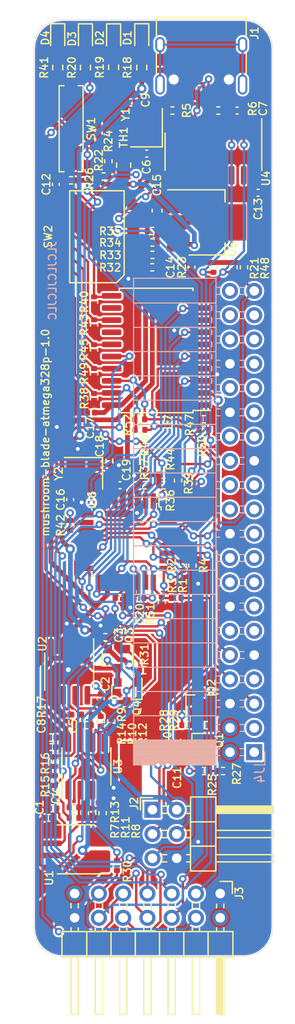
<source format=kicad_pcb>
(kicad_pcb (version 20171130) (host pcbnew "(5.1.9)-1")
  (layers (0 F.Cu signal) (31 B.Cu signal) (34 B.Paste user) (35 F.Paste user) (36 B.SilkS user) (37 F.SilkS user) (38 B.Mask user) (39 F.Mask user) (44 Edge.Cuts user))
  (net 0 "")
  (net 1 GND)
  (net 2 +5V)
  (net 3 +3V3)
  (net 4 "Net-(C5-Pad1)")
  (net 5 RESET)
  (net 6 "Net-(D2-Pad2)")
  (net 7 SHLD)
  (net 8 D+)
  (net 9 "Net-(J1-PadB5)")
  (net 10 D-)
  (net 11 "Net-(J1-PadA5)")
  (net 12 SBCTX)
  (net 13 SBCRX)
  (net 14 SBCCON)
  (net 15 "Net-(Q3-Pad1)")
  (net 16 5VSBC)
  (net 17 SBCVOL)
  (net 18 SBCCUR)
  (net 19 SCL)
  (net 20 SDA)
  (net 21 VIN)
  (net 22 STX)
  (net 23 FANPWM)
  (net 24 POWTMP)
  (net 25 FANFDB)
  (net 26 FANDCC)
  (net 27 SRX)
  (net 28 SEN)
  (net 29 "Net-(R10-Pad1)")
  (net 30 AMBTMP)
  (net 31 5VPSU)
  (net 32 5VBMC)
  (net 33 5VEXT)
  (net 34 "Net-(C4-Pad1)")
  (net 35 "Net-(C6-Pad2)")
  (net 36 +2V5)
  (net 37 "Net-(C9-Pad1)")
  (net 38 ARESET)
  (net 39 "Net-(C16-Pad1)")
  (net 40 "Net-(C18-Pad1)")
  (net 41 "Net-(C20-Pad1)")
  (net 42 "Net-(D1-Pad2)")
  (net 43 "Net-(D3-Pad2)")
  (net 44 "Net-(D4-Pad2)")
  (net 45 MISO)
  (net 46 SCLK)
  (net 47 MOSI)
  (net 48 "Net-(J4-Pad2)")
  (net 49 "Net-(J4-Pad5)")
  (net 50 "Net-(Q1-Pad1)")
  (net 51 "Net-(Q2-Pad1)")
  (net 52 BMCVOL)
  (net 53 "Net-(R13-Pad1)")
  (net 54 "Net-(R11-Pad1)")
  (net 55 "Net-(R8-Pad1)")
  (net 56 "Net-(R14-Pad1)")
  (net 57 "Net-(R10-Pad2)")
  (net 58 BMCCUR)
  (net 59 BMCRX)
  (net 60 BMCTX)
  (net 61 SBCPON)
  (net 62 SBCSON)
  (net 63 "Net-(R32-Pad1)")
  (net 64 "Net-(R33-Pad1)")
  (net 65 "Net-(R34-Pad1)")
  (net 66 "Net-(R38-Pad2)")
  (net 67 "Net-(R40-Pad1)")
  (net 68 "Net-(R45-Pad1)")
  (net 69 "Net-(R47-Pad1)")
  (net 70 DTR)
  (net 71 PB2)
  (net 72 "Net-(R15-Pad2)")
  (net 73 "Net-(R35-Pad1)")
  (net 74 "Net-(R39-Pad2)")
  (net 75 "Net-(R41-Pad1)")
  (net 76 "Net-(R42-Pad2)")
  (net 77 "Net-(R43-Pad1)")
  (net 78 "Net-(R49-Pad1)")
  (module Resistor_SMD:R_0402_1005Metric (layer F.Cu) (at 98.61 92.9)
    (fp_text reference R46 (at 0.49 1.6 90) (layer F.SilkS) (effects (font (size 0.8 0.8))))
    (fp_text value 1k)
    (pad 2 smd roundrect (at 0.51 0) (size 0.54 0.64) (layers F.Cu F.Paste F.Mask) (net 12 SBCTX))
    (pad 1 smd roundrect (at -0.51 0) (size 0.54 0.64) (layers F.Cu F.Paste F.Mask) (net 3 +3V3))
  )
  (module Resistor_SMD:R_0402_1005Metric (layer F.Cu) (at 98.59 91.8 180)
    (fp_text reference R52 (at 1.29 -0.6 90) (layer F.SilkS) (effects (font (size 0.8 0.8))))
    (fp_text value 1k)
    (pad 1 smd roundrect (at -0.51 0 180) (size 0.54 0.64) (layers F.Cu F.Paste F.Mask) (net 13 SBCRX))
    (pad 2 smd roundrect (at 0.51 0 180) (size 0.54 0.64) (layers F.Cu F.Paste F.Mask) (net 3 +3V3))
  )
  (module Resistor_SMD:R_0805_2012Metric (layer F.Cu) (at 96.9 65.2125 270)
    (fp_text reference TH1 (at -2.9125 0 90) (layer F.SilkS) (effects (font (size 0.8 0.8))))
    (fp_text value CMFB103F3950FANT)
    (pad 2 smd roundrect (at 0.9125 0 270) (size 1.025 1.4) (layers F.Cu F.Paste F.Mask) (roundrect_rratio 0.243902) (net 30 AMBTMP))
    (pad 1 smd roundrect (at -0.9125 0 270) (size 1.025 1.4) (layers F.Cu F.Paste F.Mask) (roundrect_rratio 0.243902) (net 1 GND))
  )
  (module Resistor_SMD:R_0402_1005Metric (layer F.Cu) (at 94.8 66.4 180)
    (fp_text reference R22 (at 0.5 1.7 90) (layer F.SilkS) (effects (font (size 0.8 0.8))))
    (fp_text value 27k)
    (pad 1 smd roundrect (at -0.51 0 180) (size 0.54 0.64) (layers F.Cu F.Paste F.Mask) (net 30 AMBTMP))
    (pad 2 smd roundrect (at 0.51 0 180) (size 0.54 0.64) (layers F.Cu F.Paste F.Mask) (net 2 +5V))
  )
  (module Resistor_SMD:R_0402_1005Metric (layer F.Cu) (at 95.3 64.8 90)
    (fp_text reference R24 (at 2.1 0 90) (layer F.SilkS) (effects (font (size 0.8 0.8))))
    (fp_text value 10k)
    (pad 1 smd roundrect (at -0.51 0 90) (size 0.54 0.64) (layers F.Cu F.Paste F.Mask) (net 30 AMBTMP))
    (pad 2 smd roundrect (at 0.51 0 90) (size 0.54 0.64) (layers F.Cu F.Paste F.Mask) (net 1 GND))
  )
  (module Mycelium:DIP_SW_x06 (layer F.Cu) (at 94.1 72.7 90)
    (fp_text reference SW2 (at 0 -5.1 90) (layer F.SilkS) (effects (font (size 0.8 0.8))))
    (fp_text value SW_DIP_x06)
    (pad 6 smd rect (at 3.175 3.81 90) (size 0.76 1.27) (layers F.Cu F.Paste F.Mask) (net 3 +3V3))
    (pad 7 smd rect (at 3.175 -3.81 90) (size 0.76 1.27) (layers F.Cu F.Paste F.Mask) (net 66 "Net-(R38-Pad2)"))
    (pad 5 smd rect (at 1.905 3.81 90) (size 0.76 1.27) (layers F.Cu F.Paste F.Mask) (net 70 DTR))
    (pad 8 smd rect (at 1.905 -3.81 90) (size 0.76 1.27) (layers F.Cu F.Paste F.Mask) (net 38 ARESET))
    (pad 4 smd rect (at 0.635 3.81 90) (size 0.76 1.27) (layers F.Cu F.Paste F.Mask) (net 73 "Net-(R35-Pad1)"))
    (pad 9 smd rect (at 0.635 -3.81 90) (size 0.76 1.27) (layers F.Cu F.Paste F.Mask) (net 67 "Net-(R40-Pad1)"))
    (pad 3 smd rect (at -0.635 3.81 90) (size 0.76 1.27) (layers F.Cu F.Paste F.Mask) (net 65 "Net-(R34-Pad1)"))
    (pad 10 smd rect (at -0.635 -3.81 90) (size 0.76 1.27) (layers F.Cu F.Paste F.Mask) (net 77 "Net-(R43-Pad1)"))
    (pad 2 smd rect (at -1.905 3.81 90) (size 0.76 1.27) (layers F.Cu F.Paste F.Mask) (net 64 "Net-(R33-Pad1)"))
    (pad 11 smd rect (at -1.905 -3.81 90) (size 0.76 1.27) (layers F.Cu F.Paste F.Mask) (net 68 "Net-(R45-Pad1)"))
    (pad 1 smd rect (at -3.175 3.81 90) (size 0.76 1.27) (layers F.Cu F.Paste F.Mask) (net 63 "Net-(R32-Pad1)"))
    (pad 12 smd rect (at -3.175 -3.81 90) (size 0.76 1.27) (layers F.Cu F.Paste F.Mask) (net 78 "Net-(R49-Pad1)"))
  )
  (module Capacitor_SMD:C_0402_1005Metric (layer F.Cu) (at 89.3 126.1 180)
    (fp_text reference C8 (at 1 2.2 90) (layer F.SilkS) (effects (font (size 0.8 0.8))))
    (fp_text value 0.1uF)
    (pad 2 smd roundrect (at 0.48 0 180) (size 0.56 0.62) (layers F.Cu F.Paste F.Mask) (net 1 GND))
    (pad 1 smd roundrect (at -0.48 0 180) (size 0.56 0.62) (layers F.Cu F.Paste F.Mask) (net 36 +2V5))
  )
  (module Resistor_SMD:R_0402_1005Metric (layer F.Cu) (at 89.3 125.1 180)
    (fp_text reference R17 (at 1 3.2 90) (layer F.SilkS) (effects (font (size 0.8 0.8))))
    (fp_text value 150)
    (pad 1 smd roundrect (at -0.51 0 180) (size 0.54 0.64) (layers F.Cu F.Paste F.Mask) (net 36 +2V5))
    (pad 2 smd roundrect (at 0.51 0 180) (size 0.54 0.64) (layers F.Cu F.Paste F.Mask) (net 1 GND))
  )
  (module Resistor_SMD:R_0402_1005Metric (layer F.Cu) (at 89.7 129.6 90)
    (fp_text reference R15 (at -0.6 -1 90) (layer F.SilkS) (effects (font (size 0.8 0.8))))
    (fp_text value 24)
    (pad 2 smd roundrect (at 0.51 0 90) (size 0.54 0.64) (layers F.Cu F.Paste F.Mask) (net 72 "Net-(R15-Pad2)"))
    (pad 1 smd roundrect (at -0.51 0 90) (size 0.54 0.64) (layers F.Cu F.Paste F.Mask) (net 3 +3V3))
  )
  (module Resistor_SMD:R_0402_1005Metric (layer F.Cu) (at 89.7 127.61 90)
    (fp_text reference R16 (at -0.19 -1 90) (layer F.SilkS) (effects (font (size 0.8 0.8))))
    (fp_text value 24)
    (pad 1 smd roundrect (at -0.51 0 90) (size 0.54 0.64) (layers F.Cu F.Paste F.Mask) (net 72 "Net-(R15-Pad2)"))
    (pad 2 smd roundrect (at 0.51 0 90) (size 0.54 0.64) (layers F.Cu F.Paste F.Mask) (net 36 +2V5))
  )
  (module Capacitor_SMD:C_0402_1005Metric (layer F.Cu) (at 110.98 68.1 180)
    (fp_text reference C13 (at 0 -1.7 90) (layer F.SilkS) (effects (font (size 0.8 0.8))))
    (fp_text value 0.1uF)
    (pad 2 smd roundrect (at 0.48 0 180) (size 0.56 0.62) (layers F.Cu F.Paste F.Mask) (net 2 +5V))
    (pad 1 smd roundrect (at -0.48 0 180) (size 0.56 0.62) (layers F.Cu F.Paste F.Mask) (net 1 GND))
  )
  (module Capacitor_SMD:C_0402_1005Metric (layer F.Cu) (at 89.08 133.5)
    (fp_text reference C1 (at -0.98 -1.1 90) (layer F.SilkS) (effects (font (size 0.8 0.8))))
    (fp_text value 0.1uF)
    (pad 2 smd roundrect (at 0.48 0) (size 0.56 0.62) (layers F.Cu F.Paste F.Mask) (net 1 GND))
    (pad 1 smd roundrect (at -0.48 0) (size 0.56 0.62) (layers F.Cu F.Paste F.Mask) (net 32 5VBMC))
  )
  (module Capacitor_SMD:C_0402_1005Metric (layer F.Cu) (at 94.5 121.02 270)
    (fp_text reference C2 (at -1.52 -0.5 90) (layer F.SilkS) (effects (font (size 0.8 0.8))))
    (fp_text value 0.1uF)
    (pad 1 smd roundrect (at -0.48 0 270) (size 0.56 0.62) (layers F.Cu F.Paste F.Mask) (net 32 5VBMC))
    (pad 2 smd roundrect (at 0.48 0 270) (size 0.56 0.62) (layers F.Cu F.Paste F.Mask) (net 1 GND))
  )
  (module Resistor_SMD:R_0402_1005Metric (layer F.Cu) (at 94.99 114.6 180)
    (fp_text reference C3 (at -1.41 0.2 90) (layer F.SilkS) (effects (font (size 0.8 0.8))))
    (fp_text value 0.1uF)
    (pad 2 smd roundrect (at 0.51 0 180) (size 0.54 0.64) (layers F.Cu F.Paste F.Mask) (net 33 5VEXT))
    (pad 1 smd roundrect (at -0.51 0 180) (size 0.54 0.64) (layers F.Cu F.Paste F.Mask) (net 1 GND))
  )
  (module Capacitor_SMD:C_0402_1005Metric (layer F.Cu) (at 89.42 132.5 180)
    (fp_text reference C4 (at -0.38 1.2 90) (layer F.SilkS) (effects (font (size 0.8 0.8))))
    (fp_text value 1nF)
    (pad 1 smd roundrect (at -0.48 0 180) (size 0.56 0.62) (layers F.Cu F.Paste F.Mask) (net 34 "Net-(C4-Pad1)"))
    (pad 2 smd roundrect (at 0.48 0 180) (size 0.56 0.62) (layers F.Cu F.Paste F.Mask) (net 1 GND))
  )
  (module Capacitor_SMD:C_0402_1005Metric (layer F.Cu) (at 90.98 122.7 180)
    (fp_text reference C5 (at -0.62 -1.2 90) (layer F.SilkS) (effects (font (size 0.8 0.8))))
    (fp_text value 1nF)
    (pad 2 smd roundrect (at 0.48 0 180) (size 0.56 0.62) (layers F.Cu F.Paste F.Mask) (net 1 GND))
    (pad 1 smd roundrect (at -0.48 0 180) (size 0.56 0.62) (layers F.Cu F.Paste F.Mask) (net 4 "Net-(C5-Pad1)"))
  )
  (module Capacitor_SMD:C_0402_1005Metric (layer F.Cu) (at 99.32 64)
    (fp_text reference C6 (at -0.02 1.4 90) (layer F.SilkS) (effects (font (size 0.8 0.8))))
    (fp_text value 22pF)
    (pad 1 smd roundrect (at -0.48 0) (size 0.56 0.62) (layers F.Cu F.Paste F.Mask) (net 1 GND))
    (pad 2 smd roundrect (at 0.48 0) (size 0.56 0.62) (layers F.Cu F.Paste F.Mask) (net 35 "Net-(C6-Pad2)"))
  )
  (module Capacitor_SMD:C_0402_1005Metric (layer F.Cu) (at 108.78 59.5)
    (fp_text reference C7 (at 2.72 -0.2 270) (layer F.SilkS) (effects (font (size 0.8 0.8))))
    (fp_text value 0.1uF)
    (pad 1 smd roundrect (at -0.48 0) (size 0.56 0.62) (layers F.Cu F.Paste F.Mask) (net 3 +3V3))
    (pad 2 smd roundrect (at 0.48 0) (size 0.56 0.62) (layers F.Cu F.Paste F.Mask) (net 1 GND))
  )
  (module Capacitor_SMD:C_0402_1005Metric (layer F.Cu) (at 97.65 58.65 180)
    (fp_text reference C9 (at -1.55 0.25 90) (layer F.SilkS) (effects (font (size 0.8 0.8))))
    (fp_text value 22pF)
    (pad 2 smd roundrect (at 0.48 0 180) (size 0.56 0.62) (layers F.Cu F.Paste F.Mask) (net 1 GND))
    (pad 1 smd roundrect (at -0.48 0 180) (size 0.56 0.62) (layers F.Cu F.Paste F.Mask) (net 37 "Net-(C9-Pad1)"))
  )
  (module Capacitor_SMD:C_0402_1005Metric (layer F.Cu) (at 102.5 125.4 270)
    (fp_text reference C10 (at 0.2 1 90) (layer F.SilkS) (effects (font (size 0.8 0.8))))
    (fp_text value 0.1uF)
    (pad 2 smd roundrect (at 0.48 0 270) (size 0.56 0.62) (layers F.Cu F.Paste F.Mask) (net 16 5VSBC))
    (pad 1 smd roundrect (at -0.48 0 270) (size 0.56 0.62) (layers F.Cu F.Paste F.Mask) (net 1 GND))
  )
  (module Capacitor_SMD:C_0402_1005Metric (layer F.Cu) (at 102.5 127.38 90)
    (fp_text reference C11 (at -1.92 0 90) (layer F.SilkS) (effects (font (size 0.8 0.8))))
    (fp_text value 10uF)
    (pad 2 smd roundrect (at 0.48 0 90) (size 0.56 0.62) (layers F.Cu F.Paste F.Mask) (net 16 5VSBC))
    (pad 1 smd roundrect (at -0.48 0 90) (size 0.56 0.62) (layers F.Cu F.Paste F.Mask) (net 1 GND))
  )
  (module Capacitor_SMD:C_0402_1005Metric (layer F.Cu) (at 89.8 67.22 270)
    (fp_text reference C12 (at 0 1 90) (layer F.SilkS) (effects (font (size 0.8 0.8))))
    (fp_text value 0.1uF)
    (pad 2 smd roundrect (at 0.48 0 270) (size 0.56 0.62) (layers F.Cu F.Paste F.Mask) (net 38 ARESET))
    (pad 1 smd roundrect (at -0.48 0 270) (size 0.56 0.62) (layers F.Cu F.Paste F.Mask) (net 5 RESET))
  )
  (module Capacitor_SMD:C_0402_1005Metric (layer F.Cu) (at 104 75.88 90)
    (fp_text reference C14 (at -0.02 -2.2 90) (layer F.SilkS) (effects (font (size 0.8 0.8))))
    (fp_text value 10uF)
    (pad 1 smd roundrect (at -0.48 0 90) (size 0.56 0.62) (layers F.Cu F.Paste F.Mask) (net 1 GND))
    (pad 2 smd roundrect (at 0.48 0 90) (size 0.56 0.62) (layers F.Cu F.Paste F.Mask) (net 2 +5V))
  )
  (module Capacitor_SMD:C_0603_1608Metric (layer F.Cu) (at 100.4 69.975 90)
    (fp_text reference C15 (at 2.675 0 90) (layer F.SilkS) (effects (font (size 0.8 0.8))))
    (fp_text value 22uF)
    (pad 2 smd roundrect (at 0.775 0 90) (size 0.9 0.95) (layers F.Cu F.Paste F.Mask) (net 1 GND))
    (pad 1 smd roundrect (at -0.775 0 90) (size 0.9 0.95) (layers F.Cu F.Paste F.Mask) (net 3 +3V3))
  )
  (module Capacitor_SMD:C_0402_1005Metric (layer F.Cu) (at 91.3 100.2 270)
    (fp_text reference C16 (at 0 1 90) (layer F.SilkS) (effects (font (size 0.8 0.8))))
    (fp_text value 22pF)
    (pad 2 smd roundrect (at 0.48 0 270) (size 0.56 0.62) (layers F.Cu F.Paste F.Mask) (net 1 GND))
    (pad 1 smd roundrect (at -0.48 0 270) (size 0.56 0.62) (layers F.Cu F.Paste F.Mask) (net 39 "Net-(C16-Pad1)"))
  )
  (module Capacitor_SMD:C_0402_1005Metric (layer F.Cu) (at 93.38 91.1)
    (fp_text reference C17 (at 0 1.6 90) (layer F.SilkS) (effects (font (size 0.8 0.8))))
    (fp_text value 0.1uF)
    (pad 1 smd roundrect (at -0.48 0) (size 0.56 0.62) (layers F.Cu F.Paste F.Mask) (net 1 GND))
    (pad 2 smd roundrect (at 0.48 0) (size 0.56 0.62) (layers F.Cu F.Paste F.Mask) (net 3 +3V3))
  )
  (module Capacitor_SMD:C_0402_1005Metric (layer F.Cu) (at 95.4 96.08 90)
    (fp_text reference C18 (at 1.48 -1 90) (layer F.SilkS) (effects (font (size 0.8 0.8))))
    (fp_text value 22pF)
    (pad 1 smd roundrect (at -0.48 0 90) (size 0.56 0.62) (layers F.Cu F.Paste F.Mask) (net 40 "Net-(C18-Pad1)"))
    (pad 2 smd roundrect (at 0.48 0 90) (size 0.56 0.62) (layers F.Cu F.Paste F.Mask) (net 1 GND))
  )
  (module Capacitor_SMD:C_0402_1005Metric (layer F.Cu) (at 96.52 98.7)
    (fp_text reference C19 (at 0.68 -1.6 90) (layer F.SilkS) (effects (font (size 0.8 0.8))))
    (fp_text value 0.1uF)
    (pad 2 smd roundrect (at 0.48 0) (size 0.56 0.62) (layers F.Cu F.Paste F.Mask) (net 1 GND))
    (pad 1 smd roundrect (at -0.48 0) (size 0.56 0.62) (layers F.Cu F.Paste F.Mask) (net 2 +5V))
  )
  (module Capacitor_SMD:C_0402_1005Metric (layer F.Cu) (at 96.5 110.5)
    (fp_text reference C20 (at 2.1 1.7 90) (layer F.SilkS) (effects (font (size 0.8 0.8))))
    (fp_text value 0.1uF)
    (pad 2 smd roundrect (at 0.48 0) (size 0.56 0.62) (layers F.Cu F.Paste F.Mask) (net 1 GND))
    (pad 1 smd roundrect (at -0.48 0) (size 0.56 0.62) (layers F.Cu F.Paste F.Mask) (net 41 "Net-(C20-Pad1)"))
  )
  (module LED_SMD:LED_0603_1608Metric (layer F.Cu) (at 98.8 51.9 270)
    (fp_text reference D1 (at 0 1.5 90) (layer F.SilkS) (effects (font (size 0.8 0.8))))
    (fp_text value YELLOW)
    (pad 1 smd roundrect (at -0.7875 0 270) (size 0.875 0.95) (layers F.Cu F.Paste F.Mask) (net 1 GND))
    (pad 2 smd roundrect (at 0.7875 0 270) (size 0.875 0.95) (layers F.Cu F.Paste F.Mask) (net 42 "Net-(D1-Pad2)"))
  )
  (module LED_SMD:LED_0603_1608Metric (layer F.Cu) (at 95.85 51.9125 270)
    (fp_text reference D2 (at -0.0125 1.45 90) (layer F.SilkS) (effects (font (size 0.8 0.8))))
    (fp_text value GREEN)
    (pad 1 smd roundrect (at -0.7875 0 270) (size 0.875 0.95) (layers F.Cu F.Paste F.Mask) (net 1 GND))
    (pad 2 smd roundrect (at 0.7875 0 270) (size 0.875 0.95) (layers F.Cu F.Paste F.Mask) (net 6 "Net-(D2-Pad2)"))
  )
  (module LED_SMD:LED_0603_1608Metric (layer F.Cu) (at 92.9 51.9125 270)
    (fp_text reference D3 (at 0.0875 1.4 90) (layer F.SilkS) (effects (font (size 0.8 0.8))))
    (fp_text value BLUE)
    (pad 2 smd roundrect (at 0.7875 0 270) (size 0.875 0.95) (layers F.Cu F.Paste F.Mask) (net 43 "Net-(D3-Pad2)"))
    (pad 1 smd roundrect (at -0.7875 0 270) (size 0.875 0.95) (layers F.Cu F.Paste F.Mask) (net 1 GND))
  )
  (module LED_SMD:LED_0603_1608Metric (layer F.Cu) (at 90 51.9 270)
    (fp_text reference D4 (at 0 1.3 90) (layer F.SilkS) (effects (font (size 0.8 0.8))))
    (fp_text value BLUE)
    (pad 1 smd roundrect (at -0.7875 0 270) (size 0.875 0.95) (layers F.Cu F.Paste F.Mask) (net 1 GND))
    (pad 2 smd roundrect (at 0.7875 0 270) (size 0.875 0.95) (layers F.Cu F.Paste F.Mask) (net 44 "Net-(D4-Pad2)"))
  )
  (module Connector_USB:USB_C_Receptacle_HRO_TYPE-C-31-M-12 (layer F.Cu) (at 105.03 53.65 180)
    (fp_text reference J1 (at -5.57 2.25 90) (layer F.SilkS) (effects (font (size 0.8 0.8))))
    (fp_text value "USB-C PORT")
    (pad B1 smd rect (at 3.25 -4.045 180) (size 0.6 1.45) (layers F.Cu F.Paste F.Mask) (net 1 GND))
    (pad A9 smd rect (at 2.45 -4.045 180) (size 0.6 1.45) (layers F.Cu F.Paste F.Mask) (net 33 5VEXT))
    (pad B9 smd rect (at -2.45 -4.045 180) (size 0.6 1.45) (layers F.Cu F.Paste F.Mask) (net 33 5VEXT))
    (pad B12 smd rect (at -3.25 -4.045 180) (size 0.6 1.45) (layers F.Cu F.Paste F.Mask) (net 1 GND))
    (pad A1 smd rect (at -3.25 -4.045 180) (size 0.6 1.45) (layers F.Cu F.Paste F.Mask) (net 1 GND))
    (pad A4 smd rect (at -2.45 -4.045 180) (size 0.6 1.45) (layers F.Cu F.Paste F.Mask) (net 33 5VEXT))
    (pad B4 smd rect (at 2.45 -4.045 180) (size 0.6 1.45) (layers F.Cu F.Paste F.Mask) (net 33 5VEXT))
    (pad A12 smd rect (at 3.25 -4.045 180) (size 0.6 1.45) (layers F.Cu F.Paste F.Mask) (net 1 GND))
    (pad B8 smd rect (at -1.75 -4.045 180) (size 0.3 1.45) (layers F.Cu F.Paste F.Mask))
    (pad A5 smd rect (at -1.25 -4.045 180) (size 0.3 1.45) (layers F.Cu F.Paste F.Mask) (net 11 "Net-(J1-PadA5)"))
    (pad B7 smd rect (at -0.75 -4.045 180) (size 0.3 1.45) (layers F.Cu F.Paste F.Mask) (net 10 D-))
    (pad A7 smd rect (at 0.25 -4.045 180) (size 0.3 1.45) (layers F.Cu F.Paste F.Mask) (net 10 D-))
    (pad B6 smd rect (at 0.75 -4.045 180) (size 0.3 1.45) (layers F.Cu F.Paste F.Mask) (net 8 D+))
    (pad A8 smd rect (at 1.25 -4.045 180) (size 0.3 1.45) (layers F.Cu F.Paste F.Mask))
    (pad B5 smd rect (at 1.75 -4.045 180) (size 0.3 1.45) (layers F.Cu F.Paste F.Mask) (net 9 "Net-(J1-PadB5)"))
    (pad A6 smd rect (at -0.25 -4.045 180) (size 0.3 1.45) (layers F.Cu F.Paste F.Mask) (net 8 D+))
    (pad S1 thru_hole oval (at 4.32 -3.13 180) (size 1 2.1) (drill oval 0.6 1.7) (layers *.Cu *.Mask) (net 7 SHLD))
    (pad S1 thru_hole oval (at -4.32 -3.13 180) (size 1 2.1) (drill oval 0.6 1.7) (layers *.Cu *.Mask) (net 7 SHLD))
    (pad "" np_thru_hole circle (at -2.89 -2.6 180) (size 0.65 0.65) (drill 0.65) (layers *.Cu *.Mask))
    (pad S1 thru_hole oval (at -4.32 1.05 180) (size 1 1.6) (drill oval 0.6 1.2) (layers *.Cu *.Mask) (net 7 SHLD))
    (pad "" np_thru_hole circle (at 2.89 -2.6 180) (size 0.65 0.65) (drill 0.65) (layers *.Cu *.Mask))
    (pad S1 thru_hole oval (at 4.32 1.05 180) (size 1 1.6) (drill oval 0.6 1.2) (layers *.Cu *.Mask) (net 7 SHLD))
  )
  (module Connector_PinHeader_2.54mm:PinHeader_2x07_P2.54mm_Horizontal (layer F.Cu) (at 107.01 141.42 270)
    (fp_text reference J3 (at -0.02 -1.99 90) (layer F.SilkS) (effects (font (size 0.8 0.8))))
    (fp_text value BACKPLANE)
    (pad 14 thru_hole oval (at 2.54 15.24 270) (size 1.7 1.7) (drill 1) (layers *.Cu *.Mask) (net 1 GND))
    (pad 13 thru_hole oval (at 0 15.24 270) (size 1.7 1.7) (drill 1) (layers *.Cu *.Mask) (net 31 5VPSU))
    (pad 12 thru_hole oval (at 2.54 12.7 270) (size 1.7 1.7) (drill 1) (layers *.Cu *.Mask) (net 20 SDA))
    (pad 11 thru_hole oval (at 0 12.7 270) (size 1.7 1.7) (drill 1) (layers *.Cu *.Mask) (net 21 VIN))
    (pad 10 thru_hole oval (at 2.54 10.16 270) (size 1.7 1.7) (drill 1) (layers *.Cu *.Mask) (net 23 FANPWM))
    (pad 9 thru_hole oval (at 0 10.16 270) (size 1.7 1.7) (drill 1) (layers *.Cu *.Mask) (net 22 STX))
    (pad 8 thru_hole oval (at 2.54 7.62 270) (size 1.7 1.7) (drill 1) (layers *.Cu *.Mask) (net 25 FANFDB))
    (pad 7 thru_hole oval (at 0 7.62 270) (size 1.7 1.7) (drill 1) (layers *.Cu *.Mask) (net 24 POWTMP))
    (pad 6 thru_hole oval (at 2.54 5.08 270) (size 1.7 1.7) (drill 1) (layers *.Cu *.Mask) (net 27 SRX))
    (pad 5 thru_hole oval (at 0 5.08 270) (size 1.7 1.7) (drill 1) (layers *.Cu *.Mask) (net 26 FANDCC))
    (pad 4 thru_hole oval (at 2.54 2.54 270) (size 1.7 1.7) (drill 1) (layers *.Cu *.Mask) (net 21 VIN))
    (pad 3 thru_hole oval (at 0 2.54 270) (size 1.7 1.7) (drill 1) (layers *.Cu *.Mask) (net 19 SCL))
    (pad 2 thru_hole oval (at 2.54 0 270) (size 1.7 1.7) (drill 1) (layers *.Cu *.Mask) (net 31 5VPSU))
    (pad 1 thru_hole rect (at 0 0 270) (size 1.7 1.7) (drill 1) (layers *.Cu *.Mask) (net 1 GND))
  )
  (module Package_TO_SOT_SMD:SOT-23 (layer F.Cu) (at 104.8 126.25 180)
    (fp_text reference Q1 (at -2.1 0.85 90) (layer F.SilkS) (effects (font (size 0.8 0.8))))
    (fp_text value AO3400A)
    (pad 1 smd rect (at -1 -0.95 180) (size 0.9 0.8) (layers F.Cu F.Paste F.Mask) (net 50 "Net-(Q1-Pad1)"))
    (pad 2 smd rect (at -1 0.95 180) (size 0.9 0.8) (layers F.Cu F.Paste F.Mask) (net 48 "Net-(J4-Pad2)"))
    (pad 3 smd rect (at 1 0 180) (size 0.9 0.8) (layers F.Cu F.Paste F.Mask) (net 16 5VSBC))
  )
  (module Package_TO_SOT_SMD:SOT-23 (layer F.Cu) (at 105 121.4 90)
    (fp_text reference Q2 (at 1.65 1.1 90) (layer F.SilkS) (effects (font (size 0.8 0.8))))
    (fp_text value AO3400A)
    (pad 3 smd rect (at 1 0 90) (size 0.9 0.8) (layers F.Cu F.Paste F.Mask) (net 49 "Net-(J4-Pad5)"))
    (pad 2 smd rect (at -1 0.95 90) (size 0.9 0.8) (layers F.Cu F.Paste F.Mask) (net 1 GND))
    (pad 1 smd rect (at -1 -0.95 90) (size 0.9 0.8) (layers F.Cu F.Paste F.Mask) (net 51 "Net-(Q2-Pad1)"))
  )
  (module Package_TO_SOT_SMD:SOT-23 (layer F.Cu) (at 96.24 116.84 270)
    (fp_text reference Q3 (at -2.44 -1.26 90) (layer F.SilkS) (effects (font (size 0.8 0.8))))
    (fp_text value SI2301CDS-T1-GE3)
    (pad 3 smd rect (at 1 0 270) (size 0.9 0.8) (layers F.Cu F.Paste F.Mask) (net 32 5VBMC))
    (pad 2 smd rect (at -1 0.95 270) (size 0.9 0.8) (layers F.Cu F.Paste F.Mask) (net 33 5VEXT))
    (pad 1 smd rect (at -1 -0.95 270) (size 0.9 0.8) (layers F.Cu F.Paste F.Mask) (net 15 "Net-(Q3-Pad1)"))
  )
  (module Package_TO_SOT_SMD:SOT-23 (layer F.Cu) (at 97.24 120.34 270)
    (fp_text reference Q4 (at 1.66 -1.06 90) (layer F.SilkS) (effects (font (size 0.8 0.8))))
    (fp_text value AO3400A)
    (pad 1 smd rect (at -1 -0.95 270) (size 0.9 0.8) (layers F.Cu F.Paste F.Mask) (net 15 "Net-(Q3-Pad1)"))
    (pad 2 smd rect (at -1 0.95 270) (size 0.9 0.8) (layers F.Cu F.Paste F.Mask) (net 32 5VBMC))
    (pad 3 smd rect (at 1 0 270) (size 0.9 0.8) (layers F.Cu F.Paste F.Mask) (net 31 5VPSU))
  )
  (module Resistor_SMD:R_0402_1005Metric (layer F.Cu) (at 102.4 110.5 180)
    (fp_text reference R1 (at -0.7 1.3 90) (layer F.SilkS) (effects (font (size 0.8 0.8))))
    (fp_text value 4.7k)
    (pad 2 smd roundrect (at 0.51 0 180) (size 0.54 0.64) (layers F.Cu F.Paste F.Mask) (net 17 SBCVOL))
    (pad 1 smd roundrect (at -0.51 0 180) (size 0.54 0.64) (layers F.Cu F.Paste F.Mask) (net 16 5VSBC))
  )
  (module Resistor_SMD:R_0402_1005Metric (layer F.Cu) (at 103.1 107.1 90)
    (fp_text reference R2 (at 0 -1.17 90) (layer F.SilkS) (effects (font (size 0.8 0.8))))
    (fp_text value 4.7k)
    (pad 2 smd roundrect (at 0.51 0 90) (size 0.54 0.64) (layers F.Cu F.Paste F.Mask) (net 52 BMCVOL))
    (pad 1 smd roundrect (at -0.51 0 90) (size 0.54 0.64) (layers F.Cu F.Paste F.Mask) (net 2 +5V))
  )
  (module Resistor_SMD:R_0402_1005Metric (layer F.Cu) (at 100.9 110.9 270)
    (fp_text reference R3 (at -1.7 -1.1 90) (layer F.SilkS) (effects (font (size 0.8 0.8))))
    (fp_text value 1.2k)
    (pad 1 smd roundrect (at -0.51 0 270) (size 0.54 0.64) (layers F.Cu F.Paste F.Mask) (net 17 SBCVOL))
    (pad 2 smd roundrect (at 0.51 0 270) (size 0.54 0.64) (layers F.Cu F.Paste F.Mask) (net 1 GND))
  )
  (module Resistor_SMD:R_0402_1005Metric (layer F.Cu) (at 104.1 107.11 270)
    (fp_text reference R4 (at 0 -1.17 90) (layer F.SilkS) (effects (font (size 0.8 0.8))))
    (fp_text value 1.2k)
    (pad 1 smd roundrect (at -0.51 0 270) (size 0.54 0.64) (layers F.Cu F.Paste F.Mask) (net 52 BMCVOL))
    (pad 2 smd roundrect (at 0.51 0 270) (size 0.54 0.64) (layers F.Cu F.Paste F.Mask) (net 1 GND))
  )
  (module Resistor_SMD:R_0402_1005Metric (layer F.Cu) (at 102 59.5 180)
    (fp_text reference R5 (at -1.5 0 90) (layer F.SilkS) (effects (font (size 0.8 0.8))))
    (fp_text value 5.1k)
    (pad 1 smd roundrect (at -0.51 0 180) (size 0.54 0.64) (layers F.Cu F.Paste F.Mask) (net 9 "Net-(J1-PadB5)"))
    (pad 2 smd roundrect (at 0.51 0 180) (size 0.54 0.64) (layers F.Cu F.Paste F.Mask) (net 1 GND))
  )
  (module Resistor_SMD:R_0402_1005Metric (layer F.Cu) (at 106.81 59.5)
    (fp_text reference R6 (at 3.59 -0.2 90) (layer F.SilkS) (effects (font (size 0.8 0.8))))
    (fp_text value 5.1k)
    (pad 1 smd roundrect (at -0.51 0) (size 0.54 0.64) (layers F.Cu F.Paste F.Mask) (net 11 "Net-(J1-PadA5)"))
    (pad 2 smd roundrect (at 0.51 0) (size 0.54 0.64) (layers F.Cu F.Paste F.Mask) (net 1 GND))
  )
  (module Resistor_SMD:R_0402_1005Metric (layer F.Cu) (at 91.71 133.5 180)
    (fp_text reference R7 (at -4.29 -1.4 90) (layer F.SilkS) (effects (font (size 0.8 0.8))))
    (fp_text value 10k)
    (pad 2 smd roundrect (at 0.51 0 180) (size 0.54 0.64) (layers F.Cu F.Paste F.Mask) (net 36 +2V5))
    (pad 1 smd roundrect (at -0.51 0 180) (size 0.54 0.64) (layers F.Cu F.Paste F.Mask) (net 53 "Net-(R13-Pad1)"))
  )
  (module Resistor_SMD:R_0402_1005Metric (layer F.Cu) (at 94.7 133.01 90)
    (fp_text reference R8 (at -1.89 3.5 90) (layer F.SilkS) (effects (font (size 0.8 0.8))))
    (fp_text value 10k)
    (pad 1 smd roundrect (at -0.51 0 90) (size 0.54 0.64) (layers F.Cu F.Paste F.Mask) (net 55 "Net-(R8-Pad1)"))
    (pad 2 smd roundrect (at 0.51 0 90) (size 0.54 0.64) (layers F.Cu F.Paste F.Mask) (net 54 "Net-(R11-Pad1)"))
  )
  (module Resistor_SMD:R_0402_1005Metric (layer F.Cu) (at 93 122.7 180)
    (fp_text reference R9 (at -3.7 0 90) (layer F.SilkS) (effects (font (size 0.8 0.8))))
    (fp_text value 10k)
    (pad 1 smd roundrect (at -0.51 0 180) (size 0.54 0.64) (layers F.Cu F.Paste F.Mask) (net 56 "Net-(R14-Pad1)"))
    (pad 2 smd roundrect (at 0.51 0 180) (size 0.54 0.64) (layers F.Cu F.Paste F.Mask) (net 36 +2V5))
  )
  (module Resistor_SMD:R_0402_1005Metric (layer F.Cu) (at 94.5 123.4 270)
    (fp_text reference R10 (at 1.3 -3.3 90) (layer F.SilkS) (effects (font (size 0.8 0.8))))
    (fp_text value 10k)
    (pad 2 smd roundrect (at 0.51 0 270) (size 0.54 0.64) (layers F.Cu F.Paste F.Mask) (net 57 "Net-(R10-Pad2)"))
    (pad 1 smd roundrect (at -0.51 0 270) (size 0.54 0.64) (layers F.Cu F.Paste F.Mask) (net 29 "Net-(R10-Pad1)"))
  )
  (module Resistor_SMD:R_0402_1005Metric (layer F.Cu) (at 93.6 133 270)
    (fp_text reference R11 (at 1.5 -3.5 90) (layer F.SilkS) (effects (font (size 0.8 0.8))))
    (fp_text value 20k)
    (pad 1 smd roundrect (at -0.51 0 270) (size 0.54 0.64) (layers F.Cu F.Paste F.Mask) (net 54 "Net-(R11-Pad1)"))
    (pad 2 smd roundrect (at 0.51 0 270) (size 0.54 0.64) (layers F.Cu F.Paste F.Mask) (net 1 GND))
  )
  (module Resistor_SMD:R_0402_1005Metric (layer F.Cu) (at 95.6 123.4 90)
    (fp_text reference R12 (at -1.3 3.3 90) (layer F.SilkS) (effects (font (size 0.8 0.8))))
    (fp_text value 20k)
    (pad 2 smd roundrect (at 0.51 0 90) (size 0.54 0.64) (layers F.Cu F.Paste F.Mask) (net 1 GND))
    (pad 1 smd roundrect (at -0.51 0 90) (size 0.54 0.64) (layers F.Cu F.Paste F.Mask) (net 57 "Net-(R10-Pad2)"))
  )
  (module Resistor_SMD:R_0402_1005Metric (layer F.Cu) (at 91.7 132.4 180)
    (fp_text reference R13 (at -4.3 -0.5 90) (layer F.SilkS) (effects (font (size 0.8 0.8))))
    (fp_text value 20k)
    (pad 2 smd roundrect (at 0.51 0 180) (size 0.54 0.64) (layers F.Cu F.Paste F.Mask) (net 18 SBCCUR))
    (pad 1 smd roundrect (at -0.51 0 180) (size 0.54 0.64) (layers F.Cu F.Paste F.Mask) (net 53 "Net-(R13-Pad1)"))
  )
  (module Resistor_SMD:R_0402_1005Metric (layer F.Cu) (at 93 123.8 180)
    (fp_text reference R14 (at -3.7 -0.9 90) (layer F.SilkS) (effects (font (size 0.8 0.8))))
    (fp_text value 20k)
    (pad 1 smd roundrect (at -0.51 0 180) (size 0.54 0.64) (layers F.Cu F.Paste F.Mask) (net 56 "Net-(R14-Pad1)"))
    (pad 2 smd roundrect (at 0.51 0 180) (size 0.54 0.64) (layers F.Cu F.Paste F.Mask) (net 58 BMCCUR))
  )
  (module Resistor_SMD:R_0603_1608Metric (layer F.Cu) (at 98.8 55 90)
    (fp_text reference R18 (at 0 -1.5 90) (layer F.SilkS) (effects (font (size 0.8 0.8))))
    (fp_text value 150)
    (pad 1 smd roundrect (at -0.825 0 90) (size 0.8 0.95) (layers F.Cu F.Paste F.Mask) (net 33 5VEXT))
    (pad 2 smd roundrect (at 0.825 0 90) (size 0.8 0.95) (layers F.Cu F.Paste F.Mask) (net 42 "Net-(D1-Pad2)"))
  )
  (module Resistor_SMD:R_0603_1608Metric (layer F.Cu) (at 95.85 54.975 270)
    (fp_text reference R19 (at 0 1.45 90) (layer F.SilkS) (effects (font (size 0.8 0.8))))
    (fp_text value 91)
    (pad 2 smd roundrect (at 0.825 0 270) (size 0.8 0.95) (layers F.Cu F.Paste F.Mask) (net 2 +5V))
    (pad 1 smd roundrect (at -0.825 0 270) (size 0.8 0.95) (layers F.Cu F.Paste F.Mask) (net 6 "Net-(D2-Pad2)"))
  )
  (module Resistor_SMD:R_0402_1005Metric (layer F.Cu) (at 108.4 75.9 270)
    (fp_text reference R21 (at 0.1 -2.2 90) (layer F.SilkS) (effects (font (size 0.8 0.8))))
    (fp_text value 1k)
    (pad 1 smd roundrect (at -0.51 0 270) (size 0.54 0.64) (layers F.Cu F.Paste F.Mask) (net 2 +5V))
    (pad 2 smd roundrect (at 0.51 0 270) (size 0.54 0.64) (layers F.Cu F.Paste F.Mask) (net 59 BMCRX))
  )
  (module Resistor_SMD:R_0402_1005Metric (layer F.Cu) (at 106.3 75.91 270)
    (fp_text reference R23 (at -0.01 3.3 90) (layer F.SilkS) (effects (font (size 0.8 0.8))))
    (fp_text value 1k)
    (pad 2 smd roundrect (at 0.51 0 270) (size 0.54 0.64) (layers F.Cu F.Paste F.Mask) (net 60 BMCTX))
    (pad 1 smd roundrect (at -0.51 0 270) (size 0.54 0.64) (layers F.Cu F.Paste F.Mask) (net 2 +5V))
  )
  (module Resistor_SMD:R_0402_1005Metric (layer F.Cu) (at 105.31 128.6)
    (fp_text reference R25 (at 0.89 1.45 90) (layer F.SilkS) (effects (font (size 0.8 0.8))))
    (fp_text value 1k)
    (pad 2 smd roundrect (at 0.51 0) (size 0.54 0.64) (layers F.Cu F.Paste F.Mask) (net 50 "Net-(Q1-Pad1)"))
    (pad 1 smd roundrect (at -0.51 0) (size 0.54 0.64) (layers F.Cu F.Paste F.Mask) (net 61 SBCPON))
  )
  (module Resistor_SMD:R_0402_1005Metric (layer F.Cu) (at 91.39 66.8 180)
    (fp_text reference R26 (at -1.91 0.2 90) (layer F.SilkS) (effects (font (size 0.8 0.8))))
    (fp_text value 10k)
    (pad 2 smd roundrect (at 0.51 0 180) (size 0.54 0.64) (layers F.Cu F.Paste F.Mask) (net 5 RESET))
    (pad 1 smd roundrect (at -0.51 0 180) (size 0.54 0.64) (layers F.Cu F.Paste F.Mask) (net 2 +5V))
  )
  (module Resistor_SMD:R_0402_1005Metric (layer F.Cu) (at 107.31 128.6 180)
    (fp_text reference R27 (at -1.44 -0.3 90) (layer F.SilkS) (effects (font (size 0.8 0.8))))
    (fp_text value 10k)
    (pad 1 smd roundrect (at -0.51 0 180) (size 0.54 0.64) (layers F.Cu F.Paste F.Mask) (net 1 GND))
    (pad 2 smd roundrect (at 0.51 0 180) (size 0.54 0.64) (layers F.Cu F.Paste F.Mask) (net 50 "Net-(Q1-Pad1)"))
  )
  (module Resistor_SMD:R_0402_1005Metric (layer F.Cu) (at 103.5 123.8 180)
    (fp_text reference R28 (at 2.35 0.5 90) (layer F.SilkS) (effects (font (size 0.8 0.8))))
    (fp_text value 1k)
    (pad 2 smd roundrect (at 0.51 0 180) (size 0.54 0.64) (layers F.Cu F.Paste F.Mask) (net 62 SBCSON))
    (pad 1 smd roundrect (at -0.51 0 180) (size 0.54 0.64) (layers F.Cu F.Paste F.Mask) (net 51 "Net-(Q2-Pad1)"))
  )
  (module Resistor_SMD:R_0402_1005Metric (layer F.Cu) (at 105.51 123.8)
    (fp_text reference R29 (at -3.31 -0.5 90) (layer F.SilkS) (effects (font (size 0.8 0.8))))
    (fp_text value 10k)
    (pad 1 smd roundrect (at -0.51 0) (size 0.54 0.64) (layers F.Cu F.Paste F.Mask) (net 51 "Net-(Q2-Pad1)"))
    (pad 2 smd roundrect (at 0.51 0) (size 0.54 0.64) (layers F.Cu F.Paste F.Mask) (net 1 GND))
  )
  (module Resistor_SMD:R_0402_1005Metric (layer F.Cu) (at 96.2 138.49 90)
    (fp_text reference R30 (at -0.61 1.1 90) (layer F.SilkS) (effects (font (size 0.8 0.8))))
    (fp_text value 56k)
    (pad 2 smd roundrect (at 0.51 0 90) (size 0.54 0.64) (layers F.Cu F.Paste F.Mask) (net 15 "Net-(Q3-Pad1)"))
    (pad 1 smd roundrect (at -0.51 0 90) (size 0.54 0.64) (layers F.Cu F.Paste F.Mask) (net 21 VIN))
  )
  (module Resistor_SMD:R_0402_1005Metric (layer F.Cu) (at 99.08 118.04)
    (fp_text reference R31 (at 0 -1.64 90) (layer F.SilkS) (effects (font (size 0.8 0.8))))
    (fp_text value 10k)
    (pad 1 smd roundrect (at -0.51 0) (size 0.54 0.64) (layers F.Cu F.Paste F.Mask) (net 15 "Net-(Q3-Pad1)"))
    (pad 2 smd roundrect (at 0.51 0) (size 0.54 0.64) (layers F.Cu F.Paste F.Mask) (net 1 GND))
  )
  (module Resistor_SMD:R_0402_1005Metric (layer F.Cu) (at 99.89 75.9)
    (fp_text reference R32 (at -4.4 0.03) (layer F.SilkS) (effects (font (size 0.8 0.8))))
    (fp_text value 1k)
    (pad 1 smd roundrect (at -0.51 0) (size 0.54 0.64) (layers F.Cu F.Paste F.Mask) (net 63 "Net-(R32-Pad1)"))
    (pad 2 smd roundrect (at 0.51 0) (size 0.54 0.64) (layers F.Cu F.Paste F.Mask) (net 3 +3V3))
  )
  (module Resistor_SMD:R_0402_1005Metric (layer F.Cu) (at 99.91 74.6)
    (fp_text reference R33 (at -4.4 0.03) (layer F.SilkS) (effects (font (size 0.8 0.8))))
    (fp_text value 1k)
    (pad 2 smd roundrect (at 0.51 0) (size 0.54 0.64) (layers F.Cu F.Paste F.Mask) (net 3 +3V3))
    (pad 1 smd roundrect (at -0.51 0) (size 0.54 0.64) (layers F.Cu F.Paste F.Mask) (net 64 "Net-(R33-Pad1)"))
  )
  (module Resistor_SMD:R_0402_1005Metric (layer F.Cu) (at 99.9 73.3)
    (fp_text reference R34 (at -4.4 0.03) (layer F.SilkS) (effects (font (size 0.8 0.8))))
    (fp_text value 1k)
    (pad 1 smd roundrect (at -0.51 0) (size 0.54 0.64) (layers F.Cu F.Paste F.Mask) (net 65 "Net-(R34-Pad1)"))
    (pad 2 smd roundrect (at 0.51 0) (size 0.54 0.64) (layers F.Cu F.Paste F.Mask) (net 3 +3V3))
  )
  (module Resistor_SMD:R_0402_1005Metric (layer F.Cu) (at 99.89 72.1)
    (fp_text reference R35 (at -4.4 0.03) (layer F.SilkS) (effects (font (size 0.8 0.8))))
    (fp_text value 1k)
    (pad 1 smd roundrect (at -0.51 0) (size 0.54 0.64) (layers F.Cu F.Paste F.Mask) (net 73 "Net-(R35-Pad1)"))
    (pad 2 smd roundrect (at 0.51 0) (size 0.54 0.64) (layers F.Cu F.Paste F.Mask) (net 3 +3V3))
  )
  (module Resistor_SMD:R_0402_1005Metric (layer F.Cu) (at 101.09 98.7 180)
    (fp_text reference R36 (at -0.71 -1.6 90) (layer F.SilkS) (effects (font (size 0.8 0.8))))
    (fp_text value 10k)
    (pad 1 smd roundrect (at -0.51 0 180) (size 0.54 0.64) (layers F.Cu F.Paste F.Mask) (net 23 FANPWM))
    (pad 2 smd roundrect (at 0.51 0 180) (size 0.54 0.64) (layers F.Cu F.Paste F.Mask) (net 2 +5V))
  )
  (module Resistor_SMD:R_0402_1005Metric (layer F.Cu) (at 99.09 98.7 180)
    (fp_text reference R37 (at -0.01 1.7 90) (layer F.SilkS) (effects (font (size 0.8 0.8))))
    (fp_text value 1k)
    (pad 1 smd roundrect (at -0.51 0 180) (size 0.54 0.64) (layers F.Cu F.Paste F.Mask) (net 25 FANFDB))
    (pad 2 smd roundrect (at 0.51 0 180) (size 0.54 0.64) (layers F.Cu F.Paste F.Mask) (net 2 +5V))
  )
  (module Resistor_SMD:R_0402_1005Metric (layer F.Cu) (at 93.8 89.61 90)
    (fp_text reference R38 (at 0.01 -1 90) (layer F.SilkS) (effects (font (size 0.8 0.8))))
    (fp_text value 1k)
    (pad 2 smd roundrect (at 0.51 0 90) (size 0.54 0.64) (layers F.Cu F.Paste F.Mask) (net 66 "Net-(R38-Pad2)"))
    (pad 1 smd roundrect (at -0.51 0 90) (size 0.54 0.64) (layers F.Cu F.Paste F.Mask) (net 1 GND))
  )
  (module Resistor_SMD:R_0402_1005Metric (layer F.Cu) (at 102.6 98.21 270)
    (fp_text reference R39 (at 0.29 -1.1 90) (layer F.SilkS) (effects (font (size 0.8 0.8))))
    (fp_text value 1k)
    (pad 2 smd roundrect (at 0.51 0 270) (size 0.54 0.64) (layers F.Cu F.Paste F.Mask) (net 74 "Net-(R39-Pad2)"))
    (pad 1 smd roundrect (at -0.51 0 270) (size 0.54 0.64) (layers F.Cu F.Paste F.Mask) (net 23 FANPWM))
  )
  (module Resistor_SMD:R_0402_1005Metric (layer F.Cu) (at 91.3 102.9 270)
    (fp_text reference R42 (at 0 1 90) (layer F.SilkS) (effects (font (size 0.8 0.8))))
    (fp_text value 1k)
    (pad 1 smd roundrect (at -0.51 0 270) (size 0.54 0.64) (layers F.Cu F.Paste F.Mask) (net 26 FANDCC))
    (pad 2 smd roundrect (at 0.51 0 270) (size 0.54 0.64) (layers F.Cu F.Paste F.Mask) (net 76 "Net-(R42-Pad2)"))
  )
  (module Resistor_SMD:R_0402_1005Metric (layer F.Cu) (at 93.8 81.9 270)
    (fp_text reference R43 (at 0 1.03 90) (layer F.SilkS) (effects (font (size 0.8 0.8))))
    (fp_text value 20k)
    (pad 1 smd roundrect (at -0.51 0 270) (size 0.54 0.64) (layers F.Cu F.Paste F.Mask) (net 77 "Net-(R43-Pad1)"))
    (pad 2 smd roundrect (at 0.51 0 270) (size 0.54 0.64) (layers F.Cu F.Paste F.Mask) (net 1 GND))
  )
  (module Resistor_SMD:R_0402_1005Metric (layer F.Cu) (at 101.09 97.6 180)
    (fp_text reference R44 (at -0.71 1.6 90) (layer F.SilkS) (effects (font (size 0.8 0.8))))
    (fp_text value 1k)
    (pad 2 smd roundrect (at 0.51 0 180) (size 0.54 0.64) (layers F.Cu F.Paste F.Mask) (net 2 +5V))
    (pad 1 smd roundrect (at -0.51 0 180) (size 0.54 0.64) (layers F.Cu F.Paste F.Mask) (net 28 SEN))
  )
  (module Resistor_SMD:R_0402_1005Metric (layer F.Cu) (at 105.3 92.9)
    (fp_text reference R47 (at -1.5 -0.5 90) (layer F.SilkS) (effects (font (size 0.8 0.8))))
    (fp_text value 10k)
    (pad 1 smd roundrect (at -0.51 0) (size 0.54 0.64) (layers F.Cu F.Paste F.Mask) (net 69 "Net-(R47-Pad1)"))
    (pad 2 smd roundrect (at 0.51 0) (size 0.54 0.64) (layers F.Cu F.Paste F.Mask) (net 28 SEN))
  )
  (module Resistor_SMD:R_0402_1005Metric (layer F.Cu) (at 109.5 75.9 90)
    (fp_text reference R48 (at -0.1 2.2 90) (layer F.SilkS) (effects (font (size 0.8 0.8))))
    (fp_text value 10k)
    (pad 2 smd roundrect (at 0.51 0 90) (size 0.54 0.64) (layers F.Cu F.Paste F.Mask) (net 2 +5V))
    (pad 1 smd roundrect (at -0.51 0 90) (size 0.54 0.64) (layers F.Cu F.Paste F.Mask) (net 14 SBCCON))
  )
  (module Resistor_SMD:R_0402_1005Metric (layer F.Cu) (at 93.8 87 270)
    (fp_text reference R49 (at 0 1.03 90) (layer F.SilkS) (effects (font (size 0.8 0.8))))
    (fp_text value 20k)
    (pad 2 smd roundrect (at 0.51 0 270) (size 0.54 0.64) (layers F.Cu F.Paste F.Mask) (net 1 GND))
    (pad 1 smd roundrect (at -0.51 0 270) (size 0.54 0.64) (layers F.Cu F.Paste F.Mask) (net 78 "Net-(R49-Pad1)"))
  )
  (module Resistor_SMD:R_0402_1005Metric (layer F.Cu) (at 105.3 91.8)
    (fp_text reference R50 (at -0.2 2.8 90) (layer F.SilkS) (effects (font (size 0.8 0.8))))
    (fp_text value 20k)
    (pad 2 smd roundrect (at 0.51 0) (size 0.54 0.64) (layers F.Cu F.Paste F.Mask) (net 1 GND))
    (pad 1 smd roundrect (at -0.51 0) (size 0.54 0.64) (layers F.Cu F.Paste F.Mask) (net 69 "Net-(R47-Pad1)"))
  )
  (module Button_Switch_SMD:SW_SPST_REED_CT05-XXXX-J1 (layer F.Cu) (at 91.4 61.4 90)
    (fp_text reference SW1 (at 0 2.1 90) (layer F.SilkS) (effects (font (size 0.8 0.8))))
    (fp_text value RESET)
    (pad 1 smd rect (at -3.08 0 90) (size 2.5 2) (layers F.Cu F.Paste F.Mask) (net 5 RESET))
    (pad 2 smd rect (at 3.08 0 90) (size 2.5 2) (layers F.Cu F.Paste F.Mask) (net 1 GND))
  )
  (module Package_SO:SOIC-8_3.9x4.9mm_P1.27mm (layer F.Cu) (at 91.9 136.8 180)
    (fp_text reference U1 (at 2.8 -3 90) (layer F.SilkS) (effects (font (size 0.8 0.8))))
    (fp_text value ACS712ELCTR-20A-T)
    (pad 1 smd roundrect (at -2.475 -1.905 180) (size 1.95 0.6) (layers F.Cu F.Paste F.Mask) (net 31 5VPSU))
    (pad 2 smd roundrect (at -2.475 -0.635 180) (size 1.95 0.6) (layers F.Cu F.Paste F.Mask) (net 31 5VPSU))
    (pad 3 smd roundrect (at -2.475 0.635 180) (size 1.95 0.6) (layers F.Cu F.Paste F.Mask) (net 16 5VSBC))
    (pad 4 smd roundrect (at -2.475 1.905 180) (size 1.95 0.6) (layers F.Cu F.Paste F.Mask) (net 16 5VSBC))
    (pad 5 smd roundrect (at 2.475 1.905 180) (size 1.95 0.6) (layers F.Cu F.Paste F.Mask) (net 1 GND))
    (pad 6 smd roundrect (at 2.475 0.635 180) (size 1.95 0.6) (layers F.Cu F.Paste F.Mask) (net 34 "Net-(C4-Pad1)"))
    (pad 7 smd roundrect (at 2.475 -0.635 180) (size 1.95 0.6) (layers F.Cu F.Paste F.Mask) (net 55 "Net-(R8-Pad1)"))
    (pad 8 smd roundrect (at 2.475 -1.905 180) (size 1.95 0.6) (layers F.Cu F.Paste F.Mask) (net 32 5VBMC))
  )
  (module Package_SO:SOIC-8_3.9x4.9mm_P1.27mm (layer F.Cu) (at 91.2 118.2 270)
    (fp_text reference U2 (at -2.9 2.8 90) (layer F.SilkS) (effects (font (size 0.8 0.8))))
    (fp_text value ACS712ELCTR-20A-T)
    (pad 1 smd roundrect (at -2.475 -1.905 270) (size 1.95 0.6) (layers F.Cu F.Paste F.Mask) (net 32 5VBMC))
    (pad 2 smd roundrect (at -2.475 -0.635 270) (size 1.95 0.6) (layers F.Cu F.Paste F.Mask) (net 32 5VBMC))
    (pad 3 smd roundrect (at -2.475 0.635 270) (size 1.95 0.6) (layers F.Cu F.Paste F.Mask) (net 2 +5V))
    (pad 4 smd roundrect (at -2.475 1.905 270) (size 1.95 0.6) (layers F.Cu F.Paste F.Mask) (net 2 +5V))
    (pad 5 smd roundrect (at 2.475 1.905 270) (size 1.95 0.6) (layers F.Cu F.Paste F.Mask) (net 1 GND))
    (pad 6 smd roundrect (at 2.475 0.635 270) (size 1.95 0.6) (layers F.Cu F.Paste F.Mask) (net 4 "Net-(C5-Pad1)"))
    (pad 7 smd roundrect (at 2.475 -0.635 270) (size 1.95 0.6) (layers F.Cu F.Paste F.Mask) (net 29 "Net-(R10-Pad1)"))
    (pad 8 smd roundrect (at 2.475 -1.905 270) (size 1.95 0.6) (layers F.Cu F.Paste F.Mask) (net 32 5VBMC))
  )
  (module Package_SO:SOIC-8_3.9x4.9mm_P1.27mm (layer F.Cu) (at 93.005 128.125 90)
    (fp_text reference U3 (at 0 3.295 90) (layer F.SilkS) (effects (font (size 0.8 0.8))))
    (fp_text value LM358D)
    (pad 8 smd roundrect (at 2.475 -1.905 90) (size 1.95 0.6) (layers F.Cu F.Paste F.Mask) (net 2 +5V))
    (pad 7 smd roundrect (at 2.475 -0.635 90) (size 1.95 0.6) (layers F.Cu F.Paste F.Mask) (net 58 BMCCUR))
    (pad 6 smd roundrect (at 2.475 0.635 90) (size 1.95 0.6) (layers F.Cu F.Paste F.Mask) (net 56 "Net-(R14-Pad1)"))
    (pad 5 smd roundrect (at 2.475 1.905 90) (size 1.95 0.6) (layers F.Cu F.Paste F.Mask) (net 57 "Net-(R10-Pad2)"))
    (pad 4 smd roundrect (at -2.475 1.905 90) (size 1.95 0.6) (layers F.Cu F.Paste F.Mask) (net 1 GND))
    (pad 3 smd roundrect (at -2.475 0.635 90) (size 1.95 0.6) (layers F.Cu F.Paste F.Mask) (net 54 "Net-(R11-Pad1)"))
    (pad 2 smd roundrect (at -2.475 -0.635 90) (size 1.95 0.6) (layers F.Cu F.Paste F.Mask) (net 53 "Net-(R13-Pad1)"))
    (pad 1 smd roundrect (at -2.475 -1.905 90) (size 1.95 0.6) (layers F.Cu F.Paste F.Mask) (net 18 SBCCUR))
  )
  (module Package_SO:SOIC-16_3.9x9.9mm_P1.27mm (layer F.Cu) (at 106.3 63.8 270)
    (fp_text reference U4 (at 2.8 -5.5 90) (layer F.SilkS) (effects (font (size 0.8 0.8))))
    (fp_text value CH340G)
    (pad 16 smd roundrect (at 2.475 -4.445 270) (size 1.95 0.6) (layers F.Cu F.Paste F.Mask) (net 2 +5V))
    (pad 15 smd roundrect (at 2.475 -3.175 270) (size 1.95 0.6) (layers F.Cu F.Paste F.Mask))
    (pad 14 smd roundrect (at 2.475 -1.905 270) (size 1.95 0.6) (layers F.Cu F.Paste F.Mask))
    (pad 13 smd roundrect (at 2.475 -0.635 270) (size 1.95 0.6) (layers F.Cu F.Paste F.Mask) (net 70 DTR))
    (pad 12 smd roundrect (at 2.475 0.635 270) (size 1.95 0.6) (layers F.Cu F.Paste F.Mask))
    (pad 11 smd roundrect (at 2.475 1.905 270) (size 1.95 0.6) (layers F.Cu F.Paste F.Mask))
    (pad 10 smd roundrect (at 2.475 3.175 270) (size 1.95 0.6) (layers F.Cu F.Paste F.Mask))
    (pad 9 smd roundrect (at 2.475 4.445 270) (size 1.95 0.6) (layers F.Cu F.Paste F.Mask))
    (pad 8 smd roundrect (at -2.475 4.445 270) (size 1.95 0.6) (layers F.Cu F.Paste F.Mask) (net 37 "Net-(C9-Pad1)"))
    (pad 7 smd roundrect (at -2.475 3.175 270) (size 1.95 0.6) (layers F.Cu F.Paste F.Mask) (net 35 "Net-(C6-Pad2)"))
    (pad 6 smd roundrect (at -2.475 1.905 270) (size 1.95 0.6) (layers F.Cu F.Paste F.Mask) (net 10 D-))
    (pad 5 smd roundrect (at -2.475 0.635 270) (size 1.95 0.6) (layers F.Cu F.Paste F.Mask) (net 8 D+))
    (pad 4 smd roundrect (at -2.475 -0.635 270) (size 1.95 0.6) (layers F.Cu F.Paste F.Mask) (net 3 +3V3))
    (pad 3 smd roundrect (at -2.475 -1.905 270) (size 1.95 0.6) (layers F.Cu F.Paste F.Mask) (net 60 BMCTX))
    (pad 2 smd roundrect (at -2.475 -3.175 270) (size 1.95 0.6) (layers F.Cu F.Paste F.Mask) (net 59 BMCRX))
    (pad 1 smd roundrect (at -2.475 -4.445 270) (size 1.95 0.6) (layers F.Cu F.Paste F.Mask) (net 1 GND))
  )
  (module Package_TO_SOT_SMD:SOT-223-3_TabPin2 (layer F.Cu) (at 105.6 71.2)
    (fp_text reference U5 (at 2.7 2.8 90) (layer F.SilkS) (effects (font (size 0.8 0.8))))
    (fp_text value AMS1117-3.3)
    (pad 1 smd rect (at -3.15 -2.3) (size 2 1.5) (layers F.Cu F.Paste F.Mask) (net 1 GND))
    (pad 3 smd rect (at -3.15 2.3) (size 2 1.5) (layers F.Cu F.Paste F.Mask) (net 2 +5V))
    (pad 2 smd rect (at -3.15 0) (size 2 1.5) (layers F.Cu F.Paste F.Mask) (net 3 +3V3))
    (pad 2 smd rect (at 3.15 0) (size 2 3.8) (layers F.Cu F.Paste F.Mask) (net 3 +3V3))
  )
  (module Package_QFP:TQFP-32_7x7mm_P0.8mm (layer F.Cu) (at 97.2 104.6 270)
    (fp_text reference U6 (at -4.5 3.6 90) (layer F.SilkS) (effects (font (size 0.8 0.8))))
    (fp_text value ATMEGA328P-AU)
    (pad 32 smd rect (at -2.8 -4.25) (size 1.6 0.55) (layers F.Cu F.Paste F.Mask) (net 28 SEN))
    (pad 31 smd rect (at -2 -4.25) (size 1.6 0.55) (layers F.Cu F.Paste F.Mask) (net 60 BMCTX))
    (pad 30 smd rect (at -1.2 -4.25) (size 1.6 0.55) (layers F.Cu F.Paste F.Mask) (net 59 BMCRX))
    (pad 29 smd rect (at -0.4 -4.25) (size 1.6 0.55) (layers F.Cu F.Paste F.Mask) (net 5 RESET))
    (pad 28 smd rect (at 0.4 -4.25) (size 1.6 0.55) (layers F.Cu F.Paste F.Mask) (net 19 SCL))
    (pad 27 smd rect (at 1.2 -4.25) (size 1.6 0.55) (layers F.Cu F.Paste F.Mask) (net 20 SDA))
    (pad 26 smd rect (at 2 -4.25) (size 1.6 0.55) (layers F.Cu F.Paste F.Mask) (net 52 BMCVOL))
    (pad 25 smd rect (at 2.8 -4.25) (size 1.6 0.55) (layers F.Cu F.Paste F.Mask) (net 58 BMCCUR))
    (pad 24 smd rect (at 4.25 -2.8 270) (size 1.6 0.55) (layers F.Cu F.Paste F.Mask) (net 17 SBCVOL))
    (pad 23 smd rect (at 4.25 -2 270) (size 1.6 0.55) (layers F.Cu F.Paste F.Mask) (net 18 SBCCUR))
    (pad 22 smd rect (at 4.25 -1.2 270) (size 1.6 0.55) (layers F.Cu F.Paste F.Mask) (net 24 POWTMP))
    (pad 21 smd rect (at 4.25 -0.4 270) (size 1.6 0.55) (layers F.Cu F.Paste F.Mask) (net 1 GND))
    (pad 20 smd rect (at 4.25 0.4 270) (size 1.6 0.55) (layers F.Cu F.Paste F.Mask) (net 41 "Net-(C20-Pad1)"))
    (pad 19 smd rect (at 4.25 1.2 270) (size 1.6 0.55) (layers F.Cu F.Paste F.Mask) (net 30 AMBTMP))
    (pad 18 smd rect (at 4.25 2 270) (size 1.6 0.55) (layers F.Cu F.Paste F.Mask) (net 2 +5V))
    (pad 17 smd rect (at 4.25 2.8 270) (size 1.6 0.55) (layers F.Cu F.Paste F.Mask) (net 46 SCLK))
    (pad 16 smd rect (at 2.8 4.25) (size 1.6 0.55) (layers F.Cu F.Paste F.Mask) (net 45 MISO))
    (pad 15 smd rect (at 2 4.25) (size 1.6 0.55) (layers F.Cu F.Paste F.Mask) (net 47 MOSI))
    (pad 14 smd rect (at 1.2 4.25) (size 1.6 0.55) (layers F.Cu F.Paste F.Mask) (net 71 PB2))
    (pad 13 smd rect (at 0.4 4.25) (size 1.6 0.55) (layers F.Cu F.Paste F.Mask) (net 62 SBCSON))
    (pad 12 smd rect (at -0.4 4.25) (size 1.6 0.55) (layers F.Cu F.Paste F.Mask) (net 61 SBCPON))
    (pad 11 smd rect (at -1.2 4.25) (size 1.6 0.55) (layers F.Cu F.Paste F.Mask) (net 14 SBCCON))
    (pad 10 smd rect (at -2 4.25) (size 1.6 0.55) (layers F.Cu F.Paste F.Mask) (net 76 "Net-(R42-Pad2)"))
    (pad 9 smd rect (at -2.8 4.25) (size 1.6 0.55) (layers F.Cu F.Paste F.Mask) (net 75 "Net-(R41-Pad1)"))
    (pad 8 smd rect (at -4.25 2.8 270) (size 1.6 0.55) (layers F.Cu F.Paste F.Mask) (net 39 "Net-(C16-Pad1)"))
    (pad 7 smd rect (at -4.25 2 270) (size 1.6 0.55) (layers F.Cu F.Paste F.Mask) (net 40 "Net-(C18-Pad1)"))
    (pad 6 smd rect (at -4.25 1.2 270) (size 1.6 0.55) (layers F.Cu F.Paste F.Mask) (net 2 +5V))
    (pad 5 smd rect (at -4.25 0.4 270) (size 1.6 0.55) (layers F.Cu F.Paste F.Mask) (net 1 GND))
    (pad 4 smd rect (at -4.25 -0.4 270) (size 1.6 0.55) (layers F.Cu F.Paste F.Mask) (net 2 +5V))
    (pad 3 smd rect (at -4.25 -1.2 270) (size 1.6 0.55) (layers F.Cu F.Paste F.Mask) (net 1 GND))
    (pad 2 smd rect (at -4.25 -2 270) (size 1.6 0.55) (layers F.Cu F.Paste F.Mask) (net 25 FANFDB))
    (pad 1 smd rect (at -4.25 -2.8 270) (size 1.6 0.55) (layers F.Cu F.Paste F.Mask) (net 74 "Net-(R39-Pad2)"))
  )
  (module Package_SO:SOIC-20W_7.5x12.8mm_P1.27mm (layer F.Cu) (at 100.3 84.6 180)
    (fp_text reference U7 (at -1.3 -7.5 90) (layer F.SilkS) (effects (font (size 0.8 0.8))))
    (fp_text value 74HC244D)
    (pad 20 smd roundrect (at 4.65 -5.715 180) (size 2.05 0.6) (layers F.Cu F.Paste F.Mask) (net 3 +3V3))
    (pad 19 smd roundrect (at 4.65 -4.445 180) (size 2.05 0.6) (layers F.Cu F.Paste F.Mask) (net 66 "Net-(R38-Pad2)"))
    (pad 18 smd roundrect (at 4.65 -3.175 180) (size 2.05 0.6) (layers F.Cu F.Paste F.Mask) (net 13 SBCRX))
    (pad 17 smd roundrect (at 4.65 -1.905 180) (size 2.05 0.6) (layers F.Cu F.Paste F.Mask) (net 78 "Net-(R49-Pad1)"))
    (pad 16 smd roundrect (at 4.65 -0.635 180) (size 2.05 0.6) (layers F.Cu F.Paste F.Mask) (net 22 STX))
    (pad 15 smd roundrect (at 4.65 0.635 180) (size 2.05 0.6) (layers F.Cu F.Paste F.Mask) (net 68 "Net-(R45-Pad1)"))
    (pad 14 smd roundrect (at 4.65 1.905 180) (size 2.05 0.6) (layers F.Cu F.Paste F.Mask))
    (pad 13 smd roundrect (at 4.65 3.175 180) (size 2.05 0.6) (layers F.Cu F.Paste F.Mask) (net 77 "Net-(R43-Pad1)"))
    (pad 12 smd roundrect (at 4.65 4.445 180) (size 2.05 0.6) (layers F.Cu F.Paste F.Mask))
    (pad 11 smd roundrect (at 4.65 5.715 180) (size 2.05 0.6) (layers F.Cu F.Paste F.Mask) (net 67 "Net-(R40-Pad1)"))
    (pad 10 smd roundrect (at -4.65 5.715 180) (size 2.05 0.6) (layers F.Cu F.Paste F.Mask) (net 1 GND))
    (pad 9 smd roundrect (at -4.65 4.445 180) (size 2.05 0.6) (layers F.Cu F.Paste F.Mask) (net 71 PB2))
    (pad 8 smd roundrect (at -4.65 3.175 180) (size 2.05 0.6) (layers F.Cu F.Paste F.Mask))
    (pad 7 smd roundrect (at -4.65 1.905 180) (size 2.05 0.6) (layers F.Cu F.Paste F.Mask) (net 47 MOSI))
    (pad 6 smd roundrect (at -4.65 0.635 180) (size 2.05 0.6) (layers F.Cu F.Paste F.Mask))
    (pad 5 smd roundrect (at -4.65 -0.635 180) (size 2.05 0.6) (layers F.Cu F.Paste F.Mask) (net 45 MISO))
    (pad 4 smd roundrect (at -4.65 -1.905 180) (size 2.05 0.6) (layers F.Cu F.Paste F.Mask) (net 12 SBCTX))
    (pad 3 smd roundrect (at -4.65 -3.175 180) (size 2.05 0.6) (layers F.Cu F.Paste F.Mask) (net 46 SCLK))
    (pad 2 smd roundrect (at -4.65 -4.445 180) (size 2.05 0.6) (layers F.Cu F.Paste F.Mask) (net 27 SRX))
    (pad 1 smd roundrect (at -4.65 -5.715 180) (size 2.05 0.6) (layers F.Cu F.Paste F.Mask) (net 69 "Net-(R47-Pad1)"))
  )
  (module Crystal:Crystal_SMD_3225-4Pin_3.2x2.5mm (layer F.Cu) (at 99.3 61.3 90)
    (fp_text reference Y1 (at 1.4 -2.2 90) (layer F.SilkS) (effects (font (size 0.8 0.8))))
    (fp_text value 12MHz)
    (pad 4 smd rect (at -1.1 -0.85 90) (size 1.4 1.2) (layers F.Cu F.Paste F.Mask) (net 1 GND))
    (pad 3 smd rect (at 1.1 -0.85 90) (size 1.4 1.2) (layers F.Cu F.Paste F.Mask) (net 37 "Net-(C9-Pad1)"))
    (pad 2 smd rect (at 1.1 0.85 90) (size 1.4 1.2) (layers F.Cu F.Paste F.Mask) (net 1 GND))
    (pad 1 smd rect (at -1.1 0.85 90) (size 1.4 1.2) (layers F.Cu F.Paste F.Mask) (net 35 "Net-(C6-Pad2)"))
  )
  (module Crystal:Crystal_SMD_3225-4Pin_3.2x2.5mm (layer F.Cu) (at 92.7 97.45 180)
    (fp_text reference Y2 (at 2.6 -0.05 90) (layer F.SilkS) (effects (font (size 0.8 0.8))))
    (fp_text value 16MHz)
    (pad 1 smd rect (at -1.1 0.85 180) (size 1.4 1.2) (layers F.Cu F.Paste F.Mask) (net 40 "Net-(C18-Pad1)"))
    (pad 2 smd rect (at 1.1 0.85 180) (size 1.4 1.2) (layers F.Cu F.Paste F.Mask) (net 1 GND))
    (pad 3 smd rect (at 1.1 -0.85 180) (size 1.4 1.2) (layers F.Cu F.Paste F.Mask) (net 39 "Net-(C16-Pad1)"))
    (pad 4 smd rect (at -1.1 -0.85 180) (size 1.4 1.2) (layers F.Cu F.Paste F.Mask) (net 1 GND))
  )
  (module Connector_PinSocket_2.54mm:PinSocket_2x20_P2.54mm_Horizontal (layer B.Cu) (at 110.57 126.63)
    (fp_text reference J4 (at 0.58 2.42 90) (layer B.SilkS) (effects (justify mirror)))
    (fp_text value "RASPBERRY PI GPIO")
    (pad 40 thru_hole oval (at -2.54 -48.26) (size 1.7 1.7) (drill 1) (layers *.Cu *.Mask))
    (pad 39 thru_hole oval (at 0 -48.26) (size 1.7 1.7) (drill 1) (layers *.Cu *.Mask) (net 14 SBCCON))
    (pad 38 thru_hole oval (at -2.54 -45.72) (size 1.7 1.7) (drill 1) (layers *.Cu *.Mask))
    (pad 37 thru_hole oval (at 0 -45.72) (size 1.7 1.7) (drill 1) (layers *.Cu *.Mask))
    (pad 36 thru_hole oval (at -2.54 -43.18) (size 1.7 1.7) (drill 1) (layers *.Cu *.Mask))
    (pad 35 thru_hole oval (at 0 -43.18) (size 1.7 1.7) (drill 1) (layers *.Cu *.Mask))
    (pad 34 thru_hole oval (at -2.54 -40.64) (size 1.7 1.7) (drill 1) (layers *.Cu *.Mask) (net 1 GND))
    (pad 33 thru_hole oval (at 0 -40.64) (size 1.7 1.7) (drill 1) (layers *.Cu *.Mask))
    (pad 32 thru_hole oval (at -2.54 -38.1) (size 1.7 1.7) (drill 1) (layers *.Cu *.Mask))
    (pad 31 thru_hole oval (at 0 -38.1) (size 1.7 1.7) (drill 1) (layers *.Cu *.Mask))
    (pad 30 thru_hole oval (at -2.54 -35.56) (size 1.7 1.7) (drill 1) (layers *.Cu *.Mask) (net 1 GND))
    (pad 29 thru_hole oval (at 0 -35.56) (size 1.7 1.7) (drill 1) (layers *.Cu *.Mask))
    (pad 28 thru_hole oval (at -2.54 -33.02) (size 1.7 1.7) (drill 1) (layers *.Cu *.Mask))
    (pad 27 thru_hole oval (at 0 -33.02) (size 1.7 1.7) (drill 1) (layers *.Cu *.Mask))
    (pad 26 thru_hole oval (at -2.54 -30.48) (size 1.7 1.7) (drill 1) (layers *.Cu *.Mask))
    (pad 25 thru_hole oval (at 0 -30.48) (size 1.7 1.7) (drill 1) (layers *.Cu *.Mask) (net 1 GND))
    (pad 24 thru_hole oval (at -2.54 -27.94) (size 1.7 1.7) (drill 1) (layers *.Cu *.Mask))
    (pad 23 thru_hole oval (at 0 -27.94) (size 1.7 1.7) (drill 1) (layers *.Cu *.Mask))
    (pad 22 thru_hole oval (at -2.54 -25.4) (size 1.7 1.7) (drill 1) (layers *.Cu *.Mask))
    (pad 21 thru_hole oval (at 0 -25.4) (size 1.7 1.7) (drill 1) (layers *.Cu *.Mask))
    (pad 20 thru_hole oval (at -2.54 -22.86) (size 1.7 1.7) (drill 1) (layers *.Cu *.Mask) (net 1 GND))
    (pad 19 thru_hole oval (at 0 -22.86) (size 1.7 1.7) (drill 1) (layers *.Cu *.Mask))
    (pad 18 thru_hole oval (at -2.54 -20.32) (size 1.7 1.7) (drill 1) (layers *.Cu *.Mask))
    (pad 17 thru_hole oval (at 0 -20.32) (size 1.7 1.7) (drill 1) (layers *.Cu *.Mask))
    (pad 16 thru_hole oval (at -2.54 -17.78) (size 1.7 1.7) (drill 1) (layers *.Cu *.Mask))
    (pad 15 thru_hole oval (at 0 -17.78) (size 1.7 1.7) (drill 1) (layers *.Cu *.Mask))
    (pad 14 thru_hole oval (at -2.54 -15.24) (size 1.7 1.7) (drill 1) (layers *.Cu *.Mask) (net 1 GND))
    (pad 13 thru_hole oval (at 0 -15.24) (size 1.7 1.7) (drill 1) (layers *.Cu *.Mask))
    (pad 12 thru_hole oval (at -2.54 -12.7) (size 1.7 1.7) (drill 1) (layers *.Cu *.Mask))
    (pad 11 thru_hole oval (at 0 -12.7) (size 1.7 1.7) (drill 1) (layers *.Cu *.Mask))
    (pad 10 thru_hole oval (at -2.54 -10.16) (size 1.7 1.7) (drill 1) (layers *.Cu *.Mask) (net 13 SBCRX))
    (pad 9 thru_hole oval (at 0 -10.16) (size 1.7 1.7) (drill 1) (layers *.Cu *.Mask) (net 1 GND))
    (pad 8 thru_hole oval (at -2.54 -7.62) (size 1.7 1.7) (drill 1) (layers *.Cu *.Mask) (net 12 SBCTX))
    (pad 7 thru_hole oval (at 0 -7.62) (size 1.7 1.7) (drill 1) (layers *.Cu *.Mask))
    (pad 6 thru_hole oval (at -2.54 -5.08) (size 1.7 1.7) (drill 1) (layers *.Cu *.Mask) (net 1 GND))
    (pad 5 thru_hole oval (at 0 -5.08) (size 1.7 1.7) (drill 1) (layers *.Cu *.Mask) (net 49 "Net-(J4-Pad5)"))
    (pad 4 thru_hole oval (at -2.54 -2.54) (size 1.7 1.7) (drill 1) (layers *.Cu *.Mask) (net 48 "Net-(J4-Pad2)"))
    (pad 3 thru_hole oval (at 0 -2.54) (size 1.7 1.7) (drill 1) (layers *.Cu *.Mask))
    (pad 2 thru_hole oval (at -2.54 0) (size 1.7 1.7) (drill 1) (layers *.Cu *.Mask) (net 48 "Net-(J4-Pad2)"))
    (pad 1 thru_hole rect (at 0 0) (size 1.7 1.7) (drill 1) (layers *.Cu *.Mask))
  )
  (module Resistor_SMD:R_0402_1005Metric (layer F.Cu) (at 93.8 84.51 270)
    (fp_text reference R45 (at 0 1.03 90) (layer F.SilkS) (effects (font (size 0.8 0.8))))
    (fp_text value 20k)
    (pad 1 smd roundrect (at -0.51 0 270) (size 0.54 0.64) (layers F.Cu F.Paste F.Mask) (net 68 "Net-(R45-Pad1)"))
    (pad 2 smd roundrect (at 0.51 0 270) (size 0.54 0.64) (layers F.Cu F.Paste F.Mask) (net 1 GND))
  )
  (module Resistor_SMD:R_0402_1005Metric (layer F.Cu) (at 98.5 110.5 180)
    (fp_text reference R51 (at -1.2 -1.7 90) (layer F.SilkS) (effects (font (size 0.8 0.8))))
    (fp_text value 27k)
    (pad 2 smd roundrect (at 0.51 0 180) (size 0.54 0.64) (layers F.Cu F.Paste F.Mask) (net 24 POWTMP))
    (pad 1 smd roundrect (at -0.51 0 180) (size 0.54 0.64) (layers F.Cu F.Paste F.Mask) (net 2 +5V))
  )
  (module Resistor_SMD:R_0603_1608Metric (layer F.Cu) (at 92.9 55 90)
    (fp_text reference R20 (at 0 -1.43 90) (layer F.SilkS) (effects (font (size 0.8 0.8))))
    (fp_text value 470)
    (pad 2 smd roundrect (at 0.825 0 90) (size 0.8 0.95) (layers F.Cu F.Paste F.Mask) (net 43 "Net-(D3-Pad2)"))
    (pad 1 smd roundrect (at -0.825 0 90) (size 0.8 0.95) (layers F.Cu F.Paste F.Mask) (net 31 5VPSU))
  )
  (module Resistor_SMD:R_0402_1005Metric (layer F.Cu) (at 93.8 79.5 270)
    (fp_text reference R40 (at 0 1.03 90) (layer F.SilkS) (effects (font (size 0.8 0.8))))
    (fp_text value 20k)
    (pad 2 smd roundrect (at 0.51 0 270) (size 0.54 0.64) (layers F.Cu F.Paste F.Mask) (net 1 GND))
    (pad 1 smd roundrect (at -0.51 0 270) (size 0.54 0.64) (layers F.Cu F.Paste F.Mask) (net 67 "Net-(R40-Pad1)"))
  )
  (module Resistor_SMD:R_0603_1608Metric (layer F.Cu) (at 90 55 90)
    (fp_text reference R41 (at 0 -1.43 90) (layer F.SilkS) (effects (font (size 0.8 0.8))))
    (fp_text value 470)
    (pad 1 smd roundrect (at -0.825 0 90) (size 0.8 0.95) (layers F.Cu F.Paste F.Mask) (net 75 "Net-(R41-Pad1)"))
    (pad 2 smd roundrect (at 0.825 0 90) (size 0.8 0.95) (layers F.Cu F.Paste F.Mask) (net 44 "Net-(D4-Pad2)"))
  )
  (module Connector_PinHeader_2.54mm:PinHeader_2x03_P2.54mm_Horizontal (layer F.Cu) (at 99.92 132.65)
    (fp_text reference J2 (at -1.92 -0.65 90) (layer F.SilkS) (effects (font (size 0.8 0.8))))
    (fp_text value ICSP)
    (pad 1 thru_hole rect (at 0 0) (size 1.7 1.7) (drill 1) (layers *.Cu *.Mask) (net 45 MISO))
    (pad 2 thru_hole oval (at 2.54 0) (size 1.7 1.7) (drill 1) (layers *.Cu *.Mask) (net 33 5VEXT))
    (pad 3 thru_hole oval (at 0 2.54) (size 1.7 1.7) (drill 1) (layers *.Cu *.Mask) (net 46 SCLK))
    (pad 4 thru_hole oval (at 2.54 2.54) (size 1.7 1.7) (drill 1) (layers *.Cu *.Mask) (net 47 MOSI))
    (pad 5 thru_hole oval (at 0 5.08) (size 1.7 1.7) (drill 1) (layers *.Cu *.Mask) (net 5 RESET))
    (pad 6 thru_hole oval (at 2.54 5.08) (size 1.7 1.7) (drill 1) (layers *.Cu *.Mask) (net 1 GND))
  )
  (gr_text JLCJLCJLCJLC (at 89.45 77.3 90) (layer B.SilkS) (effects (font (size 0.8 0.8)) (justify mirror)))
  (gr_text mushroom-blade-atmega328p-1.0 (at 88.7 93.2 90) (layer F.SilkS) (effects (font (size 0.8 0.8))))
  (gr_line (start 87.5 145) (end 87.5 53) (layer Edge.Cuts) (width 0.05))
  (gr_line (start 112.5 53) (end 112.5 145) (layer Edge.Cuts) (width 0.05))
  (gr_line (start 90.5 50) (end 109.5 50) (layer Edge.Cuts) (width 0.05))
  (gr_arc (start 109.5 53) (end 112.5 53) (angle -90) (layer Edge.Cuts) (width 0.05))
  (gr_arc (start 90.5 53) (end 90.5 50) (angle -90) (layer Edge.Cuts) (width 0.05))
  (gr_arc (start 90.5 145) (end 87.5 145) (angle -90) (layer Edge.Cuts) (width 0.05))
  (gr_arc (start 109.5 145) (end 109.5 148) (angle -90) (layer Edge.Cuts) (width 0.05))
  (gr_line (start 109.5 148) (end 90.5 148) (layer Edge.Cuts) (width 0.05))
  (segment (start 107.18 122.4) (end 108.03 121.55) (width 0.5) (layer F.Cu) (net 1))
  (segment (start 105.95 122.4) (end 107.18 122.4) (width 0.5) (layer F.Cu) (net 1))
  (segment (start 96.9 100.25) (end 96.8 100.35) (width 0.25) (layer F.Cu) (net 1))
  (via (at 96.4 96.6) (size 0.8) (drill 0.4) (layers F.Cu B.Cu) (net 1))
  (via (at 97.4 77.1) (size 0.8) (drill 0.4) (layers F.Cu B.Cu) (net 1))
  (via (at 98 97.7) (size 0.8) (drill 0.4) (layers F.Cu B.Cu) (net 1))
  (via (at 92.1 94.9) (size 0.8) (drill 0.4) (layers F.Cu B.Cu) (net 1))
  (via (at 89.9 92.6) (size 0.8) (drill 0.4) (layers F.Cu B.Cu) (net 1))
  (via (at 95.85 130.35) (size 0.8) (drill 0.4) (layers F.Cu B.Cu) (net 1))
  (via (at 95.85 131.45) (size 0.8) (drill 0.4) (layers F.Cu B.Cu) (net 1))
  (via (at 91.1 118) (size 1) (drill 0.5) (layers F.Cu B.Cu) (net 1))
  (via (at 92.5 100.5) (size 0.8) (drill 0.4) (layers F.Cu B.Cu) (net 1))
  (segment (start 92.32 100.68) (end 92.5 100.5) (width 0.25) (layer F.Cu) (net 1))
  (segment (start 91.3 100.68) (end 92.32 100.68) (width 0.25) (layer F.Cu) (net 1))
  (via (at 97.6 111.5) (size 0.8) (drill 0.4) (layers F.Cu B.Cu) (net 1))
  (segment (start 98.4 101.5) (end 98.3 101.6) (width 0.25) (layer F.Cu) (net 1))
  (via (at 98.3 101.6) (size 0.8) (drill 0.4) (layers F.Cu B.Cu) (net 1))
  (via (at 104.7 109) (size 0.8) (drill 0.4) (layers F.Cu B.Cu) (net 1))
  (via (at 104.7 136) (size 0.8) (drill 0.4) (layers F.Cu B.Cu) (net 1))
  (via (at 106.7 87.1) (size 0.8) (drill 0.4) (layers F.Cu B.Cu) (net 1))
  (via (at 102.2 82.5) (size 0.8) (drill 0.4) (layers F.Cu B.Cu) (net 1))
  (via (at 90.94 113.17) (size 0.8) (drill 0.4) (layers F.Cu B.Cu) (net 1))
  (via (at 94.49 113.38) (size 0.8) (drill 0.4) (layers F.Cu B.Cu) (net 1))
  (segment (start 96.89 64.29) (end 96.9 64.3) (width 0.25) (layer F.Cu) (net 1))
  (segment (start 109.49 75.4) (end 109.5 75.39) (width 0.5) (layer F.Cu) (net 2))
  (segment (start 104 75.4) (end 109.49 75.4) (width 0.5) (layer F.Cu) (net 2))
  (segment (start 91.055598 124.4) (end 88.54499 121.889392) (width 0.5) (layer F.Cu) (net 2))
  (segment (start 91.055598 125.605598) (end 91.1 125.65) (width 0.5) (layer F.Cu) (net 2))
  (segment (start 91.055598 124.4) (end 91.055598 125.605598) (width 0.5) (layer F.Cu) (net 2))
  (segment (start 88.54499 117.84499) (end 88.55501 117.84499) (width 0.5) (layer F.Cu) (net 2))
  (segment (start 88.54499 121.889392) (end 88.54499 117.84499) (width 0.5) (layer F.Cu) (net 2))
  (segment (start 88.55501 117.84499) (end 89.295 117.105) (width 0.5) (layer F.Cu) (net 2))
  (segment (start 104 75.05) (end 102.45 73.5) (width 0.5) (layer F.Cu) (net 2))
  (segment (start 104 75.4) (end 104 75.05) (width 0.5) (layer F.Cu) (net 2))
  (segment (start 96 98.74) (end 96.04 98.7) (width 0.5) (layer F.Cu) (net 2))
  (segment (start 96 100.35) (end 96 98.74) (width 0.5) (layer F.Cu) (net 2))
  (segment (start 96.04 98.39) (end 97.3 97.13) (width 0.5) (layer F.Cu) (net 2))
  (segment (start 96.04 98.7) (end 96.04 98.39) (width 0.5) (layer F.Cu) (net 2))
  (segment (start 97.3 90.679963) (end 99.90001 88.079953) (width 0.5) (layer F.Cu) (net 2))
  (segment (start 103.69 75.4) (end 104 75.4) (width 0.5) (layer F.Cu) (net 2))
  (segment (start 99.90001 79.18999) (end 103.69 75.4) (width 0.5) (layer F.Cu) (net 2))
  (segment (start 99.90001 88.079953) (end 99.90001 79.18999) (width 0.5) (layer F.Cu) (net 2))
  (segment (start 110.745 66.275) (end 110.745 67.455) (width 0.5) (layer F.Cu) (net 2))
  (segment (start 110.5 67.7) (end 110.5 68.1) (width 0.5) (layer F.Cu) (net 2))
  (segment (start 110.745 67.455) (end 110.5 67.7) (width 0.5) (layer F.Cu) (net 2))
  (segment (start 110.5 74.39) (end 110.5 68.1) (width 0.5) (layer F.Cu) (net 2))
  (segment (start 109.5 75.39) (end 110.5 74.39) (width 0.5) (layer F.Cu) (net 2))
  (segment (start 97.3 92.9) (end 97.3 90.679963) (width 0.5) (layer F.Cu) (net 2))
  (segment (start 97.3 93.8) (end 97.3 92.9) (width 0.5) (layer F.Cu) (net 2))
  (segment (start 95.2 108.85) (end 95.2 110.15) (width 0.5) (layer F.Cu) (net 2))
  (segment (start 90.565 114.785) (end 90.565 115.725) (width 0.5) (layer F.Cu) (net 2))
  (segment (start 93.325 112.025) (end 90.565 114.785) (width 0.5) (layer F.Cu) (net 2))
  (via (at 101.825 108.3) (size 0.8) (drill 0.4) (layers F.Cu B.Cu) (net 2))
  (segment (start 102.41 108.3) (end 101.825 108.3) (width 0.25) (layer F.Cu) (net 2))
  (segment (start 103.1 107.61) (end 102.41 108.3) (width 0.25) (layer F.Cu) (net 2))
  (segment (start 96.119953 91.86001) (end 97.3 90.679963) (width 0.5) (layer F.Cu) (net 2))
  (segment (start 91.93999 91.86001) (end 96.119953 91.86001) (width 0.5) (layer F.Cu) (net 2))
  (segment (start 89.295 94.505) (end 91.93999 91.86001) (width 0.5) (layer F.Cu) (net 2))
  (via (at 97.902187 67.202187) (size 0.8) (drill 0.4) (layers F.Cu B.Cu) (net 2))
  (via (at 104.3 73.6) (size 0.8) (drill 0.4) (layers F.Cu B.Cu) (net 2))
  (segment (start 102.55 73.6) (end 102.45 73.5) (width 0.25) (layer F.Cu) (net 2))
  (segment (start 89.295 116.805) (end 90.495 116.805) (width 0.5) (layer F.Cu) (net 2))
  (segment (start 89.295 117.105) (end 89.295 116.805) (width 0.5) (layer F.Cu) (net 2))
  (segment (start 89.295 116.805) (end 89.295 115.725) (width 0.5) (layer F.Cu) (net 2))
  (segment (start 90.565 116.735) (end 90.565 115.725) (width 0.5) (layer F.Cu) (net 2))
  (segment (start 90.495 116.805) (end 90.565 116.735) (width 0.5) (layer F.Cu) (net 2))
  (segment (start 99.274999 106.674999) (end 100.049998 107.449998) (width 0.25) (layer F.Cu) (net 2))
  (segment (start 96.325001 106.674999) (end 99.274999 106.674999) (width 0.25) (layer F.Cu) (net 2))
  (via (at 100.049998 107.449998) (size 0.8) (drill 0.4) (layers F.Cu B.Cu) (net 2))
  (segment (start 95.2 107.8) (end 96.325001 106.674999) (width 0.25) (layer F.Cu) (net 2))
  (segment (start 95.2 108.85) (end 95.2 107.8) (width 0.25) (layer F.Cu) (net 2))
  (segment (start 100.974998 107.449998) (end 101.825 108.3) (width 0.25) (layer B.Cu) (net 2))
  (segment (start 100.049998 107.449998) (end 100.974998 107.449998) (width 0.25) (layer B.Cu) (net 2))
  (segment (start 98.164998 98.7) (end 98.58 98.7) (width 0.5) (layer F.Cu) (net 2))
  (segment (start 97.6 99.264998) (end 98.164998 98.7) (width 0.5) (layer F.Cu) (net 2))
  (segment (start 97.6 100.35) (end 97.6 99.264998) (width 0.5) (layer F.Cu) (net 2))
  (segment (start 100.58 98.7) (end 100.58 97.6) (width 0.5) (layer F.Cu) (net 2))
  (segment (start 98.58 98.57267) (end 98.58 98.7) (width 0.5) (layer F.Cu) (net 2))
  (segment (start 99.55267 97.6) (end 98.58 98.57267) (width 0.5) (layer F.Cu) (net 2))
  (segment (start 100.58 97.6) (end 99.55267 97.6) (width 0.5) (layer F.Cu) (net 2))
  (segment (start 99.55267 97.6) (end 98.802669 96.849999) (width 0.5) (layer F.Cu) (net 2))
  (segment (start 97.3 96.8) (end 97.3 93.8) (width 0.5) (layer F.Cu) (net 2))
  (segment (start 97.349999 96.849999) (end 97.3 96.8) (width 0.5) (layer F.Cu) (net 2))
  (segment (start 98.802669 96.849999) (end 97.349999 96.849999) (width 0.5) (layer F.Cu) (net 2))
  (segment (start 97.3 97.13) (end 97.3 96.8) (width 0.5) (layer F.Cu) (net 2))
  (via (at 99.9 110.5) (size 0.8) (drill 0.4) (layers F.Cu B.Cu) (net 2))
  (segment (start 99.01 110.5) (end 99.9 110.5) (width 0.25) (layer F.Cu) (net 2))
  (segment (start 99.9 107.599996) (end 100.049998 107.449998) (width 0.25) (layer B.Cu) (net 2))
  (segment (start 99.9 110.5) (end 99.9 107.599996) (width 0.25) (layer B.Cu) (net 2))
  (segment (start 104.2 73.5) (end 104.3 73.6) (width 0.5) (layer F.Cu) (net 2))
  (segment (start 102.45 73.5) (end 104.2 73.5) (width 0.5) (layer F.Cu) (net 2))
  (segment (start 99.160189 67.202187) (end 97.902187 67.202187) (width 0.5) (layer B.Cu) (net 2))
  (segment (start 104.3 72.341998) (end 99.160189 67.202187) (width 0.5) (layer B.Cu) (net 2))
  (segment (start 104.3 73.6) (end 104.3 72.341998) (width 0.5) (layer B.Cu) (net 2))
  (segment (start 93.89 66.8) (end 94.29 66.4) (width 0.5) (layer F.Cu) (net 2))
  (segment (start 91.9 66.8) (end 93.89 66.8) (width 0.5) (layer F.Cu) (net 2))
  (segment (start 94.772187 67.202187) (end 94.29 66.72) (width 0.5) (layer F.Cu) (net 2))
  (segment (start 94.29 66.72) (end 94.29 66.4) (width 0.5) (layer F.Cu) (net 2))
  (segment (start 97.902187 67.202187) (end 94.772187 67.202187) (width 0.5) (layer F.Cu) (net 2))
  (segment (start 94.29 57.36) (end 95.85 55.8) (width 0.5) (layer F.Cu) (net 2))
  (segment (start 94.29 66.4) (end 94.29 57.36) (width 0.5) (layer F.Cu) (net 2))
  (segment (start 93.862249 111.325) (end 94.025 111.325) (width 0.5) (layer F.Cu) (net 2))
  (segment (start 89.295 106.757751) (end 93.862249 111.325) (width 0.5) (layer F.Cu) (net 2))
  (segment (start 95.2 110.15) (end 94.025 111.325) (width 0.5) (layer F.Cu) (net 2))
  (segment (start 89.295 105.295) (end 89.295 106.757751) (width 0.5) (layer F.Cu) (net 2))
  (segment (start 94.025 111.325) (end 93.325 112.025) (width 0.5) (layer F.Cu) (net 2))
  (segment (start 89.295 105.295) (end 89.295 94.505) (width 0.5) (layer F.Cu) (net 2))
  (segment (start 102 70.75) (end 102.45 71.2) (width 0.5) (layer F.Cu) (net 3))
  (segment (start 100.4 70.75) (end 102 70.75) (width 0.5) (layer F.Cu) (net 3))
  (segment (start 108.75 71.2) (end 102.45 71.2) (width 0.5) (layer F.Cu) (net 3))
  (segment (start 100.4 72.1) (end 100.4 75.9) (width 0.5) (layer F.Cu) (net 3))
  (segment (start 106.935 60.865) (end 108.3 59.5) (width 0.25) (layer F.Cu) (net 3))
  (segment (start 106.935 61.325) (end 106.935 60.865) (width 0.25) (layer F.Cu) (net 3))
  (segment (start 95.65 90.315) (end 96.675 90.315) (width 0.5) (layer F.Cu) (net 3))
  (segment (start 99.175 69.525) (end 97.91 69.525) (width 0.5) (layer F.Cu) (net 3))
  (segment (start 100.4 70.75) (end 99.175 69.525) (width 0.5) (layer F.Cu) (net 3))
  (segment (start 106.935 62.3) (end 106.935 61.325) (width 0.5) (layer F.Cu) (net 3))
  (segment (start 104.38501 64.84999) (end 106.935 62.3) (width 0.5) (layer F.Cu) (net 3))
  (segment (start 101.456466 64.84999) (end 104.38501 64.84999) (width 0.5) (layer F.Cu) (net 3))
  (segment (start 97.91 68.396456) (end 101.456466 64.84999) (width 0.5) (layer F.Cu) (net 3))
  (segment (start 97.91 69.525) (end 97.91 68.396456) (width 0.5) (layer F.Cu) (net 3))
  (segment (start 100.4 72.1) (end 100.4 70.75) (width 0.5) (layer F.Cu) (net 3))
  (segment (start 95.65 90.315) (end 94.985 90.315) (width 0.25) (layer F.Cu) (net 3))
  (segment (start 100.4 77.700037) (end 100.4 75.9) (width 0.5) (layer F.Cu) (net 3))
  (segment (start 99.2 78.900037) (end 100.4 77.700037) (width 0.5) (layer F.Cu) (net 3))
  (segment (start 99.2 87.79) (end 99.2 78.900037) (width 0.5) (layer F.Cu) (net 3))
  (segment (start 94.865 91.1) (end 95.65 90.315) (width 0.5) (layer F.Cu) (net 3))
  (segment (start 93.86 91.1) (end 94.865 91.1) (width 0.5) (layer F.Cu) (net 3))
  (segment (start 97.795 89.095) (end 97.2 88.5) (width 0.25) (layer F.Cu) (net 3))
  (segment (start 97.895 89.095) (end 97.795 89.095) (width 0.25) (layer F.Cu) (net 3))
  (via (at 97.2 88.5) (size 0.8) (drill 0.4) (layers F.Cu B.Cu) (net 3))
  (segment (start 96.675 90.315) (end 97.895 89.095) (width 0.5) (layer F.Cu) (net 3))
  (segment (start 97.895 89.095) (end 99.2 87.79) (width 0.5) (layer F.Cu) (net 3))
  (segment (start 98.3 89.6) (end 98.3 90.9) (width 0.25) (layer B.Cu) (net 3))
  (via (at 98.3 90.9) (size 0.8) (drill 0.4) (layers F.Cu B.Cu) (net 3))
  (segment (start 97.2 88.5) (end 98.3 89.6) (width 0.25) (layer B.Cu) (net 3))
  (segment (start 98.18 91.02) (end 98.3 90.9) (width 0.25) (layer F.Cu) (net 3))
  (segment (start 98.18 91.9) (end 98.18 91.02) (width 0.25) (layer F.Cu) (net 3))
  (segment (start 98.18 92.99) (end 98.19 93) (width 0.25) (layer F.Cu) (net 3))
  (segment (start 98.18 91.9) (end 98.18 92.99) (width 0.25) (layer F.Cu) (net 3))
  (via (at 90.47503 106.094859) (size 0.8) (drill 0.4) (layers F.Cu B.Cu) (net 3))
  (segment (start 90.47503 106.094859) (end 89.87001 105.489839) (width 0.25) (layer F.Cu) (net 3))
  (segment (start 89.87001 105.489839) (end 89.87001 94.743176) (width 0.25) (layer F.Cu) (net 3))
  (via (at 96.45 92.643317) (size 0.8) (drill 0.4) (layers F.Cu B.Cu) (net 3))
  (segment (start 91.969869 92.643317) (end 96.45 92.643317) (width 0.25) (layer F.Cu) (net 3))
  (segment (start 89.87001 94.743176) (end 91.969869 92.643317) (width 0.25) (layer F.Cu) (net 3))
  (segment (start 96.45 89.25) (end 97.2 88.5) (width 0.25) (layer B.Cu) (net 3))
  (segment (start 96.45 92.643317) (end 96.45 89.25) (width 0.25) (layer B.Cu) (net 3))
  (segment (start 90.20004 106.369849) (end 90.47503 106.094859) (width 0.25) (layer B.Cu) (net 3))
  (segment (start 90.20004 128.30004) (end 90.20004 106.369849) (width 0.25) (layer B.Cu) (net 3))
  (via (at 90.55 128.6) (size 0.8) (drill 0.4) (layers F.Cu B.Cu) (net 3))
  (segment (start 90.5 129.31) (end 90.5 128.6) (width 0.25) (layer F.Cu) (net 3))
  (segment (start 89.7 130.11) (end 90.5 129.31) (width 0.25) (layer F.Cu) (net 3))
  (segment (start 90.5 128.6) (end 90.20004 128.30004) (width 0.25) (layer B.Cu) (net 3))
  (segment (start 91.46 122.7) (end 91.46 122.66) (width 0.25) (layer F.Cu) (net 4))
  (segment (start 90.565 121.765) (end 90.565 120.875) (width 0.25) (layer F.Cu) (net 4))
  (segment (start 91.46 122.66) (end 90.565 121.765) (width 0.25) (layer F.Cu) (net 4))
  (segment (start 100.589998 104.2) (end 101.45 104.2) (width 0.25) (layer F.Cu) (net 5))
  (segment (start 101.095001 136.554999) (end 99.92 137.73) (width 0.25) (layer B.Cu) (net 5))
  (segment (start 102.834003 136.554999) (end 101.095001 136.554999) (width 0.25) (layer B.Cu) (net 5))
  (segment (start 104.085011 135.303991) (end 102.834003 136.554999) (width 0.25) (layer B.Cu) (net 5))
  (segment (start 104.085011 129.958013) (end 104.085011 135.303991) (width 0.25) (layer B.Cu) (net 5))
  (segment (start 102.274999 128.148001) (end 104.085011 129.958013) (width 0.25) (layer B.Cu) (net 5))
  (segment (start 102.274999 109.961411) (end 102.274999 128.148001) (width 0.25) (layer B.Cu) (net 5))
  (segment (start 102.550001 107.951999) (end 102.550001 109.686409) (width 0.25) (layer B.Cu) (net 5))
  (segment (start 102.550001 109.686409) (end 102.274999 109.961411) (width 0.25) (layer B.Cu) (net 5))
  (segment (start 100.012423 104.777575) (end 100.589998 104.2) (width 0.25) (layer F.Cu) (net 5))
  (segment (start 100.012423 106.212608) (end 100.012423 104.777575) (width 0.25) (layer F.Cu) (net 5))
  (segment (start 100.81061 106.212608) (end 102.550001 107.951999) (width 0.25) (layer B.Cu) (net 5))
  (segment (start 100.012423 106.212608) (end 100.81061 106.212608) (width 0.25) (layer B.Cu) (net 5))
  (via (at 100.012423 106.212608) (size 0.8) (drill 0.4) (layers F.Cu B.Cu) (net 5))
  (segment (start 102.33641 104.2) (end 104.750028 101.78638) (width 0.25) (layer F.Cu) (net 5))
  (segment (start 101.45 104.2) (end 102.33641 104.2) (width 0.25) (layer F.Cu) (net 5))
  (via (at 105.030895 98.305875) (size 0.8) (drill 0.4) (layers F.Cu B.Cu) (net 5))
  (segment (start 104.750028 98.586742) (end 105.030895 98.305875) (width 0.25) (layer F.Cu) (net 5))
  (segment (start 104.750028 101.78638) (end 104.750028 98.586742) (width 0.25) (layer F.Cu) (net 5))
  (segment (start 103.295019 97.553859) (end 103.295019 94.332161) (width 0.25) (layer B.Cu) (net 5))
  (segment (start 104.047035 98.305875) (end 103.295019 97.553859) (width 0.25) (layer B.Cu) (net 5))
  (segment (start 105.030895 98.305875) (end 104.047035 98.305875) (width 0.25) (layer B.Cu) (net 5))
  (segment (start 103.295019 94.332161) (end 105.074979 92.552201) (width 0.25) (layer B.Cu) (net 5))
  (segment (start 105.074979 92.552201) (end 105.074979 77.574979) (width 0.25) (layer B.Cu) (net 5))
  (segment (start 105.074979 77.574979) (end 99.6 72.1) (width 0.25) (layer B.Cu) (net 5))
  (via (at 96.3 72.1) (size 0.8) (drill 0.4) (layers F.Cu B.Cu) (net 5))
  (segment (start 99.6 72.1) (end 96.3 72.1) (width 0.25) (layer B.Cu) (net 5))
  (segment (start 90.82 66.74) (end 90.88 66.8) (width 0.25) (layer F.Cu) (net 5))
  (segment (start 89.8 66.74) (end 90.82 66.74) (width 0.25) (layer F.Cu) (net 5))
  (segment (start 96.18 72.1) (end 90.88 66.8) (width 0.25) (layer F.Cu) (net 5))
  (segment (start 96.3 72.1) (end 96.18 72.1) (width 0.25) (layer F.Cu) (net 5))
  (segment (start 90.88 65) (end 91.4 64.48) (width 0.25) (layer F.Cu) (net 5))
  (segment (start 90.88 66.8) (end 90.88 65) (width 0.25) (layer F.Cu) (net 5))
  (segment (start 95.85 52.7) (end 95.85 54.15) (width 0.25) (layer F.Cu) (net 6))
  (segment (start 100.71 52.6) (end 109.35 52.6) (width 0.25) (layer B.Cu) (net 7))
  (segment (start 109.35 52.6) (end 109.35 56.78) (width 0.25) (layer B.Cu) (net 7))
  (segment (start 100.71 52.6) (end 100.71 56.78) (width 0.25) (layer B.Cu) (net 7))
  (segment (start 105.28 57.695) (end 105.28 59.35001) (width 0.25) (layer F.Cu) (net 8))
  (segment (start 105.665 59.73501) (end 105.28 59.35001) (width 0.25) (layer F.Cu) (net 8))
  (segment (start 105.665 61.325) (end 105.665 59.73501) (width 0.25) (layer F.Cu) (net 8))
  (segment (start 104.28 57.22) (end 104.304999 57.195001) (width 0.25) (layer F.Cu) (net 8))
  (segment (start 104.28 57.695) (end 104.28 57.22) (width 0.25) (layer F.Cu) (net 8))
  (segment (start 104.28 56.734998) (end 104.28 57.695) (width 0.25) (layer F.Cu) (net 8))
  (segment (start 104.369999 56.644999) (end 104.28 56.734998) (width 0.25) (layer F.Cu) (net 8))
  (segment (start 105.204999 56.644999) (end 104.369999 56.644999) (width 0.25) (layer F.Cu) (net 8))
  (segment (start 105.28 56.72) (end 105.204999 56.644999) (width 0.25) (layer F.Cu) (net 8))
  (segment (start 105.28 57.695) (end 105.28 56.72) (width 0.25) (layer F.Cu) (net 8))
  (segment (start 103.28 58.73) (end 102.51 59.5) (width 0.25) (layer F.Cu) (net 9))
  (segment (start 103.28 57.695) (end 103.28 58.73) (width 0.25) (layer F.Cu) (net 9))
  (segment (start 104.78 59.32) (end 104.78 57.695) (width 0.25) (layer F.Cu) (net 10))
  (segment (start 104.395 59.705) (end 104.78 59.32) (width 0.25) (layer F.Cu) (net 10))
  (segment (start 104.395 61.325) (end 104.395 59.705) (width 0.25) (layer F.Cu) (net 10))
  (via (at 105.8 56.2) (size 0.8) (drill 0.4) (layers F.Cu B.Cu) (net 10))
  (segment (start 105.78 56.22) (end 105.8 56.2) (width 0.25) (layer F.Cu) (net 10))
  (segment (start 105.78 57.695) (end 105.78 56.22) (width 0.25) (layer F.Cu) (net 10))
  (via (at 104.572018 59.506172) (size 0.8) (drill 0.4) (layers F.Cu B.Cu) (net 10))
  (segment (start 104.572018 57.427982) (end 104.572018 59.506172) (width 0.25) (layer B.Cu) (net 10))
  (segment (start 105.8 56.2) (end 104.572018 57.427982) (width 0.25) (layer B.Cu) (net 10))
  (segment (start 106.28 59.48) (end 106.3 59.5) (width 0.25) (layer F.Cu) (net 11))
  (segment (start 106.28 57.695) (end 106.28 59.48) (width 0.25) (layer F.Cu) (net 11))
  (via (at 100.1 92.525) (size 0.8) (drill 0.4) (layers F.Cu B.Cu) (net 12))
  (segment (start 99.725 92.9) (end 100.1 92.525) (width 0.25) (layer F.Cu) (net 12))
  (segment (start 99.12 92.9) (end 99.725 92.9) (width 0.25) (layer F.Cu) (net 12))
  (via (at 99.9 91.075) (size 0.8) (drill 0.4) (layers F.Cu B.Cu) (net 12))
  (segment (start 100.1 91.275) (end 99.9 91.075) (width 0.25) (layer B.Cu) (net 12))
  (segment (start 100.1 92.525) (end 100.1 91.275) (width 0.25) (layer B.Cu) (net 12))
  (segment (start 99.9 91.075) (end 99.9 88.893149) (width 0.25) (layer F.Cu) (net 12))
  (segment (start 99.9 88.893149) (end 100.47502 88.318129) (width 0.25) (layer F.Cu) (net 12))
  (segment (start 100.47502 88.318129) (end 100.47502 86.5) (width 0.25) (layer F.Cu) (net 12))
  (segment (start 104.945 86.5) (end 104.95 86.505) (width 0.25) (layer F.Cu) (net 12))
  (segment (start 100.47502 86.5) (end 104.945 86.5) (width 0.25) (layer F.Cu) (net 12))
  (segment (start 100.1 92.525) (end 102.78859 92.525) (width 0.25) (layer F.Cu) (net 12))
  (segment (start 102.78859 92.525) (end 106.404989 96.141399) (width 0.25) (layer F.Cu) (net 12))
  (segment (start 106.404989 117.384989) (end 108.03 119.01) (width 0.25) (layer F.Cu) (net 12))
  (segment (start 106.404989 96.141399) (end 106.404989 117.384989) (width 0.25) (layer F.Cu) (net 12))
  (segment (start 99.1 91.8) (end 102.7 91.8) (width 0.25) (layer F.Cu) (net 13))
  (segment (start 106.854999 115.294999) (end 108.03 116.47) (width 0.25) (layer F.Cu) (net 13))
  (segment (start 106.854999 95.954999) (end 106.854999 115.294999) (width 0.25) (layer F.Cu) (net 13))
  (segment (start 102.7 91.8) (end 106.854999 95.954999) (width 0.25) (layer F.Cu) (net 13))
  (via (at 97.9 87.7) (size 0.8) (drill 0.4) (layers F.Cu B.Cu) (net 13))
  (segment (start 97.825 87.775) (end 97.9 87.7) (width 0.25) (layer F.Cu) (net 13))
  (segment (start 95.65 87.775) (end 97.825 87.775) (width 0.25) (layer F.Cu) (net 13))
  (via (at 99.1 90.2) (size 0.8) (drill 0.4) (layers F.Cu B.Cu) (net 13))
  (segment (start 99.1 88.9) (end 99.1 90.2) (width 0.25) (layer B.Cu) (net 13))
  (segment (start 97.9 87.7) (end 99.1 88.9) (width 0.25) (layer B.Cu) (net 13))
  (segment (start 99.1 90.2) (end 99.1 91.8) (width 0.25) (layer F.Cu) (net 13))
  (segment (start 109.5 77.3) (end 110.57 78.37) (width 0.25) (layer F.Cu) (net 14))
  (segment (start 109.5 76.41) (end 109.5 77.3) (width 0.25) (layer F.Cu) (net 14))
  (via (at 105.679989 103.999997) (size 0.8) (drill 0.4) (layers F.Cu B.Cu) (net 14))
  (segment (start 105.479986 104.2) (end 105.679989 103.999997) (width 0.25) (layer B.Cu) (net 14))
  (segment (start 105.479986 104.2) (end 105.679989 103.999997) (width 0.25) (layer F.Cu) (net 14))
  (segment (start 109.394999 79.545001) (end 110.57 78.37) (width 0.25) (layer B.Cu) (net 14))
  (segment (start 109.394999 101.705001) (end 109.394999 79.545001) (width 0.25) (layer B.Cu) (net 14))
  (segment (start 108.505001 102.594999) (end 109.394999 101.705001) (width 0.25) (layer B.Cu) (net 14))
  (segment (start 107.084987 102.594999) (end 108.505001 102.594999) (width 0.25) (layer B.Cu) (net 14))
  (segment (start 105.679989 103.999997) (end 107.084987 102.594999) (width 0.25) (layer B.Cu) (net 14))
  (segment (start 94.775019 103.525001) (end 95.05001 103.25001) (width 0.25) (layer F.Cu) (net 14))
  (segment (start 94.002001 103.525001) (end 94.775019 103.525001) (width 0.25) (layer F.Cu) (net 14))
  (segment (start 92.95 103.4) (end 93.877 103.4) (width 0.25) (layer F.Cu) (net 14))
  (segment (start 93.877 103.4) (end 94.002001 103.525001) (width 0.25) (layer F.Cu) (net 14))
  (segment (start 95.05001 103.25001) (end 99.575295 103.25001) (width 0.25) (layer F.Cu) (net 14))
  (segment (start 99.575295 103.25001) (end 100.034153 102.791152) (width 0.25) (layer F.Cu) (net 14))
  (via (at 100.034153 102.791152) (size 0.8) (drill 0.4) (layers F.Cu B.Cu) (net 14))
  (via (at 104.217337 104.005193) (size 0.8) (drill 0.4) (layers F.Cu B.Cu) (net 14))
  (segment (start 104.222533 103.999997) (end 104.217337 104.005193) (width 0.25) (layer F.Cu) (net 14))
  (segment (start 105.679989 103.999997) (end 104.222533 103.999997) (width 0.25) (layer F.Cu) (net 14))
  (segment (start 103.003296 102.791152) (end 100.034153 102.791152) (width 0.25) (layer B.Cu) (net 14))
  (segment (start 104.217337 104.005193) (end 103.003296 102.791152) (width 0.25) (layer B.Cu) (net 14))
  (segment (start 98.19 118.42) (end 98.57 118.04) (width 0.25) (layer F.Cu) (net 15))
  (segment (start 98.19 119.34) (end 98.19 118.42) (width 0.25) (layer F.Cu) (net 15))
  (segment (start 98.57 117.22) (end 97.19 115.84) (width 0.25) (layer F.Cu) (net 15))
  (segment (start 98.57 118.04) (end 98.57 117.22) (width 0.25) (layer F.Cu) (net 15))
  (via (at 96.2 137.1) (size 0.8) (drill 0.4) (layers F.Cu B.Cu) (net 15))
  (segment (start 96.2 137.98) (end 96.2 137.1) (width 0.25) (layer F.Cu) (net 15))
  (segment (start 96.2 137.1) (end 93.725011 134.625011) (width 0.25) (layer B.Cu) (net 15))
  (segment (start 93.725011 134.625011) (end 93.725011 124.774989) (width 0.25) (layer B.Cu) (net 15))
  (via (at 97.2 120.2) (size 0.8) (drill 0.4) (layers F.Cu B.Cu) (net 15))
  (segment (start 97.2 121.3) (end 97.2 120.2) (width 0.25) (layer B.Cu) (net 15))
  (segment (start 93.725011 124.774989) (end 97.2 121.3) (width 0.25) (layer B.Cu) (net 15))
  (segment (start 97.33 120.2) (end 98.19 119.34) (width 0.25) (layer F.Cu) (net 15))
  (segment (start 97.2 120.2) (end 97.33 120.2) (width 0.25) (layer F.Cu) (net 15))
  (segment (start 105.954979 117.545021) (end 105.954979 110.5) (width 0.25) (layer F.Cu) (net 16))
  (segment (start 101.86499 121.63501) (end 105.954979 117.545021) (width 0.25) (layer F.Cu) (net 16))
  (segment (start 101.86499 125.252616) (end 101.86499 121.63501) (width 0.25) (layer F.Cu) (net 16))
  (segment (start 102.492374 125.88) (end 101.86499 125.252616) (width 0.25) (layer F.Cu) (net 16))
  (segment (start 102.5 125.88) (end 102.492374 125.88) (width 0.25) (layer F.Cu) (net 16))
  (segment (start 102.91 110.5) (end 105.954979 110.5) (width 0.25) (layer F.Cu) (net 16))
  (segment (start 101.01 110.5) (end 100.9 110.39) (width 0.25) (layer F.Cu) (net 17))
  (segment (start 101.89 110.5) (end 101.01 110.5) (width 0.25) (layer F.Cu) (net 17))
  (segment (start 100 109.49) (end 100 108.85) (width 0.25) (layer F.Cu) (net 17))
  (segment (start 100.9 110.39) (end 100 109.49) (width 0.25) (layer F.Cu) (net 17))
  (segment (start 91.19 130.69) (end 91.1 130.6) (width 0.25) (layer F.Cu) (net 18))
  (segment (start 91.19 132.4) (end 91.19 130.69) (width 0.25) (layer F.Cu) (net 18))
  (segment (start 91.1 130.6) (end 91.1 129.625) (width 0.25) (layer F.Cu) (net 18))
  (via (at 98.987347 107.412653) (size 0.8) (drill 0.4) (layers F.Cu B.Cu) (net 18))
  (segment (start 99.2 107.625306) (end 98.987347 107.412653) (width 0.25) (layer F.Cu) (net 18))
  (segment (start 99.2 108.85) (end 99.2 107.625306) (width 0.25) (layer F.Cu) (net 18))
  (segment (start 98.987347 107.412653) (end 98.987347 111.976243) (width 0.25) (layer B.Cu) (net 18))
  (segment (start 98.987347 111.976243) (end 96.731795 114.231795) (width 0.25) (layer B.Cu) (net 18))
  (segment (start 96.731795 114.231795) (end 92.124981 118.838609) (width 0.25) (layer B.Cu) (net 18))
  (via (at 91.849991 127.8) (size 0.8) (drill 0.4) (layers F.Cu B.Cu) (net 18))
  (segment (start 92.124981 127.52501) (end 91.849991 127.8) (width 0.25) (layer B.Cu) (net 18))
  (segment (start 92.124981 118.838609) (end 92.124981 127.52501) (width 0.25) (layer B.Cu) (net 18))
  (segment (start 91.849991 128.875009) (end 91.7125 129.0125) (width 0.25) (layer F.Cu) (net 18))
  (segment (start 91.849991 127.8) (end 91.849991 128.875009) (width 0.25) (layer F.Cu) (net 18))
  (segment (start 91.1 129.625) (end 91.7125 129.0125) (width 0.25) (layer F.Cu) (net 18))
  (segment (start 104.47 141.42) (end 106.5 139.39) (width 0.25) (layer B.Cu) (net 19))
  (via (at 105.679989 105) (size 0.8) (drill 0.4) (layers F.Cu B.Cu) (net 19))
  (segment (start 106.5 105.820011) (end 105.679989 105) (width 0.25) (layer B.Cu) (net 19))
  (segment (start 106.5 139.39) (end 106.5 105.820011) (width 0.25) (layer B.Cu) (net 19))
  (segment (start 105.679989 105) (end 101.45 105) (width 0.25) (layer F.Cu) (net 19))
  (segment (start 94.31 143.96) (end 95.674999 142.595001) (width 0.25) (layer B.Cu) (net 20))
  (via (at 105.667338 106.012654) (size 0.8) (drill 0.4) (layers F.Cu B.Cu) (net 20))
  (segment (start 106.04999 106.395306) (end 105.667338 106.012654) (width 0.25) (layer B.Cu) (net 20))
  (segment (start 105.454684 105.8) (end 101.45 105.8) (width 0.25) (layer F.Cu) (net 20))
  (segment (start 105.667338 106.012654) (end 105.454684 105.8) (width 0.25) (layer F.Cu) (net 20))
  (segment (start 103.105001 141.984001) (end 102.494001 142.595001) (width 0.25) (layer B.Cu) (net 20))
  (segment (start 102.494001 142.595001) (end 95.674999 142.595001) (width 0.25) (layer B.Cu) (net 20))
  (segment (start 103.105001 141.045997) (end 103.105001 141.984001) (width 0.25) (layer B.Cu) (net 20))
  (segment (start 104.297408 139.85359) (end 103.105001 141.045997) (width 0.25) (layer B.Cu) (net 20))
  (segment (start 106.04999 138.101008) (end 104.297408 139.85359) (width 0.25) (layer B.Cu) (net 20))
  (segment (start 106.04999 137.45001) (end 106.04999 138.101008) (width 0.25) (layer B.Cu) (net 20))
  (segment (start 106.04999 137.45001) (end 106.04999 106.395306) (width 0.25) (layer B.Cu) (net 20))
  (segment (start 93.134999 142.595001) (end 94.31 141.42) (width 0.25) (layer B.Cu) (net 21))
  (segment (start 96.2 139.53) (end 96.2 139) (width 0.25) (layer F.Cu) (net 21))
  (segment (start 94.31 141.42) (end 96.2 139.53) (width 0.25) (layer F.Cu) (net 21))
  (segment (start 103.294999 145.135001) (end 104.47 143.96) (width 0.25) (layer B.Cu) (net 21))
  (segment (start 93.134999 144.524001) (end 93.745999 145.135001) (width 0.25) (layer B.Cu) (net 21))
  (segment (start 93.745999 145.135001) (end 103.294999 145.135001) (width 0.25) (layer B.Cu) (net 21))
  (segment (start 93.134999 142.595001) (end 93.134999 144.524001) (width 0.25) (layer B.Cu) (net 21))
  (segment (start 96.85 141.42) (end 95.674999 142.595001) (width 0.25) (layer F.Cu) (net 22))
  (via (at 97.5 85.2) (size 0.8) (drill 0.4) (layers F.Cu B.Cu) (net 22))
  (segment (start 95.685 85.2) (end 95.65 85.235) (width 0.25) (layer F.Cu) (net 22))
  (segment (start 97.5 85.2) (end 95.685 85.2) (width 0.25) (layer F.Cu) (net 22))
  (via (at 90.1 145.4) (size 0.8) (drill 0.4) (layers F.Cu B.Cu) (net 22))
  (segment (start 94.609002 145.4) (end 90.1 145.4) (width 0.25) (layer F.Cu) (net 22))
  (segment (start 95.674999 144.334003) (end 94.609002 145.4) (width 0.25) (layer F.Cu) (net 22))
  (segment (start 95.674999 142.595001) (end 95.674999 144.334003) (width 0.25) (layer F.Cu) (net 22))
  (segment (start 90.1 145.4) (end 88.4 143.7) (width 0.25) (layer B.Cu) (net 22))
  (segment (start 95.724999 86.975001) (end 95.724999 95.375001) (width 0.25) (layer B.Cu) (net 22))
  (segment (start 97.5 85.2) (end 95.724999 86.975001) (width 0.25) (layer B.Cu) (net 22))
  (segment (start 95.724999 95.375001) (end 94.6 96.5) (width 0.25) (layer B.Cu) (net 22))
  (segment (start 90.1 96.5) (end 88.4 98.2) (width 0.25) (layer B.Cu) (net 22))
  (segment (start 90.5 96.5) (end 90.1 96.5) (width 0.25) (layer B.Cu) (net 22))
  (segment (start 88.4 143.7) (end 88.4 98.2) (width 0.25) (layer B.Cu) (net 22))
  (segment (start 94.6 96.5) (end 90.5 96.5) (width 0.25) (layer B.Cu) (net 22))
  (segment (start 100.754999 139.479418) (end 100.812418 139.421999) (width 0.25) (layer F.Cu) (net 23))
  (segment (start 100.754999 144.334003) (end 100.754999 139.479418) (width 0.25) (layer F.Cu) (net 23))
  (segment (start 99.954001 145.135001) (end 100.754999 144.334003) (width 0.25) (layer F.Cu) (net 23))
  (segment (start 98.025001 145.135001) (end 99.954001 145.135001) (width 0.25) (layer F.Cu) (net 23))
  (segment (start 96.85 143.96) (end 98.025001 145.135001) (width 0.25) (layer F.Cu) (net 23))
  (segment (start 100.812418 139.421999) (end 99.395001 139.421999) (width 0.25) (layer B.Cu) (net 23))
  (via (at 100.812418 139.421999) (size 0.8) (drill 0.4) (layers F.Cu B.Cu) (net 23))
  (segment (start 91.847819 138.574999) (end 89.75003 136.47721) (width 0.25) (layer B.Cu) (net 23))
  (segment (start 98.548001 138.574999) (end 91.847819 138.574999) (width 0.25) (layer B.Cu) (net 23))
  (segment (start 99.395001 139.421999) (end 98.548001 138.574999) (width 0.25) (layer B.Cu) (net 23))
  (segment (start 89.75003 136.47721) (end 89.75003 105.759382) (width 0.25) (layer B.Cu) (net 23))
  (segment (start 89.75003 105.759382) (end 92.459402 103.05001) (width 0.25) (layer B.Cu) (net 23))
  (via (at 94.350002 102.8) (size 0.8) (drill 0.4) (layers F.Cu B.Cu) (net 23))
  (segment (start 94.099992 103.05001) (end 94.350002 102.8) (width 0.25) (layer B.Cu) (net 23))
  (segment (start 92.459402 103.05001) (end 94.099992 103.05001) (width 0.25) (layer B.Cu) (net 23))
  (segment (start 94.350002 102.8) (end 99 102.8) (width 0.25) (layer F.Cu) (net 23))
  (segment (start 102.6 97.7) (end 101.6 98.7) (width 0.25) (layer F.Cu) (net 23))
  (segment (start 99 102.8) (end 100.049998 101.750002) (width 0.25) (layer F.Cu) (net 23))
  (segment (start 100.049998 101.750002) (end 100.195304 101.750002) (width 0.25) (layer B.Cu) (net 23))
  (via (at 100.049998 101.750002) (size 0.8) (drill 0.4) (layers F.Cu B.Cu) (net 23))
  (segment (start 100.049998 101.750002) (end 100.049998 100.550002) (width 0.25) (layer B.Cu) (net 23))
  (segment (start 100.049998 100.550002) (end 100.9 99.7) (width 0.25) (layer B.Cu) (net 23))
  (segment (start 100.9 99.7) (end 100.9 99.4) (width 0.25) (layer F.Cu) (net 23))
  (segment (start 100.9 99.4) (end 101.6 98.7) (width 0.25) (layer F.Cu) (net 23))
  (via (at 100.9 99.7) (size 0.8) (drill 0.4) (layers F.Cu B.Cu) (net 23))
  (via (at 97.5 137.7) (size 0.8) (drill 0.4) (layers F.Cu B.Cu) (net 24))
  (segment (start 98.184999 137.7) (end 97.5 137.7) (width 0.25) (layer F.Cu) (net 24))
  (segment (start 99.39 138.905001) (end 98.184999 137.7) (width 0.25) (layer F.Cu) (net 24))
  (segment (start 99.39 141.42) (end 99.39 138.905001) (width 0.25) (layer F.Cu) (net 24))
  (via (at 97.902244 107.450616) (size 0.8) (drill 0.4) (layers F.Cu B.Cu) (net 24))
  (segment (start 98.4 107.948372) (end 97.902244 107.450616) (width 0.25) (layer F.Cu) (net 24))
  (segment (start 98.4 108.85) (end 98.4 107.948372) (width 0.25) (layer F.Cu) (net 24))
  (segment (start 97.952308 107.450616) (end 97.902244 107.450616) (width 0.25) (layer B.Cu) (net 24))
  (segment (start 98.537337 108.035645) (end 97.952308 107.450616) (width 0.25) (layer B.Cu) (net 24))
  (segment (start 91.12499 119.20219) (end 98.537337 111.789843) (width 0.25) (layer B.Cu) (net 24))
  (segment (start 91.12499 128.148001) (end 91.12499 119.20219) (width 0.25) (layer B.Cu) (net 24))
  (segment (start 98.537337 111.789843) (end 98.537337 108.035645) (width 0.25) (layer B.Cu) (net 24))
  (segment (start 91.311946 128.334957) (end 91.12499 128.148001) (width 0.25) (layer B.Cu) (net 24))
  (segment (start 91.311946 137.402716) (end 91.311946 128.334957) (width 0.25) (layer B.Cu) (net 24))
  (segment (start 97.100001 138.099999) (end 92.009229 138.099999) (width 0.25) (layer B.Cu) (net 24))
  (segment (start 92.009229 138.099999) (end 91.311946 137.402716) (width 0.25) (layer B.Cu) (net 24))
  (segment (start 97.5 137.7) (end 97.100001 138.099999) (width 0.25) (layer B.Cu) (net 24))
  (segment (start 98.4 110.09) (end 98.4 108.85) (width 0.25) (layer F.Cu) (net 24))
  (segment (start 97.99 110.5) (end 98.4 110.09) (width 0.25) (layer F.Cu) (net 24))
  (segment (start 98.214999 142.784999) (end 98.214999 140.855999) (width 0.25) (layer F.Cu) (net 25))
  (segment (start 99.39 143.96) (end 98.214999 142.784999) (width 0.25) (layer F.Cu) (net 25))
  (via (at 98.2 139.3) (size 0.8) (drill 0.4) (layers F.Cu B.Cu) (net 25))
  (segment (start 98.214999 139.314999) (end 98.2 139.3) (width 0.25) (layer F.Cu) (net 25))
  (segment (start 98.214999 140.855999) (end 98.214999 139.314999) (width 0.25) (layer F.Cu) (net 25))
  (segment (start 92.431399 139.794989) (end 97.705011 139.794989) (width 0.25) (layer B.Cu) (net 25))
  (segment (start 89.30002 136.66361) (end 92.431399 139.794989) (width 0.25) (layer B.Cu) (net 25))
  (segment (start 89.30002 105.572982) (end 89.30002 136.66361) (width 0.25) (layer B.Cu) (net 25))
  (segment (start 97.705011 139.794989) (end 98.2 139.3) (width 0.25) (layer B.Cu) (net 25))
  (segment (start 92.273002 102.6) (end 89.30002 105.572982) (width 0.25) (layer B.Cu) (net 25))
  (via (at 94.350002 101.750002) (size 0.8) (drill 0.4) (layers F.Cu B.Cu) (net 25))
  (segment (start 94.177012 101.922992) (end 94.350002 101.750002) (width 0.25) (layer B.Cu) (net 25))
  (segment (start 92.95001 101.922992) (end 94.177012 101.922992) (width 0.25) (layer B.Cu) (net 25))
  (segment (start 92.273002 102.6) (end 92.95001 101.922992) (width 0.25) (layer B.Cu) (net 25))
  (segment (start 94.775011 102.175011) (end 94.350002 101.750002) (width 0.25) (layer F.Cu) (net 25))
  (segment (start 94.94999 102.34999) (end 94.775011 102.175011) (width 0.25) (layer F.Cu) (net 25))
  (segment (start 99.2 101.844124) (end 98.694134 102.34999) (width 0.25) (layer F.Cu) (net 25))
  (segment (start 98.694134 102.34999) (end 94.94999 102.34999) (width 0.25) (layer F.Cu) (net 25))
  (segment (start 99.2 100.35) (end 99.2 101.844124) (width 0.25) (layer F.Cu) (net 25))
  (segment (start 99.2 99.1) (end 99.2 100.35) (width 0.25) (layer F.Cu) (net 25))
  (segment (start 99.6 98.7) (end 99.2 99.1) (width 0.25) (layer F.Cu) (net 25))
  (segment (start 101.93 141.42) (end 100.754999 140.244999) (width 0.25) (layer B.Cu) (net 26))
  (segment (start 100.754999 140.244999) (end 98.851409 140.244999) (width 0.25) (layer B.Cu) (net 26))
  (segment (start 98.851409 140.244999) (end 98.044999 140.244999) (width 0.25) (layer B.Cu) (net 26))
  (segment (start 92.244999 140.244999) (end 88.85001 136.85001) (width 0.25) (layer B.Cu) (net 26))
  (segment (start 98.044999 140.244999) (end 92.244999 140.244999) (width 0.25) (layer B.Cu) (net 26))
  (segment (start 88.85001 106.65001) (end 88.850011 105.386581) (width 0.25) (layer B.Cu) (net 26))
  (segment (start 88.85001 136.85001) (end 88.85001 106.65001) (width 0.25) (layer B.Cu) (net 26))
  (via (at 91.3 101.6) (size 0.8) (drill 0.4) (layers F.Cu B.Cu) (net 26))
  (segment (start 91.3 102.39) (end 91.3 101.5) (width 0.25) (layer F.Cu) (net 26))
  (segment (start 91.3 102.936592) (end 91.168296 103.068296) (width 0.25) (layer B.Cu) (net 26))
  (segment (start 91.3 101.5) (end 91.3 102.936592) (width 0.25) (layer B.Cu) (net 26))
  (segment (start 88.850011 105.386581) (end 91.168296 103.068296) (width 0.25) (layer B.Cu) (net 26))
  (segment (start 103.105001 142.784999) (end 103.105001 140.005001) (width 0.25) (layer F.Cu) (net 27))
  (segment (start 103.105001 140.005001) (end 103.042135 139.942135) (width 0.25) (layer F.Cu) (net 27))
  (segment (start 101.93 143.96) (end 103.105001 142.784999) (width 0.25) (layer F.Cu) (net 27))
  (segment (start 103.042135 139.942135) (end 103.092135 139.892135) (width 0.25) (layer B.Cu) (net 27))
  (segment (start 105.59998 137.38429) (end 105.59998 107.39998) (width 0.25) (layer B.Cu) (net 27))
  (segment (start 105.59998 107.39998) (end 104.942337 106.742337) (width 0.25) (layer B.Cu) (net 27))
  (via (at 106.8 89.8) (size 1) (drill 0.5) (layers F.Cu B.Cu) (net 27))
  (segment (start 106.725001 89.874999) (end 106.8 89.8) (width 0.25) (layer B.Cu) (net 27))
  (segment (start 106.045 89.045) (end 104.95 89.045) (width 0.25) (layer F.Cu) (net 27))
  (segment (start 106.8 89.8) (end 106.045 89.045) (width 0.25) (layer F.Cu) (net 27))
  (segment (start 103.092135 139.892135) (end 105.59998 137.38429) (width 0.25) (layer B.Cu) (net 27))
  (via (at 103.092135 139.892135) (size 0.8) (drill 0.4) (layers F.Cu B.Cu) (net 27))
  (segment (start 106.725001 101.881983) (end 106.725001 101.325001) (width 0.25) (layer B.Cu) (net 27))
  (segment (start 104.942337 103.664647) (end 106.725001 101.881983) (width 0.25) (layer B.Cu) (net 27))
  (segment (start 104.942337 106.742337) (end 104.942337 103.664647) (width 0.25) (layer B.Cu) (net 27))
  (segment (start 106.725001 101.325001) (end 106.725001 89.874999) (width 0.25) (layer B.Cu) (net 27))
  (segment (start 101.32 101.67) (end 101.45 101.8) (width 0.25) (layer F.Cu) (net 28))
  (via (at 106 94) (size 0.8) (drill 0.4) (layers F.Cu B.Cu) (net 28))
  (segment (start 105.81 93.81) (end 106 94) (width 0.25) (layer F.Cu) (net 28))
  (segment (start 105.81 92.9) (end 105.81 93.81) (width 0.25) (layer F.Cu) (net 28))
  (via (at 105.679989 96.480858) (size 0.8) (drill 0.4) (layers F.Cu B.Cu) (net 28))
  (segment (start 106 96.160847) (end 105.679989 96.480858) (width 0.25) (layer B.Cu) (net 28))
  (segment (start 106 94) (end 106 96.160847) (width 0.25) (layer B.Cu) (net 28))
  (segment (start 103.29502 96.50498) (end 103.319142 96.480858) (width 0.25) (layer F.Cu) (net 28))
  (segment (start 103.29502 99.95498) (end 103.29502 96.50498) (width 0.25) (layer F.Cu) (net 28))
  (segment (start 101.45 101.8) (end 103.29502 99.95498) (width 0.25) (layer F.Cu) (net 28))
  (segment (start 105.679989 96.480858) (end 103.319142 96.480858) (width 0.25) (layer F.Cu) (net 28))
  (segment (start 102.719142 96.480858) (end 103.319142 96.480858) (width 0.25) (layer F.Cu) (net 28))
  (segment (start 101.6 97.6) (end 102.719142 96.480858) (width 0.25) (layer F.Cu) (net 28))
  (segment (start 94.5 122.62) (end 94.5 122.89) (width 0.25) (layer F.Cu) (net 29))
  (segment (start 93.93499 122.05499) (end 94.5 122.62) (width 0.25) (layer F.Cu) (net 29))
  (segment (start 92.23999 122.05499) (end 93.93499 122.05499) (width 0.25) (layer F.Cu) (net 29))
  (segment (start 91.835 121.65) (end 92.23999 122.05499) (width 0.25) (layer F.Cu) (net 29))
  (segment (start 91.835 120.675) (end 91.835 121.65) (width 0.25) (layer F.Cu) (net 29))
  (segment (start 96.625 66.4) (end 96.9 66.125) (width 0.25) (layer F.Cu) (net 30))
  (segment (start 95.31 66.4) (end 96.625 66.4) (width 0.25) (layer F.Cu) (net 30))
  (segment (start 95.3 66.39) (end 95.31 66.4) (width 0.25) (layer F.Cu) (net 30))
  (segment (start 95.3 65.31) (end 95.3 66.39) (width 0.25) (layer F.Cu) (net 30))
  (via (at 96.7 107.4) (size 0.8) (drill 0.4) (layers F.Cu B.Cu) (net 30))
  (segment (start 96 108.1) (end 96.7 107.4) (width 0.25) (layer F.Cu) (net 30))
  (segment (start 96 108.85) (end 96 108.1) (width 0.25) (layer F.Cu) (net 30))
  (segment (start 96.7 107.4) (end 97.3 106.8) (width 0.25) (layer B.Cu) (net 30))
  (segment (start 99.3 101.744124) (end 99.3 100.018642) (width 0.25) (layer B.Cu) (net 30))
  (segment (start 97.3 103.744124) (end 99.3 101.744124) (width 0.25) (layer B.Cu) (net 30))
  (segment (start 97.3 106.8) (end 97.3 103.744124) (width 0.25) (layer B.Cu) (net 30))
  (via (at 100.900031 96.384474) (size 0.8) (drill 0.4) (layers F.Cu B.Cu) (net 30))
  (segment (start 100.900031 98.418611) (end 100.900031 96.384474) (width 0.25) (layer B.Cu) (net 30))
  (segment (start 99.3 100.018642) (end 100.900031 98.418611) (width 0.25) (layer B.Cu) (net 30))
  (via (at 98.2 94.1) (size 0.8) (drill 0.4) (layers F.Cu B.Cu) (net 30))
  (segment (start 98.615557 94.1) (end 98.2 94.1) (width 0.25) (layer F.Cu) (net 30))
  (segment (start 100.900031 96.384474) (end 98.615557 94.1) (width 0.25) (layer F.Cu) (net 30))
  (via (at 96.45 94.1) (size 0.8) (drill 0.4) (layers F.Cu B.Cu) (net 30))
  (segment (start 98.2 94.1) (end 96.45 94.1) (width 0.25) (layer B.Cu) (net 30))
  (via (at 94.999999 93.368317) (size 0.8) (drill 0.4) (layers F.Cu B.Cu) (net 30))
  (segment (start 95.731682 94.1) (end 94.999999 93.368317) (width 0.25) (layer F.Cu) (net 30))
  (segment (start 96.45 94.1) (end 95.731682 94.1) (width 0.25) (layer F.Cu) (net 30))
  (segment (start 97.831372 66.2) (end 98.2 66.2) (width 0.25) (layer B.Cu) (net 30))
  (via (at 98.2 66.2) (size 0.8) (drill 0.4) (layers F.Cu B.Cu) (net 30))
  (segment (start 96.975 66.2) (end 96.9 66.125) (width 0.25) (layer F.Cu) (net 30))
  (segment (start 98.2 66.2) (end 96.975 66.2) (width 0.25) (layer F.Cu) (net 30))
  (segment (start 94.999999 93.368317) (end 92.810097 91.178415) (width 0.25) (layer B.Cu) (net 30))
  (segment (start 92.810097 91.178415) (end 92.810097 69.389903) (width 0.25) (layer B.Cu) (net 30))
  (segment (start 96 66.2) (end 98.2 66.2) (width 0.25) (layer B.Cu) (net 30))
  (segment (start 92.810097 69.389903) (end 96 66.2) (width 0.25) (layer B.Cu) (net 30))
  (via (at 92.6 136.9) (size 1) (drill 0.5) (layers F.Cu B.Cu) (net 31))
  (segment (start 93.135 137.435) (end 92.6 136.9) (width 0.5) (layer F.Cu) (net 31))
  (segment (start 94.375 137.435) (end 93.135 137.435) (width 0.5) (layer F.Cu) (net 31))
  (segment (start 93.150001 136.349999) (end 93.150001 123.350001) (width 0.5) (layer B.Cu) (net 31))
  (segment (start 92.6 136.9) (end 93.150001 136.349999) (width 0.5) (layer B.Cu) (net 31))
  (segment (start 95.129774 121.370228) (end 95.896373 121.370228) (width 0.5) (layer B.Cu) (net 31))
  (via (at 95.896373 121.370228) (size 1) (drill 0.5) (layers F.Cu B.Cu) (net 31))
  (segment (start 93.150001 123.350001) (end 95.129774 121.370228) (width 0.5) (layer B.Cu) (net 31))
  (segment (start 97.209772 121.370228) (end 97.24 121.34) (width 0.5) (layer F.Cu) (net 31))
  (segment (start 95.896373 121.370228) (end 97.209772 121.370228) (width 0.5) (layer F.Cu) (net 31))
  (segment (start 99.326687 114.366687) (end 96.518561 114.366686) (width 0.25) (layer F.Cu) (net 31))
  (segment (start 100.18501 115.22501) (end 99.326687 114.366687) (width 0.25) (layer F.Cu) (net 31))
  (segment (start 100.18501 119.04499) (end 100.18501 115.22501) (width 0.25) (layer F.Cu) (net 31))
  (segment (start 97.89 121.34) (end 100.18501 119.04499) (width 0.25) (layer F.Cu) (net 31))
  (segment (start 97.24 121.34) (end 97.89 121.34) (width 0.25) (layer F.Cu) (net 31))
  (via (at 94.186041 112.366041) (size 0.8) (drill 0.4) (layers F.Cu B.Cu) (net 31))
  (segment (start 94.517916 112.366041) (end 94.186041 112.366041) (width 0.25) (layer F.Cu) (net 31))
  (segment (start 96.518561 114.366686) (end 94.517916 112.366041) (width 0.25) (layer F.Cu) (net 31))
  (via (at 92.672606 111.475311) (size 0.8) (drill 0.4) (layers F.Cu B.Cu) (net 31))
  (segment (start 93.563336 112.366041) (end 92.672606 111.475311) (width 0.25) (layer B.Cu) (net 31))
  (segment (start 94.186041 112.366041) (end 93.563336 112.366041) (width 0.25) (layer B.Cu) (net 31))
  (segment (start 92.672606 111.475311) (end 88.71999 107.522695) (width 0.25) (layer F.Cu) (net 31))
  (segment (start 88.71999 107.522695) (end 88.71999 105.533176) (width 0.25) (layer F.Cu) (net 31))
  (via (at 93.36 57.12) (size 0.8) (drill 0.4) (layers F.Cu B.Cu) (net 31))
  (segment (start 93.36 56.285) (end 92.9 55.825) (width 0.25) (layer F.Cu) (net 31))
  (segment (start 93.36 57.12) (end 93.36 56.285) (width 0.25) (layer F.Cu) (net 31))
  (segment (start 88.71999 62.38001) (end 89.3 61.8) (width 0.25) (layer F.Cu) (net 31))
  (segment (start 88.71999 62.78001) (end 88.71999 62.38001) (width 0.25) (layer F.Cu) (net 31))
  (via (at 89.3 61.8) (size 0.8) (drill 0.4) (layers F.Cu B.Cu) (net 31))
  (segment (start 88.71999 105.533176) (end 88.71999 62.78001) (width 0.25) (layer F.Cu) (net 31))
  (segment (start 93.36 57.74) (end 89.3 61.8) (width 0.25) (layer B.Cu) (net 31))
  (segment (start 93.36 57.12) (end 93.36 57.74) (width 0.25) (layer B.Cu) (net 31))
  (segment (start 96.29 117.89) (end 96.24 117.84) (width 0.5) (layer F.Cu) (net 32))
  (segment (start 96.29 119.34) (end 96.29 117.89) (width 0.5) (layer F.Cu) (net 32))
  (via (at 92.3 135.7) (size 0.8) (drill 0.4) (layers F.Cu B.Cu) (net 32))
  (segment (start 93.1 120.67) (end 93.105 120.675) (width 0.25) (layer F.Cu) (net 32))
  (segment (start 94.365 120.675) (end 94.5 120.54) (width 0.25) (layer F.Cu) (net 32))
  (segment (start 93.105 120.675) (end 94.365 120.675) (width 0.25) (layer F.Cu) (net 32))
  (segment (start 88.45 138.705) (end 89.425 138.705) (width 0.25) (layer F.Cu) (net 32))
  (segment (start 88.12499 138.37999) (end 88.45 138.705) (width 0.25) (layer F.Cu) (net 32))
  (segment (start 88.12499 133.69501) (end 88.12499 138.37999) (width 0.25) (layer F.Cu) (net 32))
  (segment (start 88.32 133.5) (end 88.12499 133.69501) (width 0.25) (layer F.Cu) (net 32))
  (segment (start 88.6 133.5) (end 88.32 133.5) (width 0.25) (layer F.Cu) (net 32))
  (segment (start 93.105 117.105) (end 93.105 115.725) (width 0.5) (layer F.Cu) (net 32))
  (segment (start 93.84 117.84) (end 93.105 117.105) (width 0.5) (layer F.Cu) (net 32))
  (segment (start 93.105 117.105) (end 92.105 117.105) (width 0.5) (layer F.Cu) (net 32))
  (segment (start 91.835 116.835) (end 91.835 115.725) (width 0.5) (layer F.Cu) (net 32))
  (segment (start 92.105 117.105) (end 91.835 116.835) (width 0.5) (layer F.Cu) (net 32))
  (segment (start 91.650009 137.086401) (end 90.03141 138.705) (width 0.25) (layer F.Cu) (net 32))
  (segment (start 91.65001 136.34999) (end 91.650009 137.086401) (width 0.25) (layer F.Cu) (net 32))
  (segment (start 90.03141 138.705) (end 89.425 138.705) (width 0.25) (layer F.Cu) (net 32))
  (segment (start 92.3 135.7) (end 91.65001 136.34999) (width 0.25) (layer F.Cu) (net 32))
  (segment (start 92.5 135.7) (end 92.574991 135.625009) (width 0.25) (layer B.Cu) (net 32))
  (segment (start 92.3 135.7) (end 92.5 135.7) (width 0.25) (layer B.Cu) (net 32))
  (segment (start 92.574991 123.111825) (end 93.1 122.586816) (width 0.25) (layer B.Cu) (net 32))
  (segment (start 92.574991 135.625009) (end 92.574991 123.111825) (width 0.25) (layer B.Cu) (net 32))
  (segment (start 94.891596 120.79522) (end 94.90478 120.79522) (width 0.25) (layer B.Cu) (net 32))
  (segment (start 93.1 122.586816) (end 94.891596 120.79522) (width 0.25) (layer B.Cu) (net 32))
  (segment (start 96.224989 118.024989) (end 95.2 117) (width 0.25) (layer B.Cu) (net 32))
  (via (at 95.2 117) (size 0.8) (drill 0.4) (layers F.Cu B.Cu) (net 32))
  (segment (start 96.224989 119.475011) (end 96.224989 118.024989) (width 0.25) (layer B.Cu) (net 32))
  (segment (start 95.2 117.78) (end 95.26 117.84) (width 0.25) (layer F.Cu) (net 32))
  (segment (start 95.2 117) (end 95.2 117.78) (width 0.25) (layer F.Cu) (net 32))
  (segment (start 95.26 117.84) (end 93.84 117.84) (width 0.5) (layer F.Cu) (net 32))
  (segment (start 96.24 117.84) (end 95.26 117.84) (width 0.5) (layer F.Cu) (net 32))
  (via (at 94 119.7) (size 0.8) (drill 0.4) (layers F.Cu B.Cu) (net 32))
  (segment (start 94.5 120.2) (end 94 119.7) (width 0.25) (layer F.Cu) (net 32))
  (segment (start 94.5 120.54) (end 94.5 120.2) (width 0.25) (layer F.Cu) (net 32))
  (segment (start 94.95 120.65) (end 95.05 120.65) (width 0.25) (layer B.Cu) (net 32))
  (segment (start 94 119.7) (end 94.95 120.65) (width 0.25) (layer B.Cu) (net 32))
  (segment (start 95.05 120.65) (end 96.224989 119.475011) (width 0.25) (layer B.Cu) (net 32))
  (segment (start 94.90478 120.79522) (end 95.05 120.65) (width 0.25) (layer B.Cu) (net 32))
  (segment (start 94.48 115.03) (end 94.48 114.6) (width 0.5) (layer F.Cu) (net 33))
  (segment (start 95.29 115.84) (end 94.48 115.03) (width 0.5) (layer F.Cu) (net 33))
  (via (at 92.846752 113.846752) (size 1) (drill 0.5) (layers F.Cu B.Cu) (net 33))
  (segment (start 94.48 114.6) (end 93.726752 113.846752) (width 0.5) (layer F.Cu) (net 33))
  (via (at 97.5 117.5) (size 1) (drill 0.5) (layers F.Cu B.Cu) (net 33))
  (segment (start 96.939999 116.939999) (end 97.5 117.5) (width 0.5) (layer F.Cu) (net 33))
  (segment (start 96.389999 116.939999) (end 96.939999 116.939999) (width 0.5) (layer F.Cu) (net 33))
  (segment (start 95.29 115.84) (end 96.389999 116.939999) (width 0.5) (layer F.Cu) (net 33))
  (segment (start 102.46 132.65) (end 101.159999 131.349999) (width 0.5) (layer B.Cu) (net 33))
  (segment (start 98.749999 131.349999) (end 95.025021 127.625021) (width 0.5) (layer B.Cu) (net 33))
  (segment (start 101.159999 131.349999) (end 98.749999 131.349999) (width 0.5) (layer B.Cu) (net 33))
  (segment (start 98.500011 118.500011) (end 97.5 117.5) (width 0.5) (layer B.Cu) (net 33))
  (segment (start 98.500011 121.449585) (end 98.500011 118.500011) (width 0.5) (layer B.Cu) (net 33))
  (segment (start 95.025021 124.924575) (end 98.500011 121.449585) (width 0.5) (layer B.Cu) (net 33))
  (segment (start 95.025021 127.625021) (end 95.025021 124.924575) (width 0.5) (layer B.Cu) (net 33))
  (segment (start 92.846752 113.846752) (end 91.325031 112.325031) (width 0.5) (layer B.Cu) (net 33))
  (segment (start 91.325031 112.325031) (end 91.325031 105.325031) (width 0.5) (layer B.Cu) (net 33))
  (segment (start 92.235087 63.764913) (end 98.8 57.2) (width 0.5) (layer B.Cu) (net 33))
  (segment (start 92.235087 93.403404) (end 92.235087 63.764913) (width 0.5) (layer B.Cu) (net 33))
  (segment (start 93.726752 113.846752) (end 92.846752 113.846752) (width 0.5) (layer F.Cu) (net 33))
  (segment (start 92.846752 113.846752) (end 92.646752 113.846752) (width 0.5) (layer F.Cu) (net 33))
  (via (at 91.304393 105.372252) (size 1) (drill 0.5) (layers F.Cu B.Cu) (net 33))
  (segment (start 91.325031 105.351614) (end 91.304393 105.372252) (width 0.5) (layer B.Cu) (net 33))
  (segment (start 91.325031 105.325031) (end 91.325031 105.351614) (width 0.5) (layer B.Cu) (net 33))
  (segment (start 90.44502 95.193471) (end 92.235087 93.403404) (width 0.5) (layer F.Cu) (net 33))
  (segment (start 90.44502 104.512879) (end 90.44502 95.193471) (width 0.5) (layer F.Cu) (net 33))
  (segment (start 91.304393 105.372252) (end 90.44502 104.512879) (width 0.5) (layer F.Cu) (net 33))
  (via (at 92.305798 93.474115) (size 1) (drill 0.5) (layers F.Cu B.Cu) (net 33))
  (segment (start 92.235087 93.403404) (end 92.305798 93.474115) (width 0.5) (layer F.Cu) (net 33))
  (segment (start 98.8 57.2) (end 98.8 55.825) (width 0.5) (layer F.Cu) (net 33))
  (via (at 98.8 57.2) (size 1) (drill 0.5) (layers F.Cu B.Cu) (net 33))
  (segment (start 90.4 136.165) (end 89.425 136.165) (width 0.25) (layer F.Cu) (net 34))
  (segment (start 90.72501 135.83999) (end 90.4 136.165) (width 0.25) (layer F.Cu) (net 34))
  (segment (start 90.72501 134.04501) (end 90.72501 135.83999) (width 0.25) (layer F.Cu) (net 34))
  (segment (start 89.9 132.83641) (end 89.9 132.5) (width 0.25) (layer F.Cu) (net 34))
  (segment (start 90.16501 133.10142) (end 89.9 132.83641) (width 0.25) (layer F.Cu) (net 34))
  (segment (start 90.16501 133.48501) (end 90.16501 133.10142) (width 0.25) (layer F.Cu) (net 34))
  (segment (start 90.72501 134.04501) (end 90.16501 133.48501) (width 0.25) (layer F.Cu) (net 34))
  (segment (start 102.67499 62.62501) (end 100.37501 62.62501) (width 0.25) (layer F.Cu) (net 35))
  (segment (start 103.125 62.175) (end 102.67499 62.62501) (width 0.25) (layer F.Cu) (net 35))
  (segment (start 99.8 62.75) (end 100.15 62.4) (width 0.25) (layer F.Cu) (net 35))
  (segment (start 99.8 64) (end 99.8 62.75) (width 0.25) (layer F.Cu) (net 35))
  (segment (start 89.05499 127.74501) (end 89.7 127.1) (width 0.25) (layer F.Cu) (net 36))
  (segment (start 89.05499 130.435544) (end 89.05499 127.74501) (width 0.25) (layer F.Cu) (net 36))
  (segment (start 89.81 125.1) (end 89.81 126.07) (width 0.25) (layer F.Cu) (net 36))
  (segment (start 89.81 126.07) (end 89.78 126.1) (width 0.25) (layer F.Cu) (net 36))
  (segment (start 89.78 126.1) (end 89.78 127.02) (width 0.25) (layer F.Cu) (net 36))
  (segment (start 89.78 127.02) (end 89.7 127.1) (width 0.25) (layer F.Cu) (net 36))
  (segment (start 91.74499 123.44501) (end 92.49 122.7) (width 0.25) (layer F.Cu) (net 36))
  (segment (start 91.74499 126.651778) (end 91.74499 123.44501) (width 0.25) (layer F.Cu) (net 36))
  (segment (start 91.396768 127) (end 91.74499 126.651778) (width 0.25) (layer F.Cu) (net 36))
  (segment (start 89.8 127) (end 89.7 127.1) (width 0.25) (layer F.Cu) (net 36))
  (segment (start 91.396768 127) (end 89.8 127) (width 0.25) (layer F.Cu) (net 36))
  (segment (start 90.59499 131.975544) (end 89.05499 130.435544) (width 0.25) (layer F.Cu) (net 36))
  (segment (start 90.59499 132.89499) (end 90.59499 131.975544) (width 0.25) (layer F.Cu) (net 36))
  (segment (start 91.2 133.5) (end 90.59499 132.89499) (width 0.25) (layer F.Cu) (net 36))
  (segment (start 99.389998 61.325) (end 98.45 60.385002) (width 0.25) (layer F.Cu) (net 37))
  (segment (start 101.855 61.325) (end 99.389998 61.325) (width 0.25) (layer F.Cu) (net 37))
  (segment (start 98.13 59.88) (end 98.45 60.2) (width 0.25) (layer F.Cu) (net 37))
  (segment (start 98.13 58.65) (end 98.13 59.88) (width 0.25) (layer F.Cu) (net 37))
  (segment (start 91.175 70.795) (end 90.29 70.795) (width 0.25) (layer F.Cu) (net 38))
  (segment (start 91.250001 70.719999) (end 91.175 70.795) (width 0.25) (layer F.Cu) (net 38))
  (segment (start 90.065002 67.7) (end 89.8 67.7) (width 0.25) (layer F.Cu) (net 38))
  (segment (start 91.250001 68.884999) (end 90.065002 67.7) (width 0.25) (layer F.Cu) (net 38))
  (segment (start 91.250001 70.719999) (end 91.250001 68.884999) (width 0.25) (layer F.Cu) (net 38))
  (segment (start 91.3 98.6) (end 91.6 98.3) (width 0.25) (layer F.Cu) (net 39))
  (segment (start 91.3 99.72) (end 91.3 98.6) (width 0.25) (layer F.Cu) (net 39))
  (segment (start 93.1 99.8) (end 92.9 99.6) (width 0.25) (layer F.Cu) (net 39))
  (segment (start 94.3 99.8) (end 93.1 99.8) (width 0.25) (layer F.Cu) (net 39))
  (segment (start 92.9 99.6) (end 91.6 98.3) (width 0.25) (layer F.Cu) (net 39))
  (segment (start 94.4 99.9) (end 94.3 99.8) (width 0.25) (layer F.Cu) (net 39))
  (segment (start 94.4 100.35) (end 94.4 99.9) (width 0.25) (layer F.Cu) (net 39))
  (segment (start 93.985002 96.6) (end 93.8 96.6) (width 0.25) (layer F.Cu) (net 40))
  (segment (start 95.2 97.814998) (end 93.985002 96.6) (width 0.25) (layer F.Cu) (net 40))
  (segment (start 93.84 96.56) (end 93.8 96.6) (width 0.25) (layer F.Cu) (net 40))
  (segment (start 95.4 96.56) (end 93.84 96.56) (width 0.25) (layer F.Cu) (net 40))
  (segment (start 95.2 98.6) (end 95.2 100.35) (width 0.25) (layer F.Cu) (net 40))
  (segment (start 95.2 97.814998) (end 95.2 98.6) (width 0.25) (layer F.Cu) (net 40))
  (segment (start 96.8 109.710002) (end 96.8 108.85) (width 0.25) (layer F.Cu) (net 41))
  (segment (start 96.02 110.490002) (end 96.8 109.710002) (width 0.25) (layer F.Cu) (net 41))
  (segment (start 96.02 110.5) (end 96.02 110.490002) (width 0.25) (layer F.Cu) (net 41))
  (segment (start 98.8 52.6875) (end 98.8 54.175) (width 0.25) (layer F.Cu) (net 42))
  (segment (start 92.9 54.175) (end 92.9 52.7) (width 0.25) (layer F.Cu) (net 43))
  (segment (start 90 52.6875) (end 90 54.175) (width 0.25) (layer F.Cu) (net 44))
  (segment (start 92.999998 107.449998) (end 92.95 107.4) (width 0.25) (layer F.Cu) (net 45))
  (segment (start 99.92 132.58) (end 100.644991 131.855009) (width 0.25) (layer F.Cu) (net 45))
  (segment (start 99.92 132.65) (end 99.92 132.58) (width 0.25) (layer F.Cu) (net 45))
  (segment (start 100.644991 128.146377) (end 100.495665 127.997051) (width 0.25) (layer F.Cu) (net 45))
  (via (at 100.495665 127.997051) (size 0.8) (drill 0.4) (layers F.Cu B.Cu) (net 45))
  (segment (start 100.644991 131.855009) (end 100.644991 128.146377) (width 0.25) (layer F.Cu) (net 45))
  (segment (start 100.495665 127.997051) (end 100.495665 127.904335) (width 0.25) (layer B.Cu) (net 45))
  (segment (start 100.495665 127.904335) (end 101.374979 127.025021) (width 0.25) (layer B.Cu) (net 45))
  (via (at 100.839309 113.066669) (size 0.8) (drill 0.4) (layers F.Cu B.Cu) (net 45))
  (segment (start 101.374979 113.602339) (end 100.839309 113.066669) (width 0.25) (layer B.Cu) (net 45))
  (segment (start 101.374979 127.025021) (end 101.374979 113.602339) (width 0.25) (layer B.Cu) (net 45))
  (segment (start 100.43931 113.466668) (end 96.891363 113.466668) (width 0.25) (layer F.Cu) (net 45))
  (segment (start 100.839309 113.066669) (end 100.43931 113.466668) (width 0.25) (layer F.Cu) (net 45))
  (via (at 93.312628 109.425592) (size 0.8) (drill 0.4) (layers F.Cu B.Cu) (net 45))
  (segment (start 93.312628 110.453618) (end 93.312628 109.425592) (width 0.25) (layer B.Cu) (net 45))
  (segment (start 93.312628 107.762628) (end 92.95 107.4) (width 0.25) (layer F.Cu) (net 45))
  (segment (start 93.312628 109.425592) (end 93.312628 107.762628) (width 0.25) (layer F.Cu) (net 45))
  (segment (start 93.312628 109.425592) (end 93.312628 108.264457) (width 0.25) (layer B.Cu) (net 45))
  (segment (start 93.312628 108.264457) (end 96.017673 105.559412) (width 0.25) (layer B.Cu) (net 45))
  (segment (start 96.017673 105.559412) (end 96.017673 102.028149) (width 0.25) (layer B.Cu) (net 45))
  (segment (start 96.017673 102.028149) (end 99.725021 98.320801) (width 0.25) (layer B.Cu) (net 45))
  (segment (start 99.725021 98.320801) (end 99.725021 95.882211) (width 0.25) (layer B.Cu) (net 45))
  (segment (start 99.725021 95.882211) (end 102.175031 93.432201) (width 0.25) (layer B.Cu) (net 45))
  (via (at 103.3 85.2) (size 0.8) (drill 0.4) (layers F.Cu B.Cu) (net 45))
  (segment (start 102.175031 86.324969) (end 103.3 85.2) (width 0.25) (layer B.Cu) (net 45))
  (segment (start 102.175031 93.432201) (end 102.175031 86.324969) (width 0.25) (layer B.Cu) (net 45))
  (segment (start 104.915 85.2) (end 104.95 85.235) (width 0.25) (layer F.Cu) (net 45))
  (segment (start 103.3 85.2) (end 104.915 85.2) (width 0.25) (layer F.Cu) (net 45))
  (via (at 96 111.6) (size 0.8) (drill 0.4) (layers F.Cu B.Cu) (net 45))
  (segment (start 96 112.575305) (end 96 111.6) (width 0.25) (layer F.Cu) (net 45))
  (segment (start 96.891363 113.466668) (end 96 112.575305) (width 0.25) (layer F.Cu) (net 45))
  (segment (start 96 111.6) (end 96 110.9) (width 0.25) (layer B.Cu) (net 45))
  (segment (start 93.75901 110.9) (end 93.312628 110.453618) (width 0.25) (layer B.Cu) (net 45))
  (segment (start 96 110.9) (end 93.75901 110.9) (width 0.25) (layer B.Cu) (net 45))
  (segment (start 101.095001 134.014999) (end 101.095001 130.168589) (width 0.25) (layer F.Cu) (net 46))
  (segment (start 99.92 135.19) (end 101.095001 134.014999) (width 0.25) (layer F.Cu) (net 46))
  (segment (start 101.095001 130.168589) (end 101.095001 130.054988) (width 0.25) (layer F.Cu) (net 46))
  (segment (start 101.095001 130.168589) (end 101.095001 130.049989) (width 0.25) (layer F.Cu) (net 46))
  (via (at 101.5 128) (size 0.8) (drill 0.4) (layers F.Cu B.Cu) (net 46))
  (segment (start 101.095001 128.404999) (end 101.5 128) (width 0.25) (layer F.Cu) (net 46))
  (segment (start 101.095001 130.168589) (end 101.095001 128.404999) (width 0.25) (layer F.Cu) (net 46))
  (segment (start 101.5 128) (end 101.824989 127.675011) (width 0.25) (layer B.Cu) (net 46))
  (via (at 101.512482 112.327182) (size 0.8) (drill 0.4) (layers F.Cu B.Cu) (net 46))
  (segment (start 101.824989 112.639689) (end 101.512482 112.327182) (width 0.25) (layer B.Cu) (net 46))
  (segment (start 101.824989 127.675011) (end 101.824989 112.639689) (width 0.25) (layer B.Cu) (net 46))
  (via (at 96.8 112.35) (size 0.8) (drill 0.4) (layers F.Cu B.Cu) (net 46))
  (segment (start 96.822818 112.327182) (end 96.8 112.35) (width 0.25) (layer F.Cu) (net 46))
  (segment (start 101.512482 112.327182) (end 96.822818 112.327182) (width 0.25) (layer F.Cu) (net 46))
  (via (at 94.073959 110.073959) (size 0.8) (drill 0.4) (layers F.Cu B.Cu) (net 46))
  (segment (start 94.4 109.747918) (end 94.073959 110.073959) (width 0.25) (layer F.Cu) (net 46))
  (segment (start 94.4 108.85) (end 94.4 109.747918) (width 0.25) (layer F.Cu) (net 46))
  (segment (start 94.073959 108.139536) (end 96.467683 105.745812) (width 0.25) (layer B.Cu) (net 46))
  (segment (start 94.073959 110.073959) (end 94.073959 108.139536) (width 0.25) (layer B.Cu) (net 46))
  (segment (start 96.467683 105.745812) (end 96.467683 103.2) (width 0.25) (layer B.Cu) (net 46))
  (segment (start 96.467683 103.2) (end 96.467683 102.214549) (width 0.25) (layer B.Cu) (net 46))
  (segment (start 96.467683 102.214549) (end 100.175031 98.507201) (width 0.25) (layer B.Cu) (net 46))
  (segment (start 100.175031 96.068611) (end 102.625041 93.618601) (width 0.25) (layer B.Cu) (net 46))
  (segment (start 100.175031 98.507201) (end 100.175031 96.068611) (width 0.25) (layer B.Cu) (net 46))
  (via (at 103.3 87.8) (size 0.8) (drill 0.4) (layers F.Cu B.Cu) (net 46))
  (segment (start 102.625041 88.474959) (end 103.3 87.8) (width 0.25) (layer B.Cu) (net 46))
  (segment (start 102.625041 93.618601) (end 102.625041 88.474959) (width 0.25) (layer B.Cu) (net 46))
  (segment (start 104.925 87.8) (end 104.95 87.775) (width 0.25) (layer F.Cu) (net 46))
  (segment (start 103.3 87.8) (end 104.925 87.8) (width 0.25) (layer F.Cu) (net 46))
  (segment (start 94.1 110.1) (end 94.073959 110.073959) (width 0.25) (layer B.Cu) (net 46))
  (segment (start 96.8 110.1) (end 94.1 110.1) (width 0.25) (layer B.Cu) (net 46))
  (segment (start 96.8 112.35) (end 96.8 110.1) (width 0.25) (layer B.Cu) (net 46))
  (segment (start 95.567663 101.841749) (end 98.004706 99.404706) (width 0.25) (layer B.Cu) (net 47))
  (segment (start 103.635001 134.014999) (end 103.635001 132.085999) (width 0.25) (layer B.Cu) (net 47))
  (segment (start 102.46 135.19) (end 103.635001 134.014999) (width 0.25) (layer B.Cu) (net 47))
  (segment (start 102.949002 131.4) (end 102.023186 131.4) (width 0.25) (layer B.Cu) (net 47))
  (segment (start 103.635001 132.085999) (end 102.949002 131.4) (width 0.25) (layer B.Cu) (net 47))
  (segment (start 99.770664 127.629336) (end 100.924969 126.475031) (width 0.25) (layer B.Cu) (net 47))
  (segment (start 99.770664 129.147478) (end 99.770664 127.629336) (width 0.25) (layer B.Cu) (net 47))
  (segment (start 102.023186 131.4) (end 99.770664 129.147478) (width 0.25) (layer B.Cu) (net 47))
  (via (at 100.649979 114.160386) (size 0.8) (drill 0.4) (layers F.Cu B.Cu) (net 47))
  (segment (start 100.924969 114.435376) (end 100.649979 114.160386) (width 0.25) (layer B.Cu) (net 47))
  (segment (start 100.924969 126.475031) (end 100.924969 114.435376) (width 0.25) (layer B.Cu) (net 47))
  (via (at 92.561118 108.765867) (size 0.8) (drill 0.4) (layers F.Cu B.Cu) (net 47))
  (segment (start 91.9 106.6) (end 92.95 106.6) (width 0.25) (layer F.Cu) (net 47))
  (segment (start 91.824999 106.675001) (end 91.9 106.6) (width 0.25) (layer F.Cu) (net 47))
  (segment (start 91.824999 108.029748) (end 91.824999 106.675001) (width 0.25) (layer F.Cu) (net 47))
  (segment (start 92.561118 108.765867) (end 91.824999 108.029748) (width 0.25) (layer F.Cu) (net 47))
  (segment (start 95.567663 105.373012) (end 92.640675 108.3) (width 0.25) (layer B.Cu) (net 47))
  (segment (start 95.567663 104.632337) (end 95.567663 105.373012) (width 0.25) (layer B.Cu) (net 47))
  (segment (start 95.567663 105.325315) (end 95.567663 104.632337) (width 0.25) (layer B.Cu) (net 47))
  (segment (start 95.567663 104.632337) (end 95.567663 101.841749) (width 0.25) (layer B.Cu) (net 47))
  (segment (start 92.640675 108.68631) (end 92.561118 108.765867) (width 0.25) (layer B.Cu) (net 47))
  (segment (start 92.640675 108.3) (end 92.640675 108.68631) (width 0.25) (layer B.Cu) (net 47))
  (segment (start 99.275011 98.134401) (end 99.275011 95.695811) (width 0.25) (layer B.Cu) (net 47))
  (segment (start 98.004706 99.404706) (end 99.275011 98.134401) (width 0.25) (layer B.Cu) (net 47))
  (segment (start 99.275011 95.695811) (end 101.725021 93.245801) (width 0.25) (layer B.Cu) (net 47))
  (via (at 103.3 82.7) (size 0.8) (drill 0.4) (layers F.Cu B.Cu) (net 47))
  (segment (start 101.725021 84.274979) (end 103.3 82.7) (width 0.25) (layer B.Cu) (net 47))
  (segment (start 101.725021 93.245801) (end 101.725021 84.274979) (width 0.25) (layer B.Cu) (net 47))
  (segment (start 104.945 82.7) (end 104.95 82.695) (width 0.25) (layer F.Cu) (net 47))
  (segment (start 103.3 82.7) (end 104.945 82.7) (width 0.25) (layer F.Cu) (net 47))
  (segment (start 100.460386 114.160386) (end 100.216678 113.916678) (width 0.25) (layer F.Cu) (net 47))
  (segment (start 100.649979 114.160386) (end 100.460386 114.160386) (width 0.25) (layer F.Cu) (net 47))
  (segment (start 100.216678 113.916678) (end 96.704962 113.916677) (width 0.25) (layer F.Cu) (net 47))
  (via (at 95 111.625) (size 0.8) (drill 0.4) (layers F.Cu B.Cu) (net 47))
  (segment (start 95 112.211715) (end 95 111.625) (width 0.25) (layer F.Cu) (net 47))
  (segment (start 96.704962 113.916677) (end 95 112.211715) (width 0.25) (layer F.Cu) (net 47))
  (segment (start 92.561118 110.338518) (end 92.561118 109.838882) (width 0.25) (layer B.Cu) (net 47))
  (segment (start 93.8476 111.625) (end 92.561118 110.338518) (width 0.25) (layer B.Cu) (net 47))
  (segment (start 95 111.625) (end 93.8476 111.625) (width 0.25) (layer B.Cu) (net 47))
  (segment (start 92.561118 109.838882) (end 92.561118 108.765867) (width 0.25) (layer B.Cu) (net 47))
  (segment (start 110.57 121.55) (end 109.32 120.3) (width 0.25) (layer F.Cu) (net 49))
  (segment (start 105.1 120.3) (end 105 120.4) (width 0.25) (layer F.Cu) (net 49))
  (segment (start 109.32 120.3) (end 105.1 120.3) (width 0.25) (layer F.Cu) (net 49))
  (segment (start 105.8 127.2) (end 105.8 128.6) (width 0.25) (layer F.Cu) (net 50))
  (segment (start 106.8 128.6) (end 105.8 128.6) (width 0.25) (layer F.Cu) (net 50))
  (segment (start 104.05 123.65) (end 103.9 123.8) (width 0.25) (layer F.Cu) (net 51))
  (segment (start 104.05 122.4) (end 104.05 123.65) (width 0.25) (layer F.Cu) (net 51))
  (segment (start 103.9 123.8) (end 105 123.8) (width 0.25) (layer F.Cu) (net 51))
  (segment (start 104.1 106.6) (end 101.45 106.6) (width 0.25) (layer F.Cu) (net 52))
  (segment (start 92.22 132.41) (end 92.21 132.4) (width 0.25) (layer F.Cu) (net 53))
  (segment (start 92.22 133.5) (end 92.22 132.41) (width 0.25) (layer F.Cu) (net 53))
  (segment (start 92.21 130.76) (end 92.37 130.6) (width 0.25) (layer F.Cu) (net 53))
  (segment (start 92.21 132.4) (end 92.21 130.76) (width 0.25) (layer F.Cu) (net 53))
  (segment (start 93.64 132.45) (end 93.6 132.49) (width 0.25) (layer F.Cu) (net 54))
  (segment (start 93.64 130.6) (end 93.64 132.45) (width 0.25) (layer F.Cu) (net 54))
  (segment (start 93.61 132.5) (end 93.6 132.49) (width 0.25) (layer F.Cu) (net 54))
  (segment (start 94.7 132.5) (end 93.61 132.5) (width 0.25) (layer F.Cu) (net 54))
  (segment (start 94.7 133.6) (end 94.7 133.52) (width 0.25) (layer F.Cu) (net 55))
  (segment (start 94.15499 134.14501) (end 94.7 133.6) (width 0.25) (layer F.Cu) (net 55))
  (segment (start 92.25499 134.14501) (end 94.15499 134.14501) (width 0.25) (layer F.Cu) (net 55))
  (segment (start 91.2 135.2) (end 92.25499 134.14501) (width 0.25) (layer F.Cu) (net 55))
  (segment (start 91.2 136.9) (end 91.2 135.2) (width 0.25) (layer F.Cu) (net 55))
  (segment (start 90.665 137.435) (end 91.2 136.9) (width 0.25) (layer F.Cu) (net 55))
  (segment (start 89.425 137.435) (end 90.665 137.435) (width 0.25) (layer F.Cu) (net 55))
  (segment (start 93.51 125.52) (end 93.64 125.65) (width 0.25) (layer F.Cu) (net 56))
  (segment (start 93.51 123.8) (end 93.51 125.52) (width 0.25) (layer F.Cu) (net 56))
  (segment (start 93.51 123.8) (end 93.51 122.7) (width 0.25) (layer F.Cu) (net 56))
  (segment (start 94.91 124.32) (end 94.5 123.91) (width 0.25) (layer F.Cu) (net 57))
  (segment (start 94.91 125.65) (end 94.91 124.32) (width 0.25) (layer F.Cu) (net 57))
  (segment (start 95.19 124.32) (end 95.6 123.91) (width 0.25) (layer F.Cu) (net 57))
  (segment (start 94.91 124.32) (end 95.19 124.32) (width 0.25) (layer F.Cu) (net 57))
  (segment (start 92.37 123.92) (end 92.49 123.8) (width 0.25) (layer F.Cu) (net 58))
  (segment (start 92.37 125.65) (end 92.37 123.92) (width 0.25) (layer F.Cu) (net 58))
  (via (at 101.1 109.2) (size 0.8) (drill 0.4) (layers F.Cu B.Cu) (net 58))
  (segment (start 101.1 107.75) (end 101.45 107.4) (width 0.25) (layer F.Cu) (net 58))
  (segment (start 101.1 109.2) (end 101.1 107.75) (width 0.25) (layer F.Cu) (net 58))
  (via (at 94.5 128.5) (size 0.8) (drill 0.4) (layers F.Cu B.Cu) (net 58))
  (segment (start 92.37 126.37) (end 94.5 128.5) (width 0.25) (layer F.Cu) (net 58))
  (segment (start 92.37 125.65) (end 92.37 126.37) (width 0.25) (layer F.Cu) (net 58))
  (segment (start 101.1 110.5) (end 101.1 109.2) (width 0.25) (layer B.Cu) (net 58))
  (segment (start 96.674999 117.896001) (end 96.674999 114.925001) (width 0.25) (layer B.Cu) (net 58))
  (segment (start 97.925001 119.146003) (end 96.674999 117.896001) (width 0.25) (layer B.Cu) (net 58))
  (segment (start 96.674999 114.925001) (end 101.1 110.5) (width 0.25) (layer B.Cu) (net 58))
  (segment (start 97.925001 121.211409) (end 97.925001 119.146003) (width 0.25) (layer B.Cu) (net 58))
  (segment (start 94.450011 124.686399) (end 97.925001 121.211409) (width 0.25) (layer B.Cu) (net 58))
  (segment (start 94.450011 128.450011) (end 94.450011 124.686399) (width 0.25) (layer B.Cu) (net 58))
  (segment (start 94.5 128.5) (end 94.450011 128.450011) (width 0.25) (layer B.Cu) (net 58))
  (via (at 109.5 63.1) (size 0.8) (drill 0.4) (layers F.Cu B.Cu) (net 59))
  (segment (start 109.475 63.075) (end 109.5 63.1) (width 0.25) (layer F.Cu) (net 59))
  (segment (start 109.475 61.325) (end 109.475 63.075) (width 0.25) (layer F.Cu) (net 59))
  (segment (start 107.31 76.41) (end 107.3 76.4) (width 0.25) (layer F.Cu) (net 59))
  (via (at 107.3 76.4) (size 0.8) (drill 0.4) (layers F.Cu B.Cu) (net 59))
  (segment (start 108.4 76.41) (end 107.31 76.41) (width 0.25) (layer F.Cu) (net 59))
  (segment (start 109.5 74.2) (end 109.5 63.1) (width 0.25) (layer B.Cu) (net 59))
  (segment (start 107.3 76.4) (end 109.5 74.2) (width 0.25) (layer B.Cu) (net 59))
  (via (at 105.052212 97.259253) (size 0.8) (drill 0.4) (layers F.Cu B.Cu) (net 59))
  (segment (start 102.5 103.4) (end 101.45 103.4) (width 0.25) (layer F.Cu) (net 59))
  (segment (start 104.300019 101.599981) (end 102.5 103.4) (width 0.25) (layer F.Cu) (net 59))
  (segment (start 104.30002 98.011445) (end 104.300019 101.599981) (width 0.25) (layer F.Cu) (net 59))
  (segment (start 105.052212 97.259253) (end 104.30002 98.011445) (width 0.25) (layer F.Cu) (net 59))
  (segment (start 105.974999 77.725001) (end 107.3 76.4) (width 0.25) (layer B.Cu) (net 59))
  (segment (start 105.974999 92.925001) (end 105.974999 77.725001) (width 0.25) (layer B.Cu) (net 59))
  (segment (start 104.9 94) (end 105.974999 92.925001) (width 0.25) (layer B.Cu) (net 59))
  (segment (start 104.9 97.107041) (end 104.9 94) (width 0.25) (layer B.Cu) (net 59))
  (segment (start 105.052212 97.259253) (end 104.9 97.107041) (width 0.25) (layer B.Cu) (net 59))
  (via (at 108.2 63.1) (size 0.8) (drill 0.4) (layers F.Cu B.Cu) (net 60))
  (segment (start 108.205 63.095) (end 108.2 63.1) (width 0.25) (layer F.Cu) (net 60))
  (segment (start 108.205 61.325) (end 108.205 63.095) (width 0.25) (layer F.Cu) (net 60))
  (via (at 105.2 76.4) (size 0.8) (drill 0.4) (layers F.Cu B.Cu) (net 60))
  (segment (start 105.22 76.42) (end 105.2 76.4) (width 0.25) (layer F.Cu) (net 60))
  (segment (start 106.3 76.42) (end 105.22 76.42) (width 0.25) (layer F.Cu) (net 60))
  (segment (start 108.2 73.4) (end 108.2 63.1) (width 0.25) (layer B.Cu) (net 60))
  (segment (start 105.2 76.4) (end 108.2 73.4) (width 0.25) (layer B.Cu) (net 60))
  (via (at 104.02002 97.205858) (size 0.8) (drill 0.4) (layers F.Cu B.Cu) (net 60))
  (segment (start 104.1 97.125878) (end 104.02002 97.205858) (width 0.25) (layer B.Cu) (net 60))
  (segment (start 103.85001 97.375868) (end 104.02002 97.205858) (width 0.25) (layer F.Cu) (net 60))
  (segment (start 103.85001 101.059992) (end 103.85001 97.375868) (width 0.25) (layer F.Cu) (net 60))
  (segment (start 102.310002 102.6) (end 103.85001 101.059992) (width 0.25) (layer F.Cu) (net 60))
  (segment (start 101.45 102.6) (end 102.310002 102.6) (width 0.25) (layer F.Cu) (net 60))
  (segment (start 104.02002 97.205858) (end 104.44999 96.775888) (width 0.25) (layer B.Cu) (net 60))
  (segment (start 104.44999 96.775888) (end 104.449991 93.813599) (width 0.25) (layer B.Cu) (net 60))
  (segment (start 104.449991 93.813599) (end 105.524989 92.738601) (width 0.25) (layer B.Cu) (net 60))
  (segment (start 105.524989 76.724989) (end 105.2 76.4) (width 0.25) (layer B.Cu) (net 60))
  (segment (start 105.524989 92.738601) (end 105.524989 76.724989) (width 0.25) (layer B.Cu) (net 60))
  (via (at 103.8 128.6) (size 0.8) (drill 0.4) (layers F.Cu B.Cu) (net 61))
  (segment (start 103.8 128.6) (end 104.8 128.6) (width 0.25) (layer F.Cu) (net 61))
  (segment (start 93.7 104.2) (end 93.924989 103.975011) (width 0.25) (layer F.Cu) (net 61))
  (segment (start 92.95 104.2) (end 93.7 104.2) (width 0.25) (layer F.Cu) (net 61))
  (segment (start 93.924989 103.975011) (end 94.96142 103.97501) (width 0.25) (layer F.Cu) (net 61))
  (segment (start 94.96142 103.97501) (end 95.23641 103.70002) (width 0.25) (layer F.Cu) (net 61))
  (segment (start 103.725001 128.525001) (end 103.725001 107.829504) (width 0.25) (layer B.Cu) (net 61))
  (segment (start 103.8 128.6) (end 103.725001 128.525001) (width 0.25) (layer B.Cu) (net 61))
  (segment (start 95.23641 103.70002) (end 99.90002 103.70002) (width 0.25) (layer F.Cu) (net 61))
  (segment (start 103.725001 107.829504) (end 99.830095 103.934598) (width 0.25) (layer B.Cu) (net 61))
  (segment (start 99.90002 103.70002) (end 100.1 103.9) (width 0.25) (layer F.Cu) (net 61))
  (via (at 99.830095 103.934598) (size 0.8) (drill 0.4) (layers F.Cu B.Cu) (net 61))
  (via (at 103 122.8) (size 0.8) (drill 0.4) (layers F.Cu B.Cu) (net 62))
  (segment (start 103 123.79) (end 102.99 123.8) (width 0.25) (layer F.Cu) (net 62))
  (segment (start 103 122.8) (end 103 123.79) (width 0.25) (layer F.Cu) (net 62))
  (segment (start 103.000011 122.799989) (end 103 122.8) (width 0.25) (layer B.Cu) (net 62))
  (segment (start 103.000011 107.765599) (end 103.000011 122.799989) (width 0.25) (layer B.Cu) (net 62))
  (segment (start 93.810002 105) (end 94.384983 104.425019) (width 0.25) (layer F.Cu) (net 62))
  (segment (start 94.384983 104.425019) (end 95.147821 104.425019) (width 0.25) (layer F.Cu) (net 62))
  (segment (start 92.95 105) (end 93.810002 105) (width 0.25) (layer F.Cu) (net 62))
  (segment (start 95.147821 104.425019) (end 95.42281 104.15003) (width 0.25) (layer F.Cu) (net 62))
  (segment (start 95.42281 104.15003) (end 98.638113 104.15003) (width 0.25) (layer F.Cu) (net 62))
  (segment (start 100.033752 104.79934) (end 103.000011 107.765599) (width 0.25) (layer B.Cu) (net 62))
  (segment (start 98.638113 104.15003) (end 99.287423 104.79934) (width 0.25) (layer F.Cu) (net 62))
  (segment (start 99.287423 104.79934) (end 100.033752 104.79934) (width 0.25) (layer B.Cu) (net 62))
  (via (at 99.287423 104.79934) (size 0.8) (drill 0.4) (layers F.Cu B.Cu) (net 62))
  (segment (start 97.935 75.9) (end 97.91 75.875) (width 0.25) (layer F.Cu) (net 63))
  (segment (start 99.38 75.9) (end 97.935 75.9) (width 0.25) (layer F.Cu) (net 63))
  (segment (start 99.395 74.605) (end 99.4 74.6) (width 0.25) (layer F.Cu) (net 64))
  (segment (start 97.91 74.605) (end 99.395 74.605) (width 0.25) (layer F.Cu) (net 64))
  (segment (start 97.945 73.3) (end 97.91 73.335) (width 0.25) (layer F.Cu) (net 65))
  (segment (start 99.39 73.3) (end 97.945 73.3) (width 0.25) (layer F.Cu) (net 65))
  (segment (start 95.595 89.1) (end 95.65 89.045) (width 0.25) (layer F.Cu) (net 66))
  (segment (start 93.8 89.1) (end 95.595 89.1) (width 0.25) (layer F.Cu) (net 66))
  (segment (start 89.959998 69.525) (end 90.29 69.525) (width 0.25) (layer F.Cu) (net 66))
  (segment (start 89.329999 70.154999) (end 89.959998 69.525) (width 0.25) (layer F.Cu) (net 66))
  (segment (start 89.329999 76.629999) (end 89.329999 70.154999) (width 0.25) (layer F.Cu) (net 66))
  (segment (start 91.80496 79.10496) (end 89.329999 76.629999) (width 0.25) (layer F.Cu) (net 66))
  (segment (start 91.80496 87.10496) (end 91.80496 79.10496) (width 0.25) (layer F.Cu) (net 66))
  (segment (start 93.8 89.1) (end 91.80496 87.10496) (width 0.25) (layer F.Cu) (net 66))
  (segment (start 95.545 78.99) (end 95.65 78.885) (width 0.25) (layer F.Cu) (net 67))
  (segment (start 93.8 78.99) (end 95.545 78.99) (width 0.25) (layer F.Cu) (net 67))
  (segment (start 91.175 72.065) (end 90.29 72.065) (width 0.25) (layer F.Cu) (net 67))
  (segment (start 93.8 74.69) (end 91.175 72.065) (width 0.25) (layer F.Cu) (net 67))
  (segment (start 93.8 78.99) (end 93.8 74.69) (width 0.25) (layer F.Cu) (net 67))
  (segment (start 95.615 84) (end 95.65 83.965) (width 0.25) (layer F.Cu) (net 68))
  (segment (start 93.8 84) (end 95.615 84) (width 0.25) (layer F.Cu) (net 68))
  (segment (start 92.70498 82.90498) (end 93.8 84) (width 0.25) (layer F.Cu) (net 68))
  (segment (start 92.70498 76.13498) (end 92.70498 82.90498) (width 0.25) (layer F.Cu) (net 68))
  (segment (start 91.175 74.605) (end 92.70498 76.13498) (width 0.25) (layer F.Cu) (net 68))
  (segment (start 90.29 74.605) (end 91.175 74.605) (width 0.25) (layer F.Cu) (net 68))
  (segment (start 104.79 90.475) (end 104.95 90.315) (width 0.25) (layer F.Cu) (net 69))
  (segment (start 104.79 91.8) (end 104.79 90.475) (width 0.25) (layer F.Cu) (net 69))
  (segment (start 104.79 91.8) (end 104.79 92.9) (width 0.25) (layer F.Cu) (net 69))
  (via (at 96.4 70.8) (size 0.8) (drill 0.4) (layers F.Cu B.Cu) (net 70))
  (segment (start 96.405 70.795) (end 96.4 70.8) (width 0.25) (layer F.Cu) (net 70))
  (segment (start 97.91 70.795) (end 96.405 70.795) (width 0.25) (layer F.Cu) (net 70))
  (via (at 99.2 68.5) (size 0.8) (drill 0.4) (layers F.Cu B.Cu) (net 70))
  (segment (start 98.7 68.5) (end 99.2 68.5) (width 0.25) (layer B.Cu) (net 70))
  (segment (start 96.4 70.8) (end 98.7 68.5) (width 0.25) (layer B.Cu) (net 70))
  (segment (start 106.935 67.25) (end 106.935 66.275) (width 0.25) (layer F.Cu) (net 70))
  (segment (start 106.60999 67.57501) (end 106.935 67.25) (width 0.25) (layer F.Cu) (net 70))
  (segment (start 100.12499 67.57501) (end 106.60999 67.57501) (width 0.25) (layer F.Cu) (net 70))
  (segment (start 99.2 68.5) (end 100.12499 67.57501) (width 0.25) (layer F.Cu) (net 70))
  (via (at 94.717654 105.150019) (size 0.8) (drill 0.4) (layers F.Cu B.Cu) (net 71))
  (segment (start 94.067673 105.8) (end 94.717654 105.150019) (width 0.25) (layer F.Cu) (net 71))
  (segment (start 92.95 105.8) (end 94.067673 105.8) (width 0.25) (layer F.Cu) (net 71))
  (segment (start 94.717654 105.150019) (end 95.117653 104.75002) (width 0.25) (layer B.Cu) (net 71))
  (segment (start 95.117653 102.182347) (end 95.117653 101.655349) (width 0.25) (layer B.Cu) (net 71))
  (segment (start 95.117653 104.75002) (end 95.117653 102.182347) (width 0.25) (layer B.Cu) (net 71))
  (segment (start 95.117653 101.655349) (end 98.448001 98.325001) (width 0.25) (layer B.Cu) (net 71))
  (segment (start 98.825001 97.948001) (end 98.825001 95.509411) (width 0.25) (layer B.Cu) (net 71))
  (segment (start 98.448001 98.325001) (end 98.825001 97.948001) (width 0.25) (layer B.Cu) (net 71))
  (segment (start 98.825001 95.509411) (end 101.275011 93.059401) (width 0.25) (layer B.Cu) (net 71))
  (via (at 103.1 80.2) (size 0.8) (drill 0.4) (layers F.Cu B.Cu) (net 71))
  (segment (start 101.275011 82.024989) (end 103.1 80.2) (width 0.25) (layer B.Cu) (net 71))
  (segment (start 101.275011 93.059401) (end 101.275011 82.024989) (width 0.25) (layer B.Cu) (net 71))
  (segment (start 104.905 80.2) (end 104.95 80.155) (width 0.25) (layer F.Cu) (net 71))
  (segment (start 103.1 80.2) (end 104.905 80.2) (width 0.25) (layer F.Cu) (net 71))
  (segment (start 89.7 129.09) (end 89.7 128.12) (width 0.25) (layer F.Cu) (net 72))
  (segment (start 99.345 72.065) (end 99.38 72.1) (width 0.25) (layer F.Cu) (net 73))
  (segment (start 97.91 72.065) (end 99.345 72.065) (width 0.25) (layer F.Cu) (net 73))
  (segment (start 100.075001 100.425001) (end 100 100.35) (width 0.25) (layer F.Cu) (net 74))
  (segment (start 102.6 98.72) (end 102.6 99.073002) (width 0.25) (layer F.Cu) (net 74))
  (segment (start 101.248001 100.425001) (end 100.075001 100.425001) (width 0.25) (layer F.Cu) (net 74))
  (segment (start 102.6 99.073002) (end 101.248001 100.425001) (width 0.25) (layer F.Cu) (net 74))
  (segment (start 100.825001 92.873001) (end 100.825001 87.451999) (width 0.25) (layer B.Cu) (net 75))
  (segment (start 98.136601 95.561401) (end 100.825001 92.873001) (width 0.25) (layer B.Cu) (net 75))
  (segment (start 96.175009 95.561401) (end 98.136601 95.561401) (width 0.25) (layer B.Cu) (net 75))
  (via (at 93.093585 64.108498) (size 0.8) (drill 0.4) (layers F.Cu B.Cu) (net 75))
  (segment (start 90 60.244998) (end 90 55.825) (width 0.25) (layer F.Cu) (net 75))
  (segment (start 93.093585 63.338583) (end 90 60.244998) (width 0.25) (layer F.Cu) (net 75))
  (segment (start 93.093585 64.108498) (end 93.093585 63.338583) (width 0.25) (layer F.Cu) (net 75))
  (segment (start 93.085087 64.116996) (end 93.093585 64.108498) (width 0.25) (layer B.Cu) (net 75))
  (segment (start 93.085087 67.925) (end 93.085087 64.116996) (width 0.25) (layer B.Cu) (net 75))
  (segment (start 92.95 101.8) (end 93.6 101.8) (width 0.25) (layer F.Cu) (net 75))
  (via (at 93.524998 100.525) (size 0.8) (drill 0.4) (layers F.Cu B.Cu) (net 75))
  (segment (start 93.6 100.600002) (end 93.524998 100.525) (width 0.25) (layer F.Cu) (net 75))
  (segment (start 93.6 101.8) (end 93.6 100.600002) (width 0.25) (layer F.Cu) (net 75))
  (segment (start 93.524998 98.211412) (end 93.868205 97.868205) (width 0.25) (layer B.Cu) (net 75))
  (segment (start 93.524998 100.525) (end 93.524998 98.211412) (width 0.25) (layer B.Cu) (net 75))
  (segment (start 93.868205 97.868205) (end 96.175009 95.561401) (width 0.25) (layer B.Cu) (net 75))
  (segment (start 95.524991 77.124991) (end 93.260107 74.860107) (width 0.25) (layer B.Cu) (net 75))
  (segment (start 100.825001 82.425001) (end 95.524991 77.124991) (width 0.25) (layer B.Cu) (net 75))
  (segment (start 100.825001 83.874999) (end 100.825001 82.425001) (width 0.25) (layer B.Cu) (net 75))
  (segment (start 100.825001 87.451999) (end 100.825001 83.874999) (width 0.25) (layer B.Cu) (net 75))
  (via (at 94.165306 69.06) (size 0.8) (drill 0.4) (layers F.Cu B.Cu) (net 75))
  (segment (start 93.260107 69.965199) (end 94.165306 69.06) (width 0.25) (layer B.Cu) (net 75))
  (segment (start 93.260107 74.860107) (end 93.260107 69.965199) (width 0.25) (layer B.Cu) (net 75))
  (via (at 93.085087 67.925) (size 0.8) (drill 0.4) (layers F.Cu B.Cu) (net 75))
  (segment (start 94.165306 69.005219) (end 93.085087 67.925) (width 0.25) (layer F.Cu) (net 75))
  (segment (start 94.165306 69.06) (end 94.165306 69.005219) (width 0.25) (layer F.Cu) (net 75))
  (segment (start 92.11 102.6) (end 92.95 102.6) (width 0.25) (layer F.Cu) (net 76))
  (segment (start 91.3 103.41) (end 92.11 102.6) (width 0.25) (layer F.Cu) (net 76))
  (segment (start 95.615 81.39) (end 95.65 81.425) (width 0.25) (layer F.Cu) (net 77))
  (segment (start 93.8 81.39) (end 95.615 81.39) (width 0.25) (layer F.Cu) (net 77))
  (segment (start 93.15499 80.74499) (end 93.8 81.39) (width 0.25) (layer F.Cu) (net 77))
  (segment (start 93.15499 75.31499) (end 93.15499 80.74499) (width 0.25) (layer F.Cu) (net 77))
  (segment (start 91.175 73.335) (end 93.15499 75.31499) (width 0.25) (layer F.Cu) (net 77))
  (segment (start 90.29 73.335) (end 91.175 73.335) (width 0.25) (layer F.Cu) (net 77))
  (segment (start 95.635 86.49) (end 95.65 86.505) (width 0.25) (layer F.Cu) (net 78))
  (segment (start 93.8 86.49) (end 95.635 86.49) (width 0.25) (layer F.Cu) (net 78))
  (segment (start 91.175 75.875) (end 92.25497 76.95497) (width 0.25) (layer F.Cu) (net 78))
  (segment (start 90.29 75.875) (end 91.175 75.875) (width 0.25) (layer F.Cu) (net 78))
  (segment (start 92.25497 84.94497) (end 93.8 86.49) (width 0.25) (layer F.Cu) (net 78))
  (segment (start 92.25497 76.95497) (end 92.25497 84.94497) (width 0.25) (layer F.Cu) (net 78))
  (zone (net 1) (net_name GND) (layer F.Cu) (connect_pads yes (clearance 0.1)) (min_thickness 0.1) (fill yes (arc_segments 32) (thermal_gap 0.508) (thermal_bridge_width 0.508))
    (polygon (pts (xy 112.5 148) (xy 87.5 148) (xy 87.5 50) (xy 112.5 50)))
  )
  (zone (net 1) (net_name GND) (layer B.Cu) (connect_pads yes (clearance 0.1)) (min_thickness 0.1) (fill yes (arc_segments 32) (thermal_gap 0.508) (thermal_bridge_width 0.508))
    (polygon (pts (xy 112.5 148) (xy 87.5 148) (xy 87.5 50) (xy 112.5 50)))
  )
  (zone (net 48) (net_name "Net-(J4-Pad2)") (layer F.Cu) (priority 1) (connect_pads yes (clearance 0.254)) (min_thickness 0.254) (fill yes (arc_segments 32) (thermal_gap 0.508) (thermal_bridge_width 0.508) (smoothing fillet) (radius 0.25))
    (polygon (pts (xy 109.25 123) (xy 109.25 127.75) (xy 106.75 127.75) (xy 106.75 125.9) (xy 105 125.9) (xy 105 124.75) (xy 106.75 124.75) (xy 106.75 123)))
  )
  (zone (net 33) (net_name 5VEXT) (layer F.Cu) (priority 1) (connect_pads yes (clearance 0.1)) (min_thickness 0.1) (fill yes (arc_segments 32) (thermal_gap 0.508) (thermal_bridge_width 0.508) (smoothing fillet) (radius 0.25))
    (polygon (pts (xy 107.75 55) (xy 107.75 58.3) (xy 107.2 58.3) (xy 107.2 56.75) (xy 102.85 56.75) (xy 102.85 58.2) (xy 102.3 58.2) (xy 102.3 56.25) (xy 98.3 56.25) (xy 98.3 55)))
  )
  (zone (net 31) (net_name 5VPSU) (layer F.Cu) (priority 1) (connect_pads yes (clearance 0.1)) (min_thickness 0.1) (fill yes (arc_segments 32) (thermal_gap 0.508) (thermal_bridge_width 0.508) (smoothing fillet) (radius 0.25))
    (polygon (pts (xy 95.5 139.2) (xy 94.5 139.2) (xy 92.9 140.8) (xy 92.9 142.5) (xy 91.2 142.5) (xy 89.5 144.2) (xy 89.5 146) (xy 105.9 146) (xy 105.9 142.9) (xy 108.1 142.9) (xy 108.1 148) (xy 87.5 148) (xy 87.5 142.8) (xy 93.4 136.9) (xy 95.5 136.9)))
  )
  (zone (net 16) (net_name 5VSBC) (layer F.Cu) (priority 1) (connect_pads yes (clearance 0.1)) (min_thickness 0.1) (fill yes (arc_segments 32) (thermal_gap 0.508) (thermal_bridge_width 0.508) (smoothing fillet) (radius 0.25))
    (polygon (pts (xy 104.3 127.3) (xy 98.8 127.3) (xy 98.8 136.5) (xy 93.3 136.5) (xy 93.3 134.5) (xy 96.5 134.5) (xy 96.5 125.5) (xy 104.3 125.5)))
  )
)
</source>
